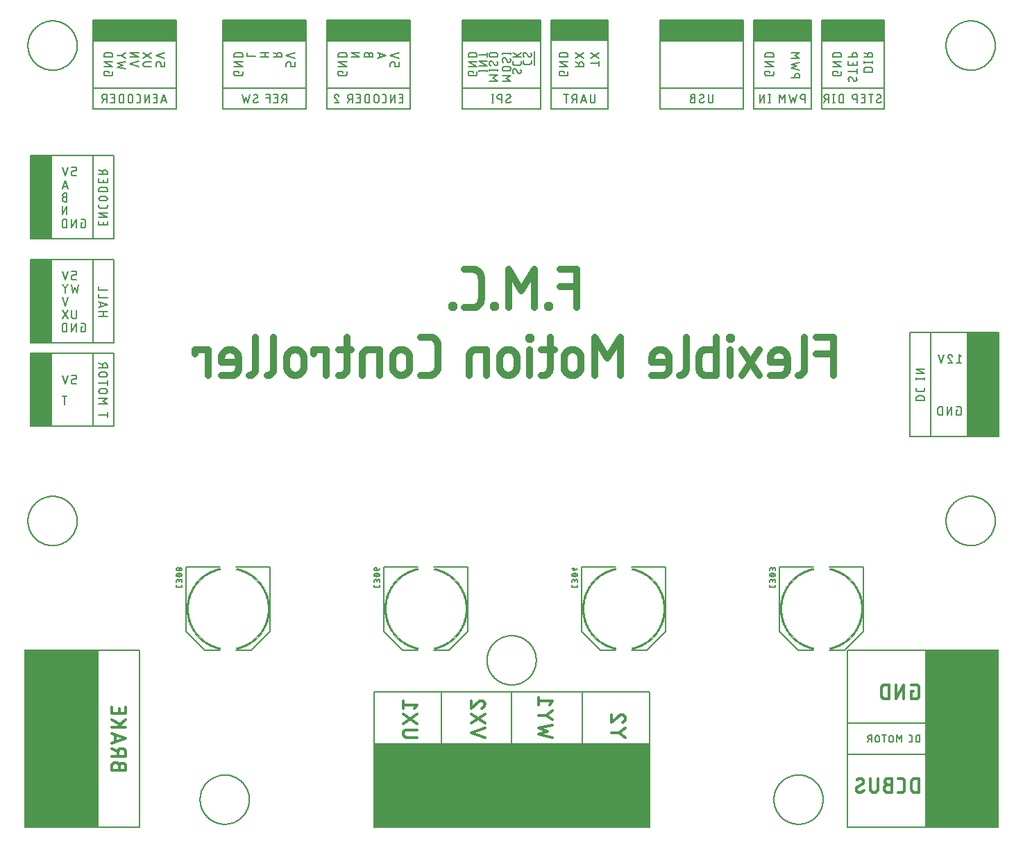
<source format=gbr>
G04 EAGLE Gerber RS-274X export*
G75*
%MOMM*%
%FSLAX34Y34*%
%LPD*%
%INSilkscreen Bottom*%
%IPPOS*%
%AMOC8*
5,1,8,0,0,1.08239X$1,22.5*%
G01*
%ADD10C,0.152400*%
%ADD11C,0.177800*%
%ADD12C,0.304800*%
%ADD13R,3.810000X12.700000*%
%ADD14R,7.620000X2.540000*%
%ADD15R,6.985000X2.540000*%
%ADD16R,10.160000X2.540000*%
%ADD17R,9.525000X2.540000*%
%ADD18R,2.540000X10.160000*%
%ADD19R,2.540000X8.890000*%
%ADD20C,0.812800*%
%ADD21C,0.203200*%
%ADD22C,0.020319*%
%ADD23C,0.127000*%

G36*
X768370Y5592D02*
X768370Y5592D01*
X768389Y5590D01*
X768491Y5612D01*
X768593Y5629D01*
X768610Y5638D01*
X768630Y5642D01*
X768719Y5695D01*
X768810Y5744D01*
X768824Y5758D01*
X768841Y5768D01*
X768908Y5847D01*
X768980Y5922D01*
X768988Y5940D01*
X769001Y5955D01*
X769040Y6051D01*
X769083Y6145D01*
X769085Y6165D01*
X769093Y6183D01*
X769111Y6350D01*
X769111Y107950D01*
X769108Y107970D01*
X769110Y107989D01*
X769088Y108091D01*
X769072Y108193D01*
X769062Y108210D01*
X769058Y108230D01*
X769005Y108319D01*
X768956Y108410D01*
X768942Y108424D01*
X768932Y108441D01*
X768853Y108508D01*
X768778Y108580D01*
X768760Y108588D01*
X768745Y108601D01*
X768649Y108640D01*
X768555Y108683D01*
X768535Y108685D01*
X768517Y108693D01*
X768350Y108711D01*
X431800Y108711D01*
X431780Y108708D01*
X431761Y108710D01*
X431659Y108688D01*
X431557Y108672D01*
X431540Y108662D01*
X431520Y108658D01*
X431431Y108605D01*
X431340Y108556D01*
X431326Y108542D01*
X431309Y108532D01*
X431242Y108453D01*
X431171Y108378D01*
X431162Y108360D01*
X431149Y108345D01*
X431110Y108249D01*
X431067Y108155D01*
X431065Y108135D01*
X431057Y108117D01*
X431039Y107950D01*
X431039Y6350D01*
X431042Y6330D01*
X431040Y6311D01*
X431062Y6209D01*
X431079Y6107D01*
X431088Y6090D01*
X431092Y6070D01*
X431145Y5981D01*
X431194Y5890D01*
X431208Y5876D01*
X431218Y5859D01*
X431297Y5792D01*
X431372Y5721D01*
X431390Y5712D01*
X431405Y5699D01*
X431501Y5660D01*
X431595Y5617D01*
X431615Y5615D01*
X431633Y5607D01*
X431800Y5589D01*
X768350Y5589D01*
X768370Y5592D01*
G37*
G36*
X95270Y5592D02*
X95270Y5592D01*
X95289Y5590D01*
X95391Y5612D01*
X95493Y5629D01*
X95510Y5638D01*
X95530Y5642D01*
X95619Y5695D01*
X95710Y5744D01*
X95724Y5758D01*
X95741Y5768D01*
X95808Y5847D01*
X95880Y5922D01*
X95888Y5940D01*
X95901Y5955D01*
X95940Y6051D01*
X95983Y6145D01*
X95985Y6165D01*
X95993Y6183D01*
X96011Y6350D01*
X96011Y222250D01*
X96008Y222270D01*
X96010Y222289D01*
X95988Y222391D01*
X95972Y222493D01*
X95962Y222510D01*
X95958Y222530D01*
X95905Y222619D01*
X95856Y222710D01*
X95842Y222724D01*
X95832Y222741D01*
X95753Y222808D01*
X95678Y222880D01*
X95660Y222888D01*
X95645Y222901D01*
X95549Y222940D01*
X95455Y222983D01*
X95435Y222985D01*
X95417Y222993D01*
X95250Y223011D01*
X6350Y223011D01*
X6330Y223008D01*
X6311Y223010D01*
X6209Y222988D01*
X6107Y222972D01*
X6090Y222962D01*
X6070Y222958D01*
X5981Y222905D01*
X5890Y222856D01*
X5876Y222842D01*
X5859Y222832D01*
X5792Y222753D01*
X5721Y222678D01*
X5712Y222660D01*
X5699Y222645D01*
X5660Y222549D01*
X5617Y222455D01*
X5615Y222435D01*
X5607Y222417D01*
X5589Y222250D01*
X5589Y6350D01*
X5592Y6330D01*
X5590Y6311D01*
X5612Y6209D01*
X5629Y6107D01*
X5638Y6090D01*
X5642Y6070D01*
X5695Y5981D01*
X5744Y5890D01*
X5758Y5876D01*
X5768Y5859D01*
X5847Y5792D01*
X5922Y5721D01*
X5940Y5712D01*
X5955Y5699D01*
X6051Y5660D01*
X6145Y5617D01*
X6165Y5615D01*
X6183Y5607D01*
X6350Y5589D01*
X95250Y5589D01*
X95270Y5592D01*
G37*
G36*
X1193820Y5592D02*
X1193820Y5592D01*
X1193839Y5590D01*
X1193941Y5612D01*
X1194043Y5629D01*
X1194060Y5638D01*
X1194080Y5642D01*
X1194169Y5695D01*
X1194260Y5744D01*
X1194274Y5758D01*
X1194291Y5768D01*
X1194358Y5847D01*
X1194430Y5922D01*
X1194438Y5940D01*
X1194451Y5955D01*
X1194490Y6051D01*
X1194533Y6145D01*
X1194535Y6165D01*
X1194543Y6183D01*
X1194561Y6350D01*
X1194561Y222250D01*
X1194558Y222270D01*
X1194560Y222289D01*
X1194538Y222391D01*
X1194522Y222493D01*
X1194512Y222510D01*
X1194508Y222530D01*
X1194455Y222619D01*
X1194406Y222710D01*
X1194392Y222724D01*
X1194382Y222741D01*
X1194303Y222808D01*
X1194228Y222880D01*
X1194210Y222888D01*
X1194195Y222901D01*
X1194099Y222940D01*
X1194005Y222983D01*
X1193985Y222985D01*
X1193967Y222993D01*
X1193800Y223011D01*
X1104900Y223011D01*
X1104880Y223008D01*
X1104861Y223010D01*
X1104759Y222988D01*
X1104657Y222972D01*
X1104640Y222962D01*
X1104620Y222958D01*
X1104531Y222905D01*
X1104440Y222856D01*
X1104426Y222842D01*
X1104409Y222832D01*
X1104342Y222753D01*
X1104271Y222678D01*
X1104262Y222660D01*
X1104249Y222645D01*
X1104210Y222549D01*
X1104167Y222455D01*
X1104165Y222435D01*
X1104157Y222417D01*
X1104139Y222250D01*
X1104139Y6350D01*
X1104142Y6330D01*
X1104140Y6311D01*
X1104162Y6209D01*
X1104179Y6107D01*
X1104188Y6090D01*
X1104192Y6070D01*
X1104245Y5981D01*
X1104294Y5890D01*
X1104308Y5876D01*
X1104318Y5859D01*
X1104397Y5792D01*
X1104472Y5721D01*
X1104490Y5712D01*
X1104505Y5699D01*
X1104601Y5660D01*
X1104695Y5617D01*
X1104715Y5615D01*
X1104733Y5607D01*
X1104900Y5589D01*
X1193800Y5589D01*
X1193820Y5592D01*
G37*
D10*
X12700Y584200D02*
X88900Y584200D01*
X88900Y495300D01*
X12700Y495300D01*
X12700Y584200D01*
X12700Y698500D02*
X114300Y698500D01*
X114300Y596900D01*
X12700Y596900D01*
X12700Y698500D01*
X12700Y825500D02*
X88900Y825500D01*
X88900Y723900D01*
X12700Y723900D01*
X12700Y825500D01*
X190500Y908050D02*
X190500Y990600D01*
X190500Y908050D02*
X88900Y908050D01*
X88900Y990600D01*
X190500Y990600D01*
X247650Y990600D02*
X247650Y908050D01*
X247650Y990600D02*
X349250Y990600D01*
X349250Y908050D01*
X247650Y908050D01*
X374650Y908050D02*
X374650Y990600D01*
X476250Y990600D01*
X476250Y908050D01*
X374650Y908050D01*
X539750Y908050D02*
X539750Y990600D01*
X635000Y990600D01*
X635000Y908050D01*
X539750Y908050D01*
X647700Y908050D02*
X647700Y990600D01*
X717550Y990600D01*
X717550Y908050D01*
X647700Y908050D01*
X895350Y908050D02*
X895350Y990600D01*
X965200Y990600D01*
X965200Y908050D01*
X895350Y908050D01*
X977900Y908050D02*
X977900Y990600D01*
X1054100Y990600D01*
X1054100Y908050D01*
X977900Y908050D01*
X1111250Y482600D02*
X1193800Y482600D01*
X1111250Y482600D02*
X1111250Y609600D01*
X1193800Y609600D01*
X1193800Y482600D01*
X514350Y171450D02*
X431800Y171450D01*
X514350Y171450D02*
X600075Y171450D01*
X685800Y171450D01*
X768350Y171450D01*
X38100Y495300D02*
X38100Y584200D01*
X88900Y596900D02*
X88900Y698500D01*
X38100Y723900D02*
X38100Y825500D01*
X88900Y965200D02*
X190500Y965200D01*
X247650Y965200D02*
X349250Y965200D01*
X374650Y965200D02*
X476250Y965200D01*
X539750Y965200D02*
X635000Y965200D01*
X895350Y965200D02*
X965200Y965200D01*
X977900Y965200D02*
X1054100Y965200D01*
X1155700Y609600D02*
X1155700Y482600D01*
X781050Y908050D02*
X781050Y990600D01*
X882650Y990600D01*
X882650Y908050D01*
X781050Y908050D01*
X781050Y965200D02*
X882650Y965200D01*
X1097788Y118538D02*
X1097788Y110062D01*
X1097788Y118538D02*
X1095434Y118538D01*
X1095339Y118536D01*
X1095245Y118530D01*
X1095150Y118521D01*
X1095056Y118508D01*
X1094963Y118490D01*
X1094871Y118470D01*
X1094779Y118445D01*
X1094689Y118417D01*
X1094599Y118385D01*
X1094511Y118350D01*
X1094425Y118311D01*
X1094340Y118268D01*
X1094257Y118223D01*
X1094176Y118174D01*
X1094097Y118121D01*
X1094020Y118066D01*
X1093945Y118007D01*
X1093873Y117946D01*
X1093803Y117882D01*
X1093736Y117815D01*
X1093672Y117745D01*
X1093611Y117673D01*
X1093552Y117598D01*
X1093497Y117521D01*
X1093444Y117442D01*
X1093395Y117361D01*
X1093350Y117278D01*
X1093307Y117193D01*
X1093268Y117107D01*
X1093233Y117019D01*
X1093201Y116929D01*
X1093173Y116839D01*
X1093148Y116747D01*
X1093128Y116655D01*
X1093110Y116562D01*
X1093097Y116468D01*
X1093088Y116373D01*
X1093082Y116279D01*
X1093080Y116184D01*
X1093079Y116184D02*
X1093079Y112416D01*
X1093080Y112416D02*
X1093082Y112321D01*
X1093088Y112227D01*
X1093097Y112132D01*
X1093110Y112038D01*
X1093128Y111945D01*
X1093148Y111853D01*
X1093173Y111761D01*
X1093201Y111671D01*
X1093233Y111581D01*
X1093268Y111493D01*
X1093307Y111407D01*
X1093350Y111322D01*
X1093395Y111239D01*
X1093444Y111158D01*
X1093497Y111079D01*
X1093552Y111002D01*
X1093611Y110927D01*
X1093672Y110855D01*
X1093736Y110785D01*
X1093803Y110718D01*
X1093873Y110654D01*
X1093945Y110593D01*
X1094020Y110534D01*
X1094097Y110479D01*
X1094176Y110426D01*
X1094257Y110377D01*
X1094340Y110332D01*
X1094425Y110289D01*
X1094511Y110250D01*
X1094599Y110215D01*
X1094689Y110183D01*
X1094779Y110155D01*
X1094871Y110130D01*
X1094963Y110110D01*
X1095056Y110092D01*
X1095150Y110079D01*
X1095245Y110070D01*
X1095339Y110064D01*
X1095434Y110062D01*
X1097788Y110062D01*
X1086642Y110062D02*
X1084759Y110062D01*
X1086642Y110062D02*
X1086727Y110064D01*
X1086811Y110070D01*
X1086895Y110079D01*
X1086978Y110092D01*
X1087061Y110109D01*
X1087143Y110130D01*
X1087224Y110154D01*
X1087304Y110182D01*
X1087382Y110214D01*
X1087459Y110249D01*
X1087535Y110287D01*
X1087608Y110329D01*
X1087680Y110374D01*
X1087749Y110422D01*
X1087817Y110473D01*
X1087882Y110527D01*
X1087944Y110584D01*
X1088004Y110644D01*
X1088061Y110706D01*
X1088115Y110771D01*
X1088166Y110839D01*
X1088214Y110908D01*
X1088259Y110980D01*
X1088301Y111053D01*
X1088339Y111129D01*
X1088374Y111206D01*
X1088406Y111284D01*
X1088434Y111364D01*
X1088458Y111445D01*
X1088479Y111527D01*
X1088496Y111610D01*
X1088509Y111693D01*
X1088518Y111777D01*
X1088524Y111862D01*
X1088526Y111946D01*
X1088526Y116654D01*
X1088524Y116739D01*
X1088518Y116823D01*
X1088509Y116907D01*
X1088496Y116990D01*
X1088479Y117073D01*
X1088458Y117155D01*
X1088434Y117236D01*
X1088406Y117316D01*
X1088374Y117394D01*
X1088339Y117471D01*
X1088301Y117547D01*
X1088259Y117620D01*
X1088214Y117692D01*
X1088166Y117761D01*
X1088115Y117829D01*
X1088061Y117894D01*
X1088004Y117956D01*
X1087944Y118016D01*
X1087882Y118073D01*
X1087817Y118127D01*
X1087749Y118178D01*
X1087680Y118226D01*
X1087608Y118271D01*
X1087535Y118313D01*
X1087459Y118351D01*
X1087383Y118386D01*
X1087304Y118418D01*
X1087224Y118446D01*
X1087143Y118470D01*
X1087061Y118491D01*
X1086978Y118508D01*
X1086895Y118521D01*
X1086811Y118530D01*
X1086727Y118536D01*
X1086642Y118538D01*
X1084759Y118538D01*
X1075759Y118538D02*
X1075759Y110062D01*
X1072934Y113829D02*
X1075759Y118538D01*
X1072934Y113829D02*
X1070108Y118538D01*
X1070108Y110062D01*
X1065388Y112416D02*
X1065388Y116184D01*
X1065386Y116280D01*
X1065380Y116376D01*
X1065370Y116471D01*
X1065357Y116566D01*
X1065339Y116661D01*
X1065318Y116755D01*
X1065293Y116847D01*
X1065264Y116939D01*
X1065231Y117029D01*
X1065195Y117118D01*
X1065155Y117205D01*
X1065111Y117291D01*
X1065065Y117375D01*
X1065014Y117457D01*
X1064961Y117536D01*
X1064904Y117614D01*
X1064844Y117689D01*
X1064781Y117762D01*
X1064715Y117831D01*
X1064647Y117899D01*
X1064576Y117963D01*
X1064502Y118024D01*
X1064425Y118083D01*
X1064347Y118138D01*
X1064266Y118190D01*
X1064183Y118238D01*
X1064098Y118284D01*
X1064012Y118325D01*
X1063924Y118363D01*
X1063834Y118398D01*
X1063743Y118429D01*
X1063651Y118456D01*
X1063558Y118479D01*
X1063464Y118498D01*
X1063369Y118514D01*
X1063274Y118526D01*
X1063178Y118534D01*
X1063082Y118538D01*
X1062986Y118538D01*
X1062890Y118534D01*
X1062794Y118526D01*
X1062699Y118514D01*
X1062604Y118498D01*
X1062510Y118479D01*
X1062417Y118456D01*
X1062325Y118429D01*
X1062234Y118398D01*
X1062144Y118363D01*
X1062056Y118325D01*
X1061970Y118284D01*
X1061885Y118238D01*
X1061802Y118190D01*
X1061721Y118138D01*
X1061643Y118083D01*
X1061566Y118024D01*
X1061492Y117963D01*
X1061421Y117899D01*
X1061353Y117831D01*
X1061287Y117762D01*
X1061224Y117689D01*
X1061164Y117614D01*
X1061107Y117536D01*
X1061054Y117457D01*
X1061003Y117375D01*
X1060957Y117291D01*
X1060913Y117205D01*
X1060873Y117118D01*
X1060837Y117029D01*
X1060804Y116939D01*
X1060775Y116847D01*
X1060750Y116755D01*
X1060729Y116661D01*
X1060711Y116566D01*
X1060698Y116471D01*
X1060688Y116376D01*
X1060682Y116280D01*
X1060680Y116184D01*
X1060679Y116184D02*
X1060679Y112416D01*
X1060680Y112416D02*
X1060682Y112320D01*
X1060688Y112224D01*
X1060698Y112129D01*
X1060711Y112034D01*
X1060729Y111939D01*
X1060750Y111845D01*
X1060775Y111753D01*
X1060804Y111661D01*
X1060837Y111571D01*
X1060873Y111482D01*
X1060913Y111395D01*
X1060957Y111309D01*
X1061003Y111225D01*
X1061054Y111143D01*
X1061107Y111064D01*
X1061164Y110986D01*
X1061224Y110911D01*
X1061287Y110838D01*
X1061353Y110769D01*
X1061421Y110701D01*
X1061492Y110637D01*
X1061566Y110576D01*
X1061643Y110517D01*
X1061721Y110462D01*
X1061802Y110410D01*
X1061885Y110362D01*
X1061970Y110316D01*
X1062056Y110275D01*
X1062144Y110237D01*
X1062234Y110202D01*
X1062325Y110171D01*
X1062417Y110144D01*
X1062510Y110121D01*
X1062604Y110102D01*
X1062699Y110086D01*
X1062794Y110074D01*
X1062890Y110066D01*
X1062986Y110062D01*
X1063082Y110062D01*
X1063178Y110066D01*
X1063274Y110074D01*
X1063369Y110086D01*
X1063464Y110102D01*
X1063558Y110121D01*
X1063651Y110144D01*
X1063743Y110171D01*
X1063834Y110202D01*
X1063924Y110237D01*
X1064012Y110275D01*
X1064098Y110316D01*
X1064183Y110362D01*
X1064266Y110410D01*
X1064347Y110462D01*
X1064425Y110517D01*
X1064502Y110576D01*
X1064576Y110637D01*
X1064647Y110701D01*
X1064715Y110769D01*
X1064781Y110838D01*
X1064844Y110911D01*
X1064904Y110986D01*
X1064961Y111064D01*
X1065014Y111143D01*
X1065065Y111225D01*
X1065111Y111309D01*
X1065155Y111395D01*
X1065195Y111482D01*
X1065231Y111571D01*
X1065264Y111661D01*
X1065293Y111753D01*
X1065318Y111845D01*
X1065339Y111939D01*
X1065357Y112034D01*
X1065370Y112129D01*
X1065380Y112224D01*
X1065386Y112320D01*
X1065388Y112416D01*
X1054634Y110062D02*
X1054634Y118538D01*
X1056988Y118538D02*
X1052279Y118538D01*
X1048588Y116184D02*
X1048588Y112416D01*
X1048588Y116184D02*
X1048586Y116280D01*
X1048580Y116376D01*
X1048570Y116471D01*
X1048557Y116566D01*
X1048539Y116661D01*
X1048518Y116755D01*
X1048493Y116847D01*
X1048464Y116939D01*
X1048431Y117029D01*
X1048395Y117118D01*
X1048355Y117205D01*
X1048311Y117291D01*
X1048265Y117375D01*
X1048214Y117457D01*
X1048161Y117536D01*
X1048104Y117614D01*
X1048044Y117689D01*
X1047981Y117762D01*
X1047915Y117831D01*
X1047847Y117899D01*
X1047776Y117963D01*
X1047702Y118024D01*
X1047625Y118083D01*
X1047547Y118138D01*
X1047466Y118190D01*
X1047383Y118238D01*
X1047298Y118284D01*
X1047212Y118325D01*
X1047124Y118363D01*
X1047034Y118398D01*
X1046943Y118429D01*
X1046851Y118456D01*
X1046758Y118479D01*
X1046664Y118498D01*
X1046569Y118514D01*
X1046474Y118526D01*
X1046378Y118534D01*
X1046282Y118538D01*
X1046186Y118538D01*
X1046090Y118534D01*
X1045994Y118526D01*
X1045899Y118514D01*
X1045804Y118498D01*
X1045710Y118479D01*
X1045617Y118456D01*
X1045525Y118429D01*
X1045434Y118398D01*
X1045344Y118363D01*
X1045256Y118325D01*
X1045170Y118284D01*
X1045085Y118238D01*
X1045002Y118190D01*
X1044921Y118138D01*
X1044843Y118083D01*
X1044766Y118024D01*
X1044692Y117963D01*
X1044621Y117899D01*
X1044553Y117831D01*
X1044487Y117762D01*
X1044424Y117689D01*
X1044364Y117614D01*
X1044307Y117536D01*
X1044254Y117457D01*
X1044203Y117375D01*
X1044157Y117291D01*
X1044113Y117205D01*
X1044073Y117118D01*
X1044037Y117029D01*
X1044004Y116939D01*
X1043975Y116847D01*
X1043950Y116755D01*
X1043929Y116661D01*
X1043911Y116566D01*
X1043898Y116471D01*
X1043888Y116376D01*
X1043882Y116280D01*
X1043880Y116184D01*
X1043879Y116184D02*
X1043879Y112416D01*
X1043880Y112416D02*
X1043882Y112320D01*
X1043888Y112224D01*
X1043898Y112129D01*
X1043911Y112034D01*
X1043929Y111939D01*
X1043950Y111845D01*
X1043975Y111753D01*
X1044004Y111661D01*
X1044037Y111571D01*
X1044073Y111482D01*
X1044113Y111395D01*
X1044157Y111309D01*
X1044203Y111225D01*
X1044254Y111143D01*
X1044307Y111064D01*
X1044364Y110986D01*
X1044424Y110911D01*
X1044487Y110838D01*
X1044553Y110769D01*
X1044621Y110701D01*
X1044692Y110637D01*
X1044766Y110576D01*
X1044843Y110517D01*
X1044921Y110462D01*
X1045002Y110410D01*
X1045085Y110362D01*
X1045170Y110316D01*
X1045256Y110275D01*
X1045344Y110237D01*
X1045434Y110202D01*
X1045525Y110171D01*
X1045617Y110144D01*
X1045710Y110121D01*
X1045804Y110102D01*
X1045899Y110086D01*
X1045994Y110074D01*
X1046090Y110066D01*
X1046186Y110062D01*
X1046282Y110062D01*
X1046378Y110066D01*
X1046474Y110074D01*
X1046569Y110086D01*
X1046664Y110102D01*
X1046758Y110121D01*
X1046851Y110144D01*
X1046943Y110171D01*
X1047034Y110202D01*
X1047124Y110237D01*
X1047212Y110275D01*
X1047298Y110316D01*
X1047383Y110362D01*
X1047466Y110410D01*
X1047547Y110462D01*
X1047625Y110517D01*
X1047702Y110576D01*
X1047776Y110637D01*
X1047847Y110701D01*
X1047915Y110769D01*
X1047981Y110838D01*
X1048044Y110911D01*
X1048104Y110986D01*
X1048161Y111064D01*
X1048214Y111143D01*
X1048265Y111225D01*
X1048311Y111309D01*
X1048355Y111395D01*
X1048395Y111482D01*
X1048431Y111571D01*
X1048464Y111661D01*
X1048493Y111753D01*
X1048518Y111845D01*
X1048539Y111939D01*
X1048557Y112034D01*
X1048570Y112129D01*
X1048580Y112224D01*
X1048586Y112320D01*
X1048588Y112416D01*
X1039204Y110062D02*
X1039204Y118538D01*
X1036849Y118538D01*
X1036753Y118536D01*
X1036657Y118530D01*
X1036562Y118520D01*
X1036467Y118507D01*
X1036372Y118489D01*
X1036278Y118468D01*
X1036186Y118443D01*
X1036094Y118414D01*
X1036004Y118381D01*
X1035915Y118345D01*
X1035828Y118305D01*
X1035742Y118261D01*
X1035658Y118215D01*
X1035576Y118164D01*
X1035497Y118111D01*
X1035419Y118054D01*
X1035344Y117994D01*
X1035271Y117931D01*
X1035202Y117865D01*
X1035134Y117797D01*
X1035070Y117726D01*
X1035009Y117652D01*
X1034950Y117575D01*
X1034895Y117497D01*
X1034843Y117416D01*
X1034795Y117333D01*
X1034749Y117248D01*
X1034708Y117162D01*
X1034670Y117074D01*
X1034635Y116984D01*
X1034604Y116893D01*
X1034577Y116801D01*
X1034554Y116708D01*
X1034535Y116614D01*
X1034519Y116519D01*
X1034507Y116424D01*
X1034499Y116328D01*
X1034495Y116232D01*
X1034495Y116136D01*
X1034499Y116040D01*
X1034507Y115944D01*
X1034519Y115849D01*
X1034535Y115754D01*
X1034554Y115660D01*
X1034577Y115567D01*
X1034604Y115475D01*
X1034635Y115384D01*
X1034670Y115294D01*
X1034708Y115206D01*
X1034749Y115120D01*
X1034795Y115035D01*
X1034843Y114952D01*
X1034895Y114871D01*
X1034950Y114793D01*
X1035009Y114716D01*
X1035070Y114642D01*
X1035134Y114571D01*
X1035202Y114503D01*
X1035271Y114437D01*
X1035344Y114374D01*
X1035419Y114314D01*
X1035497Y114257D01*
X1035576Y114204D01*
X1035658Y114153D01*
X1035742Y114107D01*
X1035828Y114063D01*
X1035915Y114023D01*
X1036004Y113987D01*
X1036094Y113954D01*
X1036186Y113925D01*
X1036278Y113900D01*
X1036372Y113879D01*
X1036467Y113861D01*
X1036562Y113848D01*
X1036657Y113838D01*
X1036753Y113832D01*
X1036849Y113830D01*
X1036849Y113829D02*
X1039204Y113829D01*
X1036379Y113829D02*
X1034495Y110062D01*
X10000Y380000D02*
X10009Y380736D01*
X10036Y381472D01*
X10081Y382207D01*
X10144Y382941D01*
X10226Y383672D01*
X10325Y384402D01*
X10442Y385129D01*
X10576Y385853D01*
X10729Y386573D01*
X10899Y387289D01*
X11087Y388001D01*
X11292Y388709D01*
X11514Y389410D01*
X11754Y390107D01*
X12010Y390797D01*
X12284Y391481D01*
X12574Y392157D01*
X12880Y392827D01*
X13203Y393488D01*
X13542Y394142D01*
X13897Y394787D01*
X14268Y395423D01*
X14654Y396050D01*
X15056Y396667D01*
X15472Y397274D01*
X15904Y397871D01*
X16350Y398457D01*
X16810Y399032D01*
X17284Y399595D01*
X17771Y400147D01*
X18273Y400686D01*
X18787Y401213D01*
X19314Y401727D01*
X19853Y402229D01*
X20405Y402716D01*
X20968Y403190D01*
X21543Y403650D01*
X22129Y404096D01*
X22726Y404528D01*
X23333Y404944D01*
X23950Y405346D01*
X24577Y405732D01*
X25213Y406103D01*
X25858Y406458D01*
X26512Y406797D01*
X27173Y407120D01*
X27843Y407426D01*
X28519Y407716D01*
X29203Y407990D01*
X29893Y408246D01*
X30590Y408486D01*
X31291Y408708D01*
X31999Y408913D01*
X32711Y409101D01*
X33427Y409271D01*
X34147Y409424D01*
X34871Y409558D01*
X35598Y409675D01*
X36328Y409774D01*
X37059Y409856D01*
X37793Y409919D01*
X38528Y409964D01*
X39264Y409991D01*
X40000Y410000D01*
X40736Y409991D01*
X41472Y409964D01*
X42207Y409919D01*
X42941Y409856D01*
X43672Y409774D01*
X44402Y409675D01*
X45129Y409558D01*
X45853Y409424D01*
X46573Y409271D01*
X47289Y409101D01*
X48001Y408913D01*
X48709Y408708D01*
X49410Y408486D01*
X50107Y408246D01*
X50797Y407990D01*
X51481Y407716D01*
X52157Y407426D01*
X52827Y407120D01*
X53488Y406797D01*
X54142Y406458D01*
X54787Y406103D01*
X55423Y405732D01*
X56050Y405346D01*
X56667Y404944D01*
X57274Y404528D01*
X57871Y404096D01*
X58457Y403650D01*
X59032Y403190D01*
X59595Y402716D01*
X60147Y402229D01*
X60686Y401727D01*
X61213Y401213D01*
X61727Y400686D01*
X62229Y400147D01*
X62716Y399595D01*
X63190Y399032D01*
X63650Y398457D01*
X64096Y397871D01*
X64528Y397274D01*
X64944Y396667D01*
X65346Y396050D01*
X65732Y395423D01*
X66103Y394787D01*
X66458Y394142D01*
X66797Y393488D01*
X67120Y392827D01*
X67426Y392157D01*
X67716Y391481D01*
X67990Y390797D01*
X68246Y390107D01*
X68486Y389410D01*
X68708Y388709D01*
X68913Y388001D01*
X69101Y387289D01*
X69271Y386573D01*
X69424Y385853D01*
X69558Y385129D01*
X69675Y384402D01*
X69774Y383672D01*
X69856Y382941D01*
X69919Y382207D01*
X69964Y381472D01*
X69991Y380736D01*
X70000Y380000D01*
X69991Y379264D01*
X69964Y378528D01*
X69919Y377793D01*
X69856Y377059D01*
X69774Y376328D01*
X69675Y375598D01*
X69558Y374871D01*
X69424Y374147D01*
X69271Y373427D01*
X69101Y372711D01*
X68913Y371999D01*
X68708Y371291D01*
X68486Y370590D01*
X68246Y369893D01*
X67990Y369203D01*
X67716Y368519D01*
X67426Y367843D01*
X67120Y367173D01*
X66797Y366512D01*
X66458Y365858D01*
X66103Y365213D01*
X65732Y364577D01*
X65346Y363950D01*
X64944Y363333D01*
X64528Y362726D01*
X64096Y362129D01*
X63650Y361543D01*
X63190Y360968D01*
X62716Y360405D01*
X62229Y359853D01*
X61727Y359314D01*
X61213Y358787D01*
X60686Y358273D01*
X60147Y357771D01*
X59595Y357284D01*
X59032Y356810D01*
X58457Y356350D01*
X57871Y355904D01*
X57274Y355472D01*
X56667Y355056D01*
X56050Y354654D01*
X55423Y354268D01*
X54787Y353897D01*
X54142Y353542D01*
X53488Y353203D01*
X52827Y352880D01*
X52157Y352574D01*
X51481Y352284D01*
X50797Y352010D01*
X50107Y351754D01*
X49410Y351514D01*
X48709Y351292D01*
X48001Y351087D01*
X47289Y350899D01*
X46573Y350729D01*
X45853Y350576D01*
X45129Y350442D01*
X44402Y350325D01*
X43672Y350226D01*
X42941Y350144D01*
X42207Y350081D01*
X41472Y350036D01*
X40736Y350009D01*
X40000Y350000D01*
X39264Y350009D01*
X38528Y350036D01*
X37793Y350081D01*
X37059Y350144D01*
X36328Y350226D01*
X35598Y350325D01*
X34871Y350442D01*
X34147Y350576D01*
X33427Y350729D01*
X32711Y350899D01*
X31999Y351087D01*
X31291Y351292D01*
X30590Y351514D01*
X29893Y351754D01*
X29203Y352010D01*
X28519Y352284D01*
X27843Y352574D01*
X27173Y352880D01*
X26512Y353203D01*
X25858Y353542D01*
X25213Y353897D01*
X24577Y354268D01*
X23950Y354654D01*
X23333Y355056D01*
X22726Y355472D01*
X22129Y355904D01*
X21543Y356350D01*
X20968Y356810D01*
X20405Y357284D01*
X19853Y357771D01*
X19314Y358273D01*
X18787Y358787D01*
X18273Y359314D01*
X17771Y359853D01*
X17284Y360405D01*
X16810Y360968D01*
X16350Y361543D01*
X15904Y362129D01*
X15472Y362726D01*
X15056Y363333D01*
X14654Y363950D01*
X14268Y364577D01*
X13897Y365213D01*
X13542Y365858D01*
X13203Y366512D01*
X12880Y367173D01*
X12574Y367843D01*
X12284Y368519D01*
X12010Y369203D01*
X11754Y369893D01*
X11514Y370590D01*
X11292Y371291D01*
X11087Y371999D01*
X10899Y372711D01*
X10729Y373427D01*
X10576Y374147D01*
X10442Y374871D01*
X10325Y375598D01*
X10226Y376328D01*
X10144Y377059D01*
X10081Y377793D01*
X10036Y378528D01*
X10009Y379264D01*
X10000Y380000D01*
X220000Y40000D02*
X220009Y40736D01*
X220036Y41472D01*
X220081Y42207D01*
X220144Y42941D01*
X220226Y43672D01*
X220325Y44402D01*
X220442Y45129D01*
X220576Y45853D01*
X220729Y46573D01*
X220899Y47289D01*
X221087Y48001D01*
X221292Y48709D01*
X221514Y49410D01*
X221754Y50107D01*
X222010Y50797D01*
X222284Y51481D01*
X222574Y52157D01*
X222880Y52827D01*
X223203Y53488D01*
X223542Y54142D01*
X223897Y54787D01*
X224268Y55423D01*
X224654Y56050D01*
X225056Y56667D01*
X225472Y57274D01*
X225904Y57871D01*
X226350Y58457D01*
X226810Y59032D01*
X227284Y59595D01*
X227771Y60147D01*
X228273Y60686D01*
X228787Y61213D01*
X229314Y61727D01*
X229853Y62229D01*
X230405Y62716D01*
X230968Y63190D01*
X231543Y63650D01*
X232129Y64096D01*
X232726Y64528D01*
X233333Y64944D01*
X233950Y65346D01*
X234577Y65732D01*
X235213Y66103D01*
X235858Y66458D01*
X236512Y66797D01*
X237173Y67120D01*
X237843Y67426D01*
X238519Y67716D01*
X239203Y67990D01*
X239893Y68246D01*
X240590Y68486D01*
X241291Y68708D01*
X241999Y68913D01*
X242711Y69101D01*
X243427Y69271D01*
X244147Y69424D01*
X244871Y69558D01*
X245598Y69675D01*
X246328Y69774D01*
X247059Y69856D01*
X247793Y69919D01*
X248528Y69964D01*
X249264Y69991D01*
X250000Y70000D01*
X250736Y69991D01*
X251472Y69964D01*
X252207Y69919D01*
X252941Y69856D01*
X253672Y69774D01*
X254402Y69675D01*
X255129Y69558D01*
X255853Y69424D01*
X256573Y69271D01*
X257289Y69101D01*
X258001Y68913D01*
X258709Y68708D01*
X259410Y68486D01*
X260107Y68246D01*
X260797Y67990D01*
X261481Y67716D01*
X262157Y67426D01*
X262827Y67120D01*
X263488Y66797D01*
X264142Y66458D01*
X264787Y66103D01*
X265423Y65732D01*
X266050Y65346D01*
X266667Y64944D01*
X267274Y64528D01*
X267871Y64096D01*
X268457Y63650D01*
X269032Y63190D01*
X269595Y62716D01*
X270147Y62229D01*
X270686Y61727D01*
X271213Y61213D01*
X271727Y60686D01*
X272229Y60147D01*
X272716Y59595D01*
X273190Y59032D01*
X273650Y58457D01*
X274096Y57871D01*
X274528Y57274D01*
X274944Y56667D01*
X275346Y56050D01*
X275732Y55423D01*
X276103Y54787D01*
X276458Y54142D01*
X276797Y53488D01*
X277120Y52827D01*
X277426Y52157D01*
X277716Y51481D01*
X277990Y50797D01*
X278246Y50107D01*
X278486Y49410D01*
X278708Y48709D01*
X278913Y48001D01*
X279101Y47289D01*
X279271Y46573D01*
X279424Y45853D01*
X279558Y45129D01*
X279675Y44402D01*
X279774Y43672D01*
X279856Y42941D01*
X279919Y42207D01*
X279964Y41472D01*
X279991Y40736D01*
X280000Y40000D01*
X279991Y39264D01*
X279964Y38528D01*
X279919Y37793D01*
X279856Y37059D01*
X279774Y36328D01*
X279675Y35598D01*
X279558Y34871D01*
X279424Y34147D01*
X279271Y33427D01*
X279101Y32711D01*
X278913Y31999D01*
X278708Y31291D01*
X278486Y30590D01*
X278246Y29893D01*
X277990Y29203D01*
X277716Y28519D01*
X277426Y27843D01*
X277120Y27173D01*
X276797Y26512D01*
X276458Y25858D01*
X276103Y25213D01*
X275732Y24577D01*
X275346Y23950D01*
X274944Y23333D01*
X274528Y22726D01*
X274096Y22129D01*
X273650Y21543D01*
X273190Y20968D01*
X272716Y20405D01*
X272229Y19853D01*
X271727Y19314D01*
X271213Y18787D01*
X270686Y18273D01*
X270147Y17771D01*
X269595Y17284D01*
X269032Y16810D01*
X268457Y16350D01*
X267871Y15904D01*
X267274Y15472D01*
X266667Y15056D01*
X266050Y14654D01*
X265423Y14268D01*
X264787Y13897D01*
X264142Y13542D01*
X263488Y13203D01*
X262827Y12880D01*
X262157Y12574D01*
X261481Y12284D01*
X260797Y12010D01*
X260107Y11754D01*
X259410Y11514D01*
X258709Y11292D01*
X258001Y11087D01*
X257289Y10899D01*
X256573Y10729D01*
X255853Y10576D01*
X255129Y10442D01*
X254402Y10325D01*
X253672Y10226D01*
X252941Y10144D01*
X252207Y10081D01*
X251472Y10036D01*
X250736Y10009D01*
X250000Y10000D01*
X249264Y10009D01*
X248528Y10036D01*
X247793Y10081D01*
X247059Y10144D01*
X246328Y10226D01*
X245598Y10325D01*
X244871Y10442D01*
X244147Y10576D01*
X243427Y10729D01*
X242711Y10899D01*
X241999Y11087D01*
X241291Y11292D01*
X240590Y11514D01*
X239893Y11754D01*
X239203Y12010D01*
X238519Y12284D01*
X237843Y12574D01*
X237173Y12880D01*
X236512Y13203D01*
X235858Y13542D01*
X235213Y13897D01*
X234577Y14268D01*
X233950Y14654D01*
X233333Y15056D01*
X232726Y15472D01*
X232129Y15904D01*
X231543Y16350D01*
X230968Y16810D01*
X230405Y17284D01*
X229853Y17771D01*
X229314Y18273D01*
X228787Y18787D01*
X228273Y19314D01*
X227771Y19853D01*
X227284Y20405D01*
X226810Y20968D01*
X226350Y21543D01*
X225904Y22129D01*
X225472Y22726D01*
X225056Y23333D01*
X224654Y23950D01*
X224268Y24577D01*
X223897Y25213D01*
X223542Y25858D01*
X223203Y26512D01*
X222880Y27173D01*
X222574Y27843D01*
X222284Y28519D01*
X222010Y29203D01*
X221754Y29893D01*
X221514Y30590D01*
X221292Y31291D01*
X221087Y31999D01*
X220899Y32711D01*
X220729Y33427D01*
X220576Y34147D01*
X220442Y34871D01*
X220325Y35598D01*
X220226Y36328D01*
X220144Y37059D01*
X220081Y37793D01*
X220036Y38528D01*
X220009Y39264D01*
X220000Y40000D01*
X920000Y40000D02*
X920009Y40736D01*
X920036Y41472D01*
X920081Y42207D01*
X920144Y42941D01*
X920226Y43672D01*
X920325Y44402D01*
X920442Y45129D01*
X920576Y45853D01*
X920729Y46573D01*
X920899Y47289D01*
X921087Y48001D01*
X921292Y48709D01*
X921514Y49410D01*
X921754Y50107D01*
X922010Y50797D01*
X922284Y51481D01*
X922574Y52157D01*
X922880Y52827D01*
X923203Y53488D01*
X923542Y54142D01*
X923897Y54787D01*
X924268Y55423D01*
X924654Y56050D01*
X925056Y56667D01*
X925472Y57274D01*
X925904Y57871D01*
X926350Y58457D01*
X926810Y59032D01*
X927284Y59595D01*
X927771Y60147D01*
X928273Y60686D01*
X928787Y61213D01*
X929314Y61727D01*
X929853Y62229D01*
X930405Y62716D01*
X930968Y63190D01*
X931543Y63650D01*
X932129Y64096D01*
X932726Y64528D01*
X933333Y64944D01*
X933950Y65346D01*
X934577Y65732D01*
X935213Y66103D01*
X935858Y66458D01*
X936512Y66797D01*
X937173Y67120D01*
X937843Y67426D01*
X938519Y67716D01*
X939203Y67990D01*
X939893Y68246D01*
X940590Y68486D01*
X941291Y68708D01*
X941999Y68913D01*
X942711Y69101D01*
X943427Y69271D01*
X944147Y69424D01*
X944871Y69558D01*
X945598Y69675D01*
X946328Y69774D01*
X947059Y69856D01*
X947793Y69919D01*
X948528Y69964D01*
X949264Y69991D01*
X950000Y70000D01*
X950736Y69991D01*
X951472Y69964D01*
X952207Y69919D01*
X952941Y69856D01*
X953672Y69774D01*
X954402Y69675D01*
X955129Y69558D01*
X955853Y69424D01*
X956573Y69271D01*
X957289Y69101D01*
X958001Y68913D01*
X958709Y68708D01*
X959410Y68486D01*
X960107Y68246D01*
X960797Y67990D01*
X961481Y67716D01*
X962157Y67426D01*
X962827Y67120D01*
X963488Y66797D01*
X964142Y66458D01*
X964787Y66103D01*
X965423Y65732D01*
X966050Y65346D01*
X966667Y64944D01*
X967274Y64528D01*
X967871Y64096D01*
X968457Y63650D01*
X969032Y63190D01*
X969595Y62716D01*
X970147Y62229D01*
X970686Y61727D01*
X971213Y61213D01*
X971727Y60686D01*
X972229Y60147D01*
X972716Y59595D01*
X973190Y59032D01*
X973650Y58457D01*
X974096Y57871D01*
X974528Y57274D01*
X974944Y56667D01*
X975346Y56050D01*
X975732Y55423D01*
X976103Y54787D01*
X976458Y54142D01*
X976797Y53488D01*
X977120Y52827D01*
X977426Y52157D01*
X977716Y51481D01*
X977990Y50797D01*
X978246Y50107D01*
X978486Y49410D01*
X978708Y48709D01*
X978913Y48001D01*
X979101Y47289D01*
X979271Y46573D01*
X979424Y45853D01*
X979558Y45129D01*
X979675Y44402D01*
X979774Y43672D01*
X979856Y42941D01*
X979919Y42207D01*
X979964Y41472D01*
X979991Y40736D01*
X980000Y40000D01*
X979991Y39264D01*
X979964Y38528D01*
X979919Y37793D01*
X979856Y37059D01*
X979774Y36328D01*
X979675Y35598D01*
X979558Y34871D01*
X979424Y34147D01*
X979271Y33427D01*
X979101Y32711D01*
X978913Y31999D01*
X978708Y31291D01*
X978486Y30590D01*
X978246Y29893D01*
X977990Y29203D01*
X977716Y28519D01*
X977426Y27843D01*
X977120Y27173D01*
X976797Y26512D01*
X976458Y25858D01*
X976103Y25213D01*
X975732Y24577D01*
X975346Y23950D01*
X974944Y23333D01*
X974528Y22726D01*
X974096Y22129D01*
X973650Y21543D01*
X973190Y20968D01*
X972716Y20405D01*
X972229Y19853D01*
X971727Y19314D01*
X971213Y18787D01*
X970686Y18273D01*
X970147Y17771D01*
X969595Y17284D01*
X969032Y16810D01*
X968457Y16350D01*
X967871Y15904D01*
X967274Y15472D01*
X966667Y15056D01*
X966050Y14654D01*
X965423Y14268D01*
X964787Y13897D01*
X964142Y13542D01*
X963488Y13203D01*
X962827Y12880D01*
X962157Y12574D01*
X961481Y12284D01*
X960797Y12010D01*
X960107Y11754D01*
X959410Y11514D01*
X958709Y11292D01*
X958001Y11087D01*
X957289Y10899D01*
X956573Y10729D01*
X955853Y10576D01*
X955129Y10442D01*
X954402Y10325D01*
X953672Y10226D01*
X952941Y10144D01*
X952207Y10081D01*
X951472Y10036D01*
X950736Y10009D01*
X950000Y10000D01*
X949264Y10009D01*
X948528Y10036D01*
X947793Y10081D01*
X947059Y10144D01*
X946328Y10226D01*
X945598Y10325D01*
X944871Y10442D01*
X944147Y10576D01*
X943427Y10729D01*
X942711Y10899D01*
X941999Y11087D01*
X941291Y11292D01*
X940590Y11514D01*
X939893Y11754D01*
X939203Y12010D01*
X938519Y12284D01*
X937843Y12574D01*
X937173Y12880D01*
X936512Y13203D01*
X935858Y13542D01*
X935213Y13897D01*
X934577Y14268D01*
X933950Y14654D01*
X933333Y15056D01*
X932726Y15472D01*
X932129Y15904D01*
X931543Y16350D01*
X930968Y16810D01*
X930405Y17284D01*
X929853Y17771D01*
X929314Y18273D01*
X928787Y18787D01*
X928273Y19314D01*
X927771Y19853D01*
X927284Y20405D01*
X926810Y20968D01*
X926350Y21543D01*
X925904Y22129D01*
X925472Y22726D01*
X925056Y23333D01*
X924654Y23950D01*
X924268Y24577D01*
X923897Y25213D01*
X923542Y25858D01*
X923203Y26512D01*
X922880Y27173D01*
X922574Y27843D01*
X922284Y28519D01*
X922010Y29203D01*
X921754Y29893D01*
X921514Y30590D01*
X921292Y31291D01*
X921087Y31999D01*
X920899Y32711D01*
X920729Y33427D01*
X920576Y34147D01*
X920442Y34871D01*
X920325Y35598D01*
X920226Y36328D01*
X920144Y37059D01*
X920081Y37793D01*
X920036Y38528D01*
X920009Y39264D01*
X920000Y40000D01*
X1130000Y380000D02*
X1130009Y380736D01*
X1130036Y381472D01*
X1130081Y382207D01*
X1130144Y382941D01*
X1130226Y383672D01*
X1130325Y384402D01*
X1130442Y385129D01*
X1130576Y385853D01*
X1130729Y386573D01*
X1130899Y387289D01*
X1131087Y388001D01*
X1131292Y388709D01*
X1131514Y389410D01*
X1131754Y390107D01*
X1132010Y390797D01*
X1132284Y391481D01*
X1132574Y392157D01*
X1132880Y392827D01*
X1133203Y393488D01*
X1133542Y394142D01*
X1133897Y394787D01*
X1134268Y395423D01*
X1134654Y396050D01*
X1135056Y396667D01*
X1135472Y397274D01*
X1135904Y397871D01*
X1136350Y398457D01*
X1136810Y399032D01*
X1137284Y399595D01*
X1137771Y400147D01*
X1138273Y400686D01*
X1138787Y401213D01*
X1139314Y401727D01*
X1139853Y402229D01*
X1140405Y402716D01*
X1140968Y403190D01*
X1141543Y403650D01*
X1142129Y404096D01*
X1142726Y404528D01*
X1143333Y404944D01*
X1143950Y405346D01*
X1144577Y405732D01*
X1145213Y406103D01*
X1145858Y406458D01*
X1146512Y406797D01*
X1147173Y407120D01*
X1147843Y407426D01*
X1148519Y407716D01*
X1149203Y407990D01*
X1149893Y408246D01*
X1150590Y408486D01*
X1151291Y408708D01*
X1151999Y408913D01*
X1152711Y409101D01*
X1153427Y409271D01*
X1154147Y409424D01*
X1154871Y409558D01*
X1155598Y409675D01*
X1156328Y409774D01*
X1157059Y409856D01*
X1157793Y409919D01*
X1158528Y409964D01*
X1159264Y409991D01*
X1160000Y410000D01*
X1160736Y409991D01*
X1161472Y409964D01*
X1162207Y409919D01*
X1162941Y409856D01*
X1163672Y409774D01*
X1164402Y409675D01*
X1165129Y409558D01*
X1165853Y409424D01*
X1166573Y409271D01*
X1167289Y409101D01*
X1168001Y408913D01*
X1168709Y408708D01*
X1169410Y408486D01*
X1170107Y408246D01*
X1170797Y407990D01*
X1171481Y407716D01*
X1172157Y407426D01*
X1172827Y407120D01*
X1173488Y406797D01*
X1174142Y406458D01*
X1174787Y406103D01*
X1175423Y405732D01*
X1176050Y405346D01*
X1176667Y404944D01*
X1177274Y404528D01*
X1177871Y404096D01*
X1178457Y403650D01*
X1179032Y403190D01*
X1179595Y402716D01*
X1180147Y402229D01*
X1180686Y401727D01*
X1181213Y401213D01*
X1181727Y400686D01*
X1182229Y400147D01*
X1182716Y399595D01*
X1183190Y399032D01*
X1183650Y398457D01*
X1184096Y397871D01*
X1184528Y397274D01*
X1184944Y396667D01*
X1185346Y396050D01*
X1185732Y395423D01*
X1186103Y394787D01*
X1186458Y394142D01*
X1186797Y393488D01*
X1187120Y392827D01*
X1187426Y392157D01*
X1187716Y391481D01*
X1187990Y390797D01*
X1188246Y390107D01*
X1188486Y389410D01*
X1188708Y388709D01*
X1188913Y388001D01*
X1189101Y387289D01*
X1189271Y386573D01*
X1189424Y385853D01*
X1189558Y385129D01*
X1189675Y384402D01*
X1189774Y383672D01*
X1189856Y382941D01*
X1189919Y382207D01*
X1189964Y381472D01*
X1189991Y380736D01*
X1190000Y380000D01*
X1189991Y379264D01*
X1189964Y378528D01*
X1189919Y377793D01*
X1189856Y377059D01*
X1189774Y376328D01*
X1189675Y375598D01*
X1189558Y374871D01*
X1189424Y374147D01*
X1189271Y373427D01*
X1189101Y372711D01*
X1188913Y371999D01*
X1188708Y371291D01*
X1188486Y370590D01*
X1188246Y369893D01*
X1187990Y369203D01*
X1187716Y368519D01*
X1187426Y367843D01*
X1187120Y367173D01*
X1186797Y366512D01*
X1186458Y365858D01*
X1186103Y365213D01*
X1185732Y364577D01*
X1185346Y363950D01*
X1184944Y363333D01*
X1184528Y362726D01*
X1184096Y362129D01*
X1183650Y361543D01*
X1183190Y360968D01*
X1182716Y360405D01*
X1182229Y359853D01*
X1181727Y359314D01*
X1181213Y358787D01*
X1180686Y358273D01*
X1180147Y357771D01*
X1179595Y357284D01*
X1179032Y356810D01*
X1178457Y356350D01*
X1177871Y355904D01*
X1177274Y355472D01*
X1176667Y355056D01*
X1176050Y354654D01*
X1175423Y354268D01*
X1174787Y353897D01*
X1174142Y353542D01*
X1173488Y353203D01*
X1172827Y352880D01*
X1172157Y352574D01*
X1171481Y352284D01*
X1170797Y352010D01*
X1170107Y351754D01*
X1169410Y351514D01*
X1168709Y351292D01*
X1168001Y351087D01*
X1167289Y350899D01*
X1166573Y350729D01*
X1165853Y350576D01*
X1165129Y350442D01*
X1164402Y350325D01*
X1163672Y350226D01*
X1162941Y350144D01*
X1162207Y350081D01*
X1161472Y350036D01*
X1160736Y350009D01*
X1160000Y350000D01*
X1159264Y350009D01*
X1158528Y350036D01*
X1157793Y350081D01*
X1157059Y350144D01*
X1156328Y350226D01*
X1155598Y350325D01*
X1154871Y350442D01*
X1154147Y350576D01*
X1153427Y350729D01*
X1152711Y350899D01*
X1151999Y351087D01*
X1151291Y351292D01*
X1150590Y351514D01*
X1149893Y351754D01*
X1149203Y352010D01*
X1148519Y352284D01*
X1147843Y352574D01*
X1147173Y352880D01*
X1146512Y353203D01*
X1145858Y353542D01*
X1145213Y353897D01*
X1144577Y354268D01*
X1143950Y354654D01*
X1143333Y355056D01*
X1142726Y355472D01*
X1142129Y355904D01*
X1141543Y356350D01*
X1140968Y356810D01*
X1140405Y357284D01*
X1139853Y357771D01*
X1139314Y358273D01*
X1138787Y358787D01*
X1138273Y359314D01*
X1137771Y359853D01*
X1137284Y360405D01*
X1136810Y360968D01*
X1136350Y361543D01*
X1135904Y362129D01*
X1135472Y362726D01*
X1135056Y363333D01*
X1134654Y363950D01*
X1134268Y364577D01*
X1133897Y365213D01*
X1133542Y365858D01*
X1133203Y366512D01*
X1132880Y367173D01*
X1132574Y367843D01*
X1132284Y368519D01*
X1132010Y369203D01*
X1131754Y369893D01*
X1131514Y370590D01*
X1131292Y371291D01*
X1131087Y371999D01*
X1130899Y372711D01*
X1130729Y373427D01*
X1130576Y374147D01*
X1130442Y374871D01*
X1130325Y375598D01*
X1130226Y376328D01*
X1130144Y377059D01*
X1130081Y377793D01*
X1130036Y378528D01*
X1130009Y379264D01*
X1130000Y380000D01*
X1130000Y960000D02*
X1130009Y960736D01*
X1130036Y961472D01*
X1130081Y962207D01*
X1130144Y962941D01*
X1130226Y963672D01*
X1130325Y964402D01*
X1130442Y965129D01*
X1130576Y965853D01*
X1130729Y966573D01*
X1130899Y967289D01*
X1131087Y968001D01*
X1131292Y968709D01*
X1131514Y969410D01*
X1131754Y970107D01*
X1132010Y970797D01*
X1132284Y971481D01*
X1132574Y972157D01*
X1132880Y972827D01*
X1133203Y973488D01*
X1133542Y974142D01*
X1133897Y974787D01*
X1134268Y975423D01*
X1134654Y976050D01*
X1135056Y976667D01*
X1135472Y977274D01*
X1135904Y977871D01*
X1136350Y978457D01*
X1136810Y979032D01*
X1137284Y979595D01*
X1137771Y980147D01*
X1138273Y980686D01*
X1138787Y981213D01*
X1139314Y981727D01*
X1139853Y982229D01*
X1140405Y982716D01*
X1140968Y983190D01*
X1141543Y983650D01*
X1142129Y984096D01*
X1142726Y984528D01*
X1143333Y984944D01*
X1143950Y985346D01*
X1144577Y985732D01*
X1145213Y986103D01*
X1145858Y986458D01*
X1146512Y986797D01*
X1147173Y987120D01*
X1147843Y987426D01*
X1148519Y987716D01*
X1149203Y987990D01*
X1149893Y988246D01*
X1150590Y988486D01*
X1151291Y988708D01*
X1151999Y988913D01*
X1152711Y989101D01*
X1153427Y989271D01*
X1154147Y989424D01*
X1154871Y989558D01*
X1155598Y989675D01*
X1156328Y989774D01*
X1157059Y989856D01*
X1157793Y989919D01*
X1158528Y989964D01*
X1159264Y989991D01*
X1160000Y990000D01*
X1160736Y989991D01*
X1161472Y989964D01*
X1162207Y989919D01*
X1162941Y989856D01*
X1163672Y989774D01*
X1164402Y989675D01*
X1165129Y989558D01*
X1165853Y989424D01*
X1166573Y989271D01*
X1167289Y989101D01*
X1168001Y988913D01*
X1168709Y988708D01*
X1169410Y988486D01*
X1170107Y988246D01*
X1170797Y987990D01*
X1171481Y987716D01*
X1172157Y987426D01*
X1172827Y987120D01*
X1173488Y986797D01*
X1174142Y986458D01*
X1174787Y986103D01*
X1175423Y985732D01*
X1176050Y985346D01*
X1176667Y984944D01*
X1177274Y984528D01*
X1177871Y984096D01*
X1178457Y983650D01*
X1179032Y983190D01*
X1179595Y982716D01*
X1180147Y982229D01*
X1180686Y981727D01*
X1181213Y981213D01*
X1181727Y980686D01*
X1182229Y980147D01*
X1182716Y979595D01*
X1183190Y979032D01*
X1183650Y978457D01*
X1184096Y977871D01*
X1184528Y977274D01*
X1184944Y976667D01*
X1185346Y976050D01*
X1185732Y975423D01*
X1186103Y974787D01*
X1186458Y974142D01*
X1186797Y973488D01*
X1187120Y972827D01*
X1187426Y972157D01*
X1187716Y971481D01*
X1187990Y970797D01*
X1188246Y970107D01*
X1188486Y969410D01*
X1188708Y968709D01*
X1188913Y968001D01*
X1189101Y967289D01*
X1189271Y966573D01*
X1189424Y965853D01*
X1189558Y965129D01*
X1189675Y964402D01*
X1189774Y963672D01*
X1189856Y962941D01*
X1189919Y962207D01*
X1189964Y961472D01*
X1189991Y960736D01*
X1190000Y960000D01*
X1189991Y959264D01*
X1189964Y958528D01*
X1189919Y957793D01*
X1189856Y957059D01*
X1189774Y956328D01*
X1189675Y955598D01*
X1189558Y954871D01*
X1189424Y954147D01*
X1189271Y953427D01*
X1189101Y952711D01*
X1188913Y951999D01*
X1188708Y951291D01*
X1188486Y950590D01*
X1188246Y949893D01*
X1187990Y949203D01*
X1187716Y948519D01*
X1187426Y947843D01*
X1187120Y947173D01*
X1186797Y946512D01*
X1186458Y945858D01*
X1186103Y945213D01*
X1185732Y944577D01*
X1185346Y943950D01*
X1184944Y943333D01*
X1184528Y942726D01*
X1184096Y942129D01*
X1183650Y941543D01*
X1183190Y940968D01*
X1182716Y940405D01*
X1182229Y939853D01*
X1181727Y939314D01*
X1181213Y938787D01*
X1180686Y938273D01*
X1180147Y937771D01*
X1179595Y937284D01*
X1179032Y936810D01*
X1178457Y936350D01*
X1177871Y935904D01*
X1177274Y935472D01*
X1176667Y935056D01*
X1176050Y934654D01*
X1175423Y934268D01*
X1174787Y933897D01*
X1174142Y933542D01*
X1173488Y933203D01*
X1172827Y932880D01*
X1172157Y932574D01*
X1171481Y932284D01*
X1170797Y932010D01*
X1170107Y931754D01*
X1169410Y931514D01*
X1168709Y931292D01*
X1168001Y931087D01*
X1167289Y930899D01*
X1166573Y930729D01*
X1165853Y930576D01*
X1165129Y930442D01*
X1164402Y930325D01*
X1163672Y930226D01*
X1162941Y930144D01*
X1162207Y930081D01*
X1161472Y930036D01*
X1160736Y930009D01*
X1160000Y930000D01*
X1159264Y930009D01*
X1158528Y930036D01*
X1157793Y930081D01*
X1157059Y930144D01*
X1156328Y930226D01*
X1155598Y930325D01*
X1154871Y930442D01*
X1154147Y930576D01*
X1153427Y930729D01*
X1152711Y930899D01*
X1151999Y931087D01*
X1151291Y931292D01*
X1150590Y931514D01*
X1149893Y931754D01*
X1149203Y932010D01*
X1148519Y932284D01*
X1147843Y932574D01*
X1147173Y932880D01*
X1146512Y933203D01*
X1145858Y933542D01*
X1145213Y933897D01*
X1144577Y934268D01*
X1143950Y934654D01*
X1143333Y935056D01*
X1142726Y935472D01*
X1142129Y935904D01*
X1141543Y936350D01*
X1140968Y936810D01*
X1140405Y937284D01*
X1139853Y937771D01*
X1139314Y938273D01*
X1138787Y938787D01*
X1138273Y939314D01*
X1137771Y939853D01*
X1137284Y940405D01*
X1136810Y940968D01*
X1136350Y941543D01*
X1135904Y942129D01*
X1135472Y942726D01*
X1135056Y943333D01*
X1134654Y943950D01*
X1134268Y944577D01*
X1133897Y945213D01*
X1133542Y945858D01*
X1133203Y946512D01*
X1132880Y947173D01*
X1132574Y947843D01*
X1132284Y948519D01*
X1132010Y949203D01*
X1131754Y949893D01*
X1131514Y950590D01*
X1131292Y951291D01*
X1131087Y951999D01*
X1130899Y952711D01*
X1130729Y953427D01*
X1130576Y954147D01*
X1130442Y954871D01*
X1130325Y955598D01*
X1130226Y956328D01*
X1130144Y957059D01*
X1130081Y957793D01*
X1130036Y958528D01*
X1130009Y959264D01*
X1130000Y960000D01*
X10000Y960000D02*
X10009Y960736D01*
X10036Y961472D01*
X10081Y962207D01*
X10144Y962941D01*
X10226Y963672D01*
X10325Y964402D01*
X10442Y965129D01*
X10576Y965853D01*
X10729Y966573D01*
X10899Y967289D01*
X11087Y968001D01*
X11292Y968709D01*
X11514Y969410D01*
X11754Y970107D01*
X12010Y970797D01*
X12284Y971481D01*
X12574Y972157D01*
X12880Y972827D01*
X13203Y973488D01*
X13542Y974142D01*
X13897Y974787D01*
X14268Y975423D01*
X14654Y976050D01*
X15056Y976667D01*
X15472Y977274D01*
X15904Y977871D01*
X16350Y978457D01*
X16810Y979032D01*
X17284Y979595D01*
X17771Y980147D01*
X18273Y980686D01*
X18787Y981213D01*
X19314Y981727D01*
X19853Y982229D01*
X20405Y982716D01*
X20968Y983190D01*
X21543Y983650D01*
X22129Y984096D01*
X22726Y984528D01*
X23333Y984944D01*
X23950Y985346D01*
X24577Y985732D01*
X25213Y986103D01*
X25858Y986458D01*
X26512Y986797D01*
X27173Y987120D01*
X27843Y987426D01*
X28519Y987716D01*
X29203Y987990D01*
X29893Y988246D01*
X30590Y988486D01*
X31291Y988708D01*
X31999Y988913D01*
X32711Y989101D01*
X33427Y989271D01*
X34147Y989424D01*
X34871Y989558D01*
X35598Y989675D01*
X36328Y989774D01*
X37059Y989856D01*
X37793Y989919D01*
X38528Y989964D01*
X39264Y989991D01*
X40000Y990000D01*
X40736Y989991D01*
X41472Y989964D01*
X42207Y989919D01*
X42941Y989856D01*
X43672Y989774D01*
X44402Y989675D01*
X45129Y989558D01*
X45853Y989424D01*
X46573Y989271D01*
X47289Y989101D01*
X48001Y988913D01*
X48709Y988708D01*
X49410Y988486D01*
X50107Y988246D01*
X50797Y987990D01*
X51481Y987716D01*
X52157Y987426D01*
X52827Y987120D01*
X53488Y986797D01*
X54142Y986458D01*
X54787Y986103D01*
X55423Y985732D01*
X56050Y985346D01*
X56667Y984944D01*
X57274Y984528D01*
X57871Y984096D01*
X58457Y983650D01*
X59032Y983190D01*
X59595Y982716D01*
X60147Y982229D01*
X60686Y981727D01*
X61213Y981213D01*
X61727Y980686D01*
X62229Y980147D01*
X62716Y979595D01*
X63190Y979032D01*
X63650Y978457D01*
X64096Y977871D01*
X64528Y977274D01*
X64944Y976667D01*
X65346Y976050D01*
X65732Y975423D01*
X66103Y974787D01*
X66458Y974142D01*
X66797Y973488D01*
X67120Y972827D01*
X67426Y972157D01*
X67716Y971481D01*
X67990Y970797D01*
X68246Y970107D01*
X68486Y969410D01*
X68708Y968709D01*
X68913Y968001D01*
X69101Y967289D01*
X69271Y966573D01*
X69424Y965853D01*
X69558Y965129D01*
X69675Y964402D01*
X69774Y963672D01*
X69856Y962941D01*
X69919Y962207D01*
X69964Y961472D01*
X69991Y960736D01*
X70000Y960000D01*
X69991Y959264D01*
X69964Y958528D01*
X69919Y957793D01*
X69856Y957059D01*
X69774Y956328D01*
X69675Y955598D01*
X69558Y954871D01*
X69424Y954147D01*
X69271Y953427D01*
X69101Y952711D01*
X68913Y951999D01*
X68708Y951291D01*
X68486Y950590D01*
X68246Y949893D01*
X67990Y949203D01*
X67716Y948519D01*
X67426Y947843D01*
X67120Y947173D01*
X66797Y946512D01*
X66458Y945858D01*
X66103Y945213D01*
X65732Y944577D01*
X65346Y943950D01*
X64944Y943333D01*
X64528Y942726D01*
X64096Y942129D01*
X63650Y941543D01*
X63190Y940968D01*
X62716Y940405D01*
X62229Y939853D01*
X61727Y939314D01*
X61213Y938787D01*
X60686Y938273D01*
X60147Y937771D01*
X59595Y937284D01*
X59032Y936810D01*
X58457Y936350D01*
X57871Y935904D01*
X57274Y935472D01*
X56667Y935056D01*
X56050Y934654D01*
X55423Y934268D01*
X54787Y933897D01*
X54142Y933542D01*
X53488Y933203D01*
X52827Y932880D01*
X52157Y932574D01*
X51481Y932284D01*
X50797Y932010D01*
X50107Y931754D01*
X49410Y931514D01*
X48709Y931292D01*
X48001Y931087D01*
X47289Y930899D01*
X46573Y930729D01*
X45853Y930576D01*
X45129Y930442D01*
X44402Y930325D01*
X43672Y930226D01*
X42941Y930144D01*
X42207Y930081D01*
X41472Y930036D01*
X40736Y930009D01*
X40000Y930000D01*
X39264Y930009D01*
X38528Y930036D01*
X37793Y930081D01*
X37059Y930144D01*
X36328Y930226D01*
X35598Y930325D01*
X34871Y930442D01*
X34147Y930576D01*
X33427Y930729D01*
X32711Y930899D01*
X31999Y931087D01*
X31291Y931292D01*
X30590Y931514D01*
X29893Y931754D01*
X29203Y932010D01*
X28519Y932284D01*
X27843Y932574D01*
X27173Y932880D01*
X26512Y933203D01*
X25858Y933542D01*
X25213Y933897D01*
X24577Y934268D01*
X23950Y934654D01*
X23333Y935056D01*
X22726Y935472D01*
X22129Y935904D01*
X21543Y936350D01*
X20968Y936810D01*
X20405Y937284D01*
X19853Y937771D01*
X19314Y938273D01*
X18787Y938787D01*
X18273Y939314D01*
X17771Y939853D01*
X17284Y940405D01*
X16810Y940968D01*
X16350Y941543D01*
X15904Y942129D01*
X15472Y942726D01*
X15056Y943333D01*
X14654Y943950D01*
X14268Y944577D01*
X13897Y945213D01*
X13542Y945858D01*
X13203Y946512D01*
X12880Y947173D01*
X12574Y947843D01*
X12284Y948519D01*
X12010Y949203D01*
X11754Y949893D01*
X11514Y950590D01*
X11292Y951291D01*
X11087Y951999D01*
X10899Y952711D01*
X10729Y953427D01*
X10576Y954147D01*
X10442Y954871D01*
X10325Y955598D01*
X10226Y956328D01*
X10144Y957059D01*
X10081Y957793D01*
X10036Y958528D01*
X10009Y959264D01*
X10000Y960000D01*
X570000Y210000D02*
X570009Y210736D01*
X570036Y211472D01*
X570081Y212207D01*
X570144Y212941D01*
X570226Y213672D01*
X570325Y214402D01*
X570442Y215129D01*
X570576Y215853D01*
X570729Y216573D01*
X570899Y217289D01*
X571087Y218001D01*
X571292Y218709D01*
X571514Y219410D01*
X571754Y220107D01*
X572010Y220797D01*
X572284Y221481D01*
X572574Y222157D01*
X572880Y222827D01*
X573203Y223488D01*
X573542Y224142D01*
X573897Y224787D01*
X574268Y225423D01*
X574654Y226050D01*
X575056Y226667D01*
X575472Y227274D01*
X575904Y227871D01*
X576350Y228457D01*
X576810Y229032D01*
X577284Y229595D01*
X577771Y230147D01*
X578273Y230686D01*
X578787Y231213D01*
X579314Y231727D01*
X579853Y232229D01*
X580405Y232716D01*
X580968Y233190D01*
X581543Y233650D01*
X582129Y234096D01*
X582726Y234528D01*
X583333Y234944D01*
X583950Y235346D01*
X584577Y235732D01*
X585213Y236103D01*
X585858Y236458D01*
X586512Y236797D01*
X587173Y237120D01*
X587843Y237426D01*
X588519Y237716D01*
X589203Y237990D01*
X589893Y238246D01*
X590590Y238486D01*
X591291Y238708D01*
X591999Y238913D01*
X592711Y239101D01*
X593427Y239271D01*
X594147Y239424D01*
X594871Y239558D01*
X595598Y239675D01*
X596328Y239774D01*
X597059Y239856D01*
X597793Y239919D01*
X598528Y239964D01*
X599264Y239991D01*
X600000Y240000D01*
X600736Y239991D01*
X601472Y239964D01*
X602207Y239919D01*
X602941Y239856D01*
X603672Y239774D01*
X604402Y239675D01*
X605129Y239558D01*
X605853Y239424D01*
X606573Y239271D01*
X607289Y239101D01*
X608001Y238913D01*
X608709Y238708D01*
X609410Y238486D01*
X610107Y238246D01*
X610797Y237990D01*
X611481Y237716D01*
X612157Y237426D01*
X612827Y237120D01*
X613488Y236797D01*
X614142Y236458D01*
X614787Y236103D01*
X615423Y235732D01*
X616050Y235346D01*
X616667Y234944D01*
X617274Y234528D01*
X617871Y234096D01*
X618457Y233650D01*
X619032Y233190D01*
X619595Y232716D01*
X620147Y232229D01*
X620686Y231727D01*
X621213Y231213D01*
X621727Y230686D01*
X622229Y230147D01*
X622716Y229595D01*
X623190Y229032D01*
X623650Y228457D01*
X624096Y227871D01*
X624528Y227274D01*
X624944Y226667D01*
X625346Y226050D01*
X625732Y225423D01*
X626103Y224787D01*
X626458Y224142D01*
X626797Y223488D01*
X627120Y222827D01*
X627426Y222157D01*
X627716Y221481D01*
X627990Y220797D01*
X628246Y220107D01*
X628486Y219410D01*
X628708Y218709D01*
X628913Y218001D01*
X629101Y217289D01*
X629271Y216573D01*
X629424Y215853D01*
X629558Y215129D01*
X629675Y214402D01*
X629774Y213672D01*
X629856Y212941D01*
X629919Y212207D01*
X629964Y211472D01*
X629991Y210736D01*
X630000Y210000D01*
X629991Y209264D01*
X629964Y208528D01*
X629919Y207793D01*
X629856Y207059D01*
X629774Y206328D01*
X629675Y205598D01*
X629558Y204871D01*
X629424Y204147D01*
X629271Y203427D01*
X629101Y202711D01*
X628913Y201999D01*
X628708Y201291D01*
X628486Y200590D01*
X628246Y199893D01*
X627990Y199203D01*
X627716Y198519D01*
X627426Y197843D01*
X627120Y197173D01*
X626797Y196512D01*
X626458Y195858D01*
X626103Y195213D01*
X625732Y194577D01*
X625346Y193950D01*
X624944Y193333D01*
X624528Y192726D01*
X624096Y192129D01*
X623650Y191543D01*
X623190Y190968D01*
X622716Y190405D01*
X622229Y189853D01*
X621727Y189314D01*
X621213Y188787D01*
X620686Y188273D01*
X620147Y187771D01*
X619595Y187284D01*
X619032Y186810D01*
X618457Y186350D01*
X617871Y185904D01*
X617274Y185472D01*
X616667Y185056D01*
X616050Y184654D01*
X615423Y184268D01*
X614787Y183897D01*
X614142Y183542D01*
X613488Y183203D01*
X612827Y182880D01*
X612157Y182574D01*
X611481Y182284D01*
X610797Y182010D01*
X610107Y181754D01*
X609410Y181514D01*
X608709Y181292D01*
X608001Y181087D01*
X607289Y180899D01*
X606573Y180729D01*
X605853Y180576D01*
X605129Y180442D01*
X604402Y180325D01*
X603672Y180226D01*
X602941Y180144D01*
X602207Y180081D01*
X601472Y180036D01*
X600736Y180009D01*
X600000Y180000D01*
X599264Y180009D01*
X598528Y180036D01*
X597793Y180081D01*
X597059Y180144D01*
X596328Y180226D01*
X595598Y180325D01*
X594871Y180442D01*
X594147Y180576D01*
X593427Y180729D01*
X592711Y180899D01*
X591999Y181087D01*
X591291Y181292D01*
X590590Y181514D01*
X589893Y181754D01*
X589203Y182010D01*
X588519Y182284D01*
X587843Y182574D01*
X587173Y182880D01*
X586512Y183203D01*
X585858Y183542D01*
X585213Y183897D01*
X584577Y184268D01*
X583950Y184654D01*
X583333Y185056D01*
X582726Y185472D01*
X582129Y185904D01*
X581543Y186350D01*
X580968Y186810D01*
X580405Y187284D01*
X579853Y187771D01*
X579314Y188273D01*
X578787Y188787D01*
X578273Y189314D01*
X577771Y189853D01*
X577284Y190405D01*
X576810Y190968D01*
X576350Y191543D01*
X575904Y192129D01*
X575472Y192726D01*
X575056Y193333D01*
X574654Y193950D01*
X574268Y194577D01*
X573897Y195213D01*
X573542Y195858D01*
X573203Y196512D01*
X572880Y197173D01*
X572574Y197843D01*
X572284Y198519D01*
X572010Y199203D01*
X571754Y199893D01*
X571514Y200590D01*
X571292Y201291D01*
X571087Y201999D01*
X570899Y202711D01*
X570729Y203427D01*
X570576Y204147D01*
X570442Y204871D01*
X570325Y205598D01*
X570226Y206328D01*
X570144Y207059D01*
X570081Y207793D01*
X570036Y208528D01*
X570009Y209264D01*
X570000Y210000D01*
D11*
X68736Y547339D02*
X65328Y547339D01*
X65234Y547341D01*
X65140Y547347D01*
X65047Y547356D01*
X64954Y547370D01*
X64862Y547387D01*
X64770Y547409D01*
X64680Y547433D01*
X64590Y547462D01*
X64502Y547494D01*
X64415Y547530D01*
X64330Y547570D01*
X64247Y547613D01*
X64165Y547659D01*
X64085Y547709D01*
X64008Y547762D01*
X63933Y547818D01*
X63860Y547877D01*
X63789Y547939D01*
X63721Y548004D01*
X63656Y548072D01*
X63594Y548143D01*
X63535Y548215D01*
X63479Y548291D01*
X63426Y548368D01*
X63376Y548448D01*
X63330Y548530D01*
X63287Y548613D01*
X63247Y548698D01*
X63211Y548785D01*
X63179Y548873D01*
X63150Y548963D01*
X63126Y549053D01*
X63104Y549145D01*
X63087Y549237D01*
X63073Y549330D01*
X63064Y549423D01*
X63058Y549517D01*
X63056Y549611D01*
X63057Y549611D02*
X63057Y550746D01*
X63056Y550746D02*
X63058Y550840D01*
X63064Y550934D01*
X63073Y551027D01*
X63087Y551120D01*
X63104Y551212D01*
X63126Y551304D01*
X63150Y551394D01*
X63179Y551484D01*
X63211Y551572D01*
X63247Y551659D01*
X63287Y551744D01*
X63330Y551827D01*
X63376Y551909D01*
X63426Y551989D01*
X63479Y552066D01*
X63535Y552141D01*
X63594Y552214D01*
X63656Y552285D01*
X63721Y552353D01*
X63789Y552418D01*
X63860Y552480D01*
X63933Y552539D01*
X64008Y552595D01*
X64085Y552648D01*
X64165Y552698D01*
X64247Y552744D01*
X64330Y552787D01*
X64415Y552827D01*
X64502Y552863D01*
X64590Y552895D01*
X64680Y552924D01*
X64770Y552948D01*
X64862Y552970D01*
X64954Y552987D01*
X65047Y553001D01*
X65140Y553010D01*
X65234Y553016D01*
X65328Y553018D01*
X68736Y553018D01*
X68736Y557561D01*
X63057Y557561D01*
X58504Y557561D02*
X55096Y547339D01*
X51689Y557561D01*
X54528Y532161D02*
X54528Y521939D01*
X51689Y532161D02*
X57368Y532161D01*
X74729Y616518D02*
X76433Y616518D01*
X74729Y616518D02*
X74729Y610839D01*
X78136Y610839D01*
X78230Y610841D01*
X78324Y610847D01*
X78417Y610856D01*
X78510Y610870D01*
X78602Y610887D01*
X78694Y610909D01*
X78784Y610933D01*
X78874Y610962D01*
X78962Y610994D01*
X79049Y611030D01*
X79134Y611070D01*
X79217Y611113D01*
X79299Y611159D01*
X79379Y611209D01*
X79456Y611262D01*
X79532Y611318D01*
X79604Y611377D01*
X79675Y611439D01*
X79743Y611504D01*
X79808Y611572D01*
X79870Y611643D01*
X79929Y611716D01*
X79985Y611791D01*
X80038Y611868D01*
X80088Y611948D01*
X80134Y612030D01*
X80177Y612113D01*
X80217Y612198D01*
X80253Y612285D01*
X80285Y612373D01*
X80314Y612463D01*
X80338Y612553D01*
X80360Y612645D01*
X80377Y612737D01*
X80391Y612830D01*
X80400Y612923D01*
X80406Y613017D01*
X80408Y613111D01*
X80408Y618789D01*
X80406Y618883D01*
X80400Y618977D01*
X80391Y619070D01*
X80377Y619163D01*
X80360Y619255D01*
X80338Y619347D01*
X80314Y619437D01*
X80285Y619527D01*
X80253Y619615D01*
X80217Y619702D01*
X80177Y619787D01*
X80134Y619870D01*
X80088Y619952D01*
X80038Y620032D01*
X79985Y620109D01*
X79929Y620184D01*
X79870Y620257D01*
X79808Y620328D01*
X79743Y620396D01*
X79675Y620461D01*
X79604Y620523D01*
X79532Y620582D01*
X79456Y620638D01*
X79379Y620691D01*
X79299Y620741D01*
X79217Y620787D01*
X79134Y620830D01*
X79049Y620870D01*
X78962Y620906D01*
X78874Y620938D01*
X78784Y620967D01*
X78694Y620991D01*
X78602Y621013D01*
X78510Y621030D01*
X78417Y621044D01*
X78324Y621053D01*
X78230Y621059D01*
X78136Y621061D01*
X74729Y621061D01*
X68888Y621061D02*
X68888Y610839D01*
X63209Y610839D02*
X68888Y621061D01*
X63209Y621061D02*
X63209Y610839D01*
X57368Y610839D02*
X57368Y621061D01*
X54528Y621061D01*
X54424Y621059D01*
X54321Y621053D01*
X54217Y621044D01*
X54115Y621031D01*
X54012Y621014D01*
X53911Y620993D01*
X53810Y620969D01*
X53710Y620941D01*
X53611Y620909D01*
X53514Y620874D01*
X53418Y620835D01*
X53323Y620793D01*
X53230Y620747D01*
X53139Y620698D01*
X53049Y620645D01*
X52962Y620590D01*
X52876Y620531D01*
X52793Y620469D01*
X52712Y620404D01*
X52633Y620336D01*
X52558Y620266D01*
X52484Y620192D01*
X52414Y620117D01*
X52346Y620038D01*
X52281Y619957D01*
X52219Y619874D01*
X52160Y619788D01*
X52105Y619701D01*
X52052Y619611D01*
X52003Y619520D01*
X51957Y619427D01*
X51915Y619332D01*
X51876Y619236D01*
X51841Y619139D01*
X51809Y619040D01*
X51781Y618940D01*
X51757Y618839D01*
X51736Y618738D01*
X51719Y618635D01*
X51706Y618533D01*
X51697Y618429D01*
X51691Y618326D01*
X51689Y618222D01*
X51689Y613678D01*
X51691Y613574D01*
X51697Y613471D01*
X51706Y613367D01*
X51719Y613265D01*
X51736Y613162D01*
X51757Y613061D01*
X51781Y612960D01*
X51809Y612860D01*
X51841Y612761D01*
X51876Y612664D01*
X51915Y612568D01*
X51957Y612473D01*
X52003Y612380D01*
X52052Y612289D01*
X52105Y612199D01*
X52160Y612112D01*
X52219Y612026D01*
X52281Y611943D01*
X52346Y611862D01*
X52414Y611783D01*
X52484Y611708D01*
X52558Y611634D01*
X52633Y611564D01*
X52712Y611496D01*
X52793Y611431D01*
X52876Y611369D01*
X52962Y611310D01*
X53049Y611255D01*
X53139Y611202D01*
X53230Y611153D01*
X53323Y611107D01*
X53418Y611065D01*
X53514Y611026D01*
X53611Y610991D01*
X53710Y610959D01*
X53810Y610931D01*
X53911Y610907D01*
X54012Y610886D01*
X54115Y610869D01*
X54217Y610856D01*
X54321Y610847D01*
X54424Y610841D01*
X54528Y610839D01*
X57368Y610839D01*
X69096Y629553D02*
X69096Y636936D01*
X69095Y629553D02*
X69093Y629448D01*
X69087Y629343D01*
X69078Y629239D01*
X69064Y629135D01*
X69047Y629031D01*
X69025Y628929D01*
X69001Y628827D01*
X68972Y628726D01*
X68939Y628626D01*
X68903Y628527D01*
X68864Y628430D01*
X68820Y628335D01*
X68774Y628241D01*
X68723Y628149D01*
X68670Y628058D01*
X68613Y627970D01*
X68553Y627884D01*
X68490Y627801D01*
X68423Y627719D01*
X68354Y627640D01*
X68282Y627564D01*
X68207Y627491D01*
X68130Y627420D01*
X68049Y627352D01*
X67967Y627287D01*
X67882Y627226D01*
X67795Y627167D01*
X67706Y627112D01*
X67614Y627060D01*
X67521Y627012D01*
X67427Y626967D01*
X67330Y626925D01*
X67232Y626887D01*
X67133Y626853D01*
X67033Y626822D01*
X66931Y626796D01*
X66829Y626772D01*
X66726Y626753D01*
X66622Y626738D01*
X66518Y626726D01*
X66413Y626718D01*
X66308Y626714D01*
X66204Y626714D01*
X66099Y626718D01*
X65994Y626726D01*
X65890Y626738D01*
X65786Y626753D01*
X65683Y626772D01*
X65581Y626796D01*
X65479Y626822D01*
X65379Y626853D01*
X65280Y626887D01*
X65182Y626925D01*
X65085Y626967D01*
X64991Y627012D01*
X64898Y627060D01*
X64806Y627112D01*
X64717Y627167D01*
X64630Y627226D01*
X64545Y627287D01*
X64463Y627352D01*
X64382Y627420D01*
X64305Y627491D01*
X64230Y627564D01*
X64158Y627640D01*
X64089Y627719D01*
X64022Y627801D01*
X63959Y627884D01*
X63899Y627970D01*
X63842Y628058D01*
X63789Y628149D01*
X63738Y628241D01*
X63692Y628335D01*
X63648Y628430D01*
X63609Y628527D01*
X63573Y628626D01*
X63540Y628726D01*
X63511Y628827D01*
X63487Y628929D01*
X63465Y629031D01*
X63448Y629135D01*
X63434Y629239D01*
X63425Y629343D01*
X63419Y629448D01*
X63417Y629553D01*
X63417Y636936D01*
X58504Y626714D02*
X51689Y636936D01*
X58504Y636936D02*
X51689Y626714D01*
X55096Y642589D02*
X58504Y652811D01*
X51689Y652811D02*
X55096Y642589D01*
X69608Y658464D02*
X71879Y668686D01*
X67336Y665279D02*
X69608Y658464D01*
X65065Y658464D02*
X67336Y665279D01*
X62793Y668686D02*
X65065Y658464D01*
X55096Y663859D02*
X58504Y668686D01*
X55096Y663859D02*
X51689Y668686D01*
X55096Y663859D02*
X55096Y658464D01*
X65328Y674339D02*
X68736Y674339D01*
X65328Y674339D02*
X65234Y674341D01*
X65140Y674347D01*
X65047Y674356D01*
X64954Y674370D01*
X64862Y674387D01*
X64770Y674409D01*
X64680Y674433D01*
X64590Y674462D01*
X64502Y674494D01*
X64415Y674530D01*
X64330Y674570D01*
X64247Y674613D01*
X64165Y674659D01*
X64085Y674709D01*
X64008Y674762D01*
X63933Y674818D01*
X63860Y674877D01*
X63789Y674939D01*
X63721Y675004D01*
X63656Y675072D01*
X63594Y675143D01*
X63535Y675215D01*
X63479Y675291D01*
X63426Y675368D01*
X63376Y675448D01*
X63330Y675530D01*
X63287Y675613D01*
X63247Y675698D01*
X63211Y675785D01*
X63179Y675873D01*
X63150Y675963D01*
X63126Y676053D01*
X63104Y676145D01*
X63087Y676237D01*
X63073Y676330D01*
X63064Y676423D01*
X63058Y676517D01*
X63056Y676611D01*
X63057Y676611D02*
X63057Y677746D01*
X63056Y677746D02*
X63058Y677840D01*
X63064Y677934D01*
X63073Y678027D01*
X63087Y678120D01*
X63104Y678212D01*
X63126Y678304D01*
X63150Y678394D01*
X63179Y678484D01*
X63211Y678572D01*
X63247Y678659D01*
X63287Y678744D01*
X63330Y678827D01*
X63376Y678909D01*
X63426Y678989D01*
X63479Y679066D01*
X63535Y679141D01*
X63594Y679214D01*
X63656Y679285D01*
X63721Y679353D01*
X63789Y679418D01*
X63860Y679480D01*
X63933Y679539D01*
X64008Y679595D01*
X64085Y679648D01*
X64165Y679698D01*
X64247Y679744D01*
X64330Y679787D01*
X64415Y679827D01*
X64502Y679863D01*
X64590Y679895D01*
X64680Y679924D01*
X64770Y679948D01*
X64862Y679970D01*
X64954Y679987D01*
X65047Y680001D01*
X65140Y680010D01*
X65234Y680016D01*
X65328Y680018D01*
X68736Y680018D01*
X68736Y684561D01*
X63057Y684561D01*
X58504Y684561D02*
X55096Y674339D01*
X51689Y684561D01*
X74729Y743518D02*
X76433Y743518D01*
X74729Y743518D02*
X74729Y737839D01*
X78136Y737839D01*
X78230Y737841D01*
X78324Y737847D01*
X78417Y737856D01*
X78510Y737870D01*
X78602Y737887D01*
X78694Y737909D01*
X78784Y737933D01*
X78874Y737962D01*
X78962Y737994D01*
X79049Y738030D01*
X79134Y738070D01*
X79217Y738113D01*
X79299Y738159D01*
X79379Y738209D01*
X79456Y738262D01*
X79532Y738318D01*
X79604Y738377D01*
X79675Y738439D01*
X79743Y738504D01*
X79808Y738572D01*
X79870Y738643D01*
X79929Y738716D01*
X79985Y738791D01*
X80038Y738868D01*
X80088Y738948D01*
X80134Y739030D01*
X80177Y739113D01*
X80217Y739198D01*
X80253Y739285D01*
X80285Y739373D01*
X80314Y739463D01*
X80338Y739553D01*
X80360Y739645D01*
X80377Y739737D01*
X80391Y739830D01*
X80400Y739923D01*
X80406Y740017D01*
X80408Y740111D01*
X80408Y745789D01*
X80406Y745883D01*
X80400Y745977D01*
X80391Y746070D01*
X80377Y746163D01*
X80360Y746255D01*
X80338Y746347D01*
X80314Y746437D01*
X80285Y746527D01*
X80253Y746615D01*
X80217Y746702D01*
X80177Y746787D01*
X80134Y746870D01*
X80088Y746952D01*
X80038Y747032D01*
X79985Y747109D01*
X79929Y747184D01*
X79870Y747257D01*
X79808Y747328D01*
X79743Y747396D01*
X79675Y747461D01*
X79604Y747523D01*
X79532Y747582D01*
X79456Y747638D01*
X79379Y747691D01*
X79299Y747741D01*
X79217Y747787D01*
X79134Y747830D01*
X79049Y747870D01*
X78962Y747906D01*
X78874Y747938D01*
X78784Y747967D01*
X78694Y747991D01*
X78602Y748013D01*
X78510Y748030D01*
X78417Y748044D01*
X78324Y748053D01*
X78230Y748059D01*
X78136Y748061D01*
X74729Y748061D01*
X68888Y748061D02*
X68888Y737839D01*
X63209Y737839D02*
X68888Y748061D01*
X63209Y748061D02*
X63209Y737839D01*
X57368Y737839D02*
X57368Y748061D01*
X54528Y748061D01*
X54424Y748059D01*
X54321Y748053D01*
X54217Y748044D01*
X54115Y748031D01*
X54012Y748014D01*
X53911Y747993D01*
X53810Y747969D01*
X53710Y747941D01*
X53611Y747909D01*
X53514Y747874D01*
X53418Y747835D01*
X53323Y747793D01*
X53230Y747747D01*
X53139Y747698D01*
X53049Y747645D01*
X52962Y747590D01*
X52876Y747531D01*
X52793Y747469D01*
X52712Y747404D01*
X52633Y747336D01*
X52558Y747266D01*
X52484Y747192D01*
X52414Y747117D01*
X52346Y747038D01*
X52281Y746957D01*
X52219Y746874D01*
X52160Y746788D01*
X52105Y746701D01*
X52052Y746611D01*
X52003Y746520D01*
X51957Y746427D01*
X51915Y746332D01*
X51876Y746236D01*
X51841Y746139D01*
X51809Y746040D01*
X51781Y745940D01*
X51757Y745839D01*
X51736Y745738D01*
X51719Y745635D01*
X51706Y745533D01*
X51697Y745429D01*
X51691Y745326D01*
X51689Y745222D01*
X51689Y740678D01*
X51691Y740574D01*
X51697Y740471D01*
X51706Y740367D01*
X51719Y740265D01*
X51736Y740162D01*
X51757Y740061D01*
X51781Y739960D01*
X51809Y739860D01*
X51841Y739761D01*
X51876Y739664D01*
X51915Y739568D01*
X51957Y739473D01*
X52003Y739380D01*
X52052Y739289D01*
X52105Y739199D01*
X52160Y739112D01*
X52219Y739026D01*
X52281Y738943D01*
X52346Y738862D01*
X52414Y738783D01*
X52484Y738708D01*
X52558Y738634D01*
X52633Y738564D01*
X52712Y738496D01*
X52793Y738431D01*
X52876Y738369D01*
X52962Y738310D01*
X53049Y738255D01*
X53139Y738202D01*
X53230Y738153D01*
X53323Y738107D01*
X53418Y738065D01*
X53514Y738026D01*
X53611Y737991D01*
X53710Y737959D01*
X53810Y737931D01*
X53911Y737907D01*
X54012Y737886D01*
X54115Y737869D01*
X54217Y737856D01*
X54321Y737847D01*
X54424Y737841D01*
X54528Y737839D01*
X57368Y737839D01*
X57368Y753714D02*
X57368Y763936D01*
X51689Y753714D01*
X51689Y763936D01*
X54528Y775268D02*
X57368Y775268D01*
X54528Y775267D02*
X54423Y775265D01*
X54318Y775259D01*
X54214Y775250D01*
X54110Y775236D01*
X54006Y775219D01*
X53904Y775197D01*
X53802Y775173D01*
X53701Y775144D01*
X53601Y775111D01*
X53502Y775075D01*
X53405Y775036D01*
X53310Y774992D01*
X53216Y774946D01*
X53124Y774895D01*
X53033Y774842D01*
X52945Y774785D01*
X52859Y774725D01*
X52776Y774662D01*
X52694Y774595D01*
X52615Y774526D01*
X52539Y774454D01*
X52466Y774379D01*
X52395Y774302D01*
X52327Y774221D01*
X52262Y774139D01*
X52201Y774054D01*
X52142Y773967D01*
X52087Y773878D01*
X52035Y773786D01*
X51987Y773693D01*
X51942Y773599D01*
X51900Y773502D01*
X51862Y773404D01*
X51828Y773305D01*
X51797Y773205D01*
X51771Y773103D01*
X51747Y773001D01*
X51728Y772898D01*
X51713Y772794D01*
X51701Y772690D01*
X51693Y772585D01*
X51689Y772480D01*
X51689Y772376D01*
X51693Y772271D01*
X51701Y772166D01*
X51713Y772062D01*
X51728Y771958D01*
X51747Y771855D01*
X51771Y771753D01*
X51797Y771651D01*
X51828Y771551D01*
X51862Y771452D01*
X51900Y771354D01*
X51942Y771257D01*
X51987Y771163D01*
X52035Y771070D01*
X52087Y770978D01*
X52142Y770889D01*
X52201Y770802D01*
X52262Y770717D01*
X52327Y770635D01*
X52395Y770554D01*
X52466Y770477D01*
X52539Y770402D01*
X52615Y770330D01*
X52694Y770261D01*
X52776Y770194D01*
X52859Y770131D01*
X52945Y770071D01*
X53033Y770014D01*
X53124Y769961D01*
X53216Y769910D01*
X53310Y769864D01*
X53405Y769820D01*
X53502Y769781D01*
X53601Y769745D01*
X53701Y769712D01*
X53802Y769683D01*
X53904Y769659D01*
X54006Y769637D01*
X54110Y769620D01*
X54214Y769606D01*
X54318Y769597D01*
X54423Y769591D01*
X54528Y769589D01*
X57368Y769589D01*
X57368Y779811D01*
X54528Y779811D01*
X54434Y779809D01*
X54340Y779803D01*
X54247Y779794D01*
X54154Y779780D01*
X54062Y779763D01*
X53970Y779741D01*
X53880Y779717D01*
X53790Y779688D01*
X53702Y779656D01*
X53615Y779620D01*
X53530Y779580D01*
X53447Y779537D01*
X53365Y779491D01*
X53285Y779441D01*
X53208Y779388D01*
X53133Y779332D01*
X53060Y779273D01*
X52989Y779211D01*
X52921Y779146D01*
X52856Y779078D01*
X52794Y779007D01*
X52735Y778934D01*
X52679Y778859D01*
X52626Y778782D01*
X52576Y778702D01*
X52530Y778620D01*
X52487Y778537D01*
X52447Y778452D01*
X52411Y778365D01*
X52379Y778277D01*
X52350Y778187D01*
X52326Y778097D01*
X52304Y778005D01*
X52287Y777913D01*
X52273Y777820D01*
X52264Y777727D01*
X52258Y777633D01*
X52256Y777539D01*
X52258Y777445D01*
X52264Y777351D01*
X52273Y777258D01*
X52287Y777165D01*
X52304Y777073D01*
X52326Y776981D01*
X52350Y776891D01*
X52379Y776801D01*
X52411Y776713D01*
X52447Y776626D01*
X52487Y776541D01*
X52530Y776458D01*
X52576Y776376D01*
X52626Y776296D01*
X52679Y776219D01*
X52735Y776144D01*
X52794Y776071D01*
X52856Y776000D01*
X52921Y775932D01*
X52989Y775867D01*
X53060Y775805D01*
X53133Y775746D01*
X53208Y775690D01*
X53285Y775637D01*
X53365Y775587D01*
X53447Y775541D01*
X53530Y775498D01*
X53615Y775458D01*
X53702Y775422D01*
X53790Y775390D01*
X53880Y775361D01*
X53970Y775337D01*
X54062Y775315D01*
X54154Y775298D01*
X54247Y775284D01*
X54340Y775275D01*
X54434Y775269D01*
X54528Y775267D01*
X58504Y785464D02*
X55096Y795686D01*
X51689Y785464D01*
X52541Y788020D02*
X57652Y788020D01*
X65328Y801339D02*
X68736Y801339D01*
X65328Y801339D02*
X65234Y801341D01*
X65140Y801347D01*
X65047Y801356D01*
X64954Y801370D01*
X64862Y801387D01*
X64770Y801409D01*
X64680Y801433D01*
X64590Y801462D01*
X64502Y801494D01*
X64415Y801530D01*
X64330Y801570D01*
X64247Y801613D01*
X64165Y801659D01*
X64085Y801709D01*
X64008Y801762D01*
X63933Y801818D01*
X63860Y801877D01*
X63789Y801939D01*
X63721Y802004D01*
X63656Y802072D01*
X63594Y802143D01*
X63535Y802215D01*
X63479Y802291D01*
X63426Y802368D01*
X63376Y802448D01*
X63330Y802530D01*
X63287Y802613D01*
X63247Y802698D01*
X63211Y802785D01*
X63179Y802873D01*
X63150Y802963D01*
X63126Y803053D01*
X63104Y803145D01*
X63087Y803237D01*
X63073Y803330D01*
X63064Y803423D01*
X63058Y803517D01*
X63056Y803611D01*
X63057Y803611D02*
X63057Y804746D01*
X63056Y804746D02*
X63058Y804840D01*
X63064Y804934D01*
X63073Y805027D01*
X63087Y805120D01*
X63104Y805212D01*
X63126Y805304D01*
X63150Y805394D01*
X63179Y805484D01*
X63211Y805572D01*
X63247Y805659D01*
X63287Y805744D01*
X63330Y805827D01*
X63376Y805909D01*
X63426Y805989D01*
X63479Y806066D01*
X63535Y806141D01*
X63594Y806214D01*
X63656Y806285D01*
X63721Y806353D01*
X63789Y806418D01*
X63860Y806480D01*
X63933Y806539D01*
X64008Y806595D01*
X64085Y806648D01*
X64165Y806698D01*
X64247Y806744D01*
X64330Y806787D01*
X64415Y806827D01*
X64502Y806863D01*
X64590Y806895D01*
X64680Y806924D01*
X64770Y806948D01*
X64862Y806970D01*
X64954Y806987D01*
X65047Y807001D01*
X65140Y807010D01*
X65234Y807016D01*
X65328Y807018D01*
X68736Y807018D01*
X68736Y811561D01*
X63057Y811561D01*
X58504Y811561D02*
X55096Y801339D01*
X51689Y811561D01*
X108518Y926867D02*
X108518Y928571D01*
X102839Y928571D01*
X102839Y925164D01*
X102841Y925070D01*
X102847Y924976D01*
X102856Y924883D01*
X102870Y924790D01*
X102887Y924698D01*
X102909Y924606D01*
X102933Y924516D01*
X102962Y924426D01*
X102994Y924338D01*
X103030Y924251D01*
X103070Y924166D01*
X103113Y924083D01*
X103159Y924001D01*
X103209Y923921D01*
X103262Y923844D01*
X103318Y923769D01*
X103377Y923696D01*
X103439Y923625D01*
X103504Y923557D01*
X103572Y923492D01*
X103643Y923430D01*
X103716Y923371D01*
X103791Y923315D01*
X103868Y923262D01*
X103948Y923212D01*
X104030Y923166D01*
X104113Y923123D01*
X104198Y923083D01*
X104285Y923047D01*
X104373Y923015D01*
X104463Y922986D01*
X104553Y922962D01*
X104645Y922940D01*
X104737Y922923D01*
X104830Y922909D01*
X104923Y922900D01*
X105017Y922894D01*
X105111Y922892D01*
X110789Y922892D01*
X110883Y922894D01*
X110977Y922900D01*
X111070Y922909D01*
X111163Y922923D01*
X111255Y922940D01*
X111347Y922962D01*
X111437Y922986D01*
X111527Y923015D01*
X111615Y923047D01*
X111702Y923083D01*
X111787Y923123D01*
X111870Y923166D01*
X111952Y923212D01*
X112032Y923262D01*
X112109Y923315D01*
X112184Y923371D01*
X112257Y923430D01*
X112328Y923492D01*
X112396Y923557D01*
X112461Y923625D01*
X112523Y923696D01*
X112582Y923768D01*
X112638Y923844D01*
X112691Y923921D01*
X112741Y924001D01*
X112787Y924083D01*
X112830Y924166D01*
X112870Y924251D01*
X112906Y924338D01*
X112938Y924426D01*
X112967Y924516D01*
X112991Y924606D01*
X113013Y924698D01*
X113030Y924790D01*
X113044Y924883D01*
X113053Y924976D01*
X113059Y925070D01*
X113061Y925164D01*
X113061Y928571D01*
X113061Y934412D02*
X102839Y934412D01*
X102839Y940091D02*
X113061Y934412D01*
X113061Y940091D02*
X102839Y940091D01*
X102839Y945932D02*
X113061Y945932D01*
X113061Y948772D01*
X113059Y948876D01*
X113053Y948979D01*
X113044Y949083D01*
X113031Y949185D01*
X113014Y949288D01*
X112993Y949389D01*
X112969Y949490D01*
X112941Y949590D01*
X112909Y949689D01*
X112874Y949786D01*
X112835Y949882D01*
X112793Y949977D01*
X112747Y950070D01*
X112698Y950161D01*
X112645Y950251D01*
X112590Y950338D01*
X112531Y950424D01*
X112469Y950507D01*
X112404Y950588D01*
X112336Y950667D01*
X112266Y950742D01*
X112192Y950816D01*
X112117Y950886D01*
X112038Y950954D01*
X111957Y951019D01*
X111874Y951081D01*
X111788Y951140D01*
X111701Y951195D01*
X111611Y951248D01*
X111520Y951297D01*
X111427Y951343D01*
X111332Y951385D01*
X111236Y951424D01*
X111139Y951459D01*
X111040Y951491D01*
X110940Y951519D01*
X110839Y951543D01*
X110738Y951564D01*
X110635Y951581D01*
X110533Y951594D01*
X110429Y951603D01*
X110326Y951609D01*
X110222Y951611D01*
X105678Y951611D01*
X105574Y951609D01*
X105471Y951603D01*
X105367Y951594D01*
X105265Y951581D01*
X105162Y951564D01*
X105061Y951543D01*
X104960Y951519D01*
X104860Y951491D01*
X104761Y951459D01*
X104664Y951424D01*
X104568Y951385D01*
X104473Y951343D01*
X104380Y951297D01*
X104289Y951248D01*
X104199Y951195D01*
X104112Y951140D01*
X104026Y951081D01*
X103943Y951019D01*
X103862Y950954D01*
X103783Y950886D01*
X103708Y950816D01*
X103634Y950742D01*
X103564Y950667D01*
X103496Y950588D01*
X103431Y950507D01*
X103369Y950424D01*
X103310Y950338D01*
X103255Y950251D01*
X103202Y950161D01*
X103153Y950070D01*
X103107Y949977D01*
X103065Y949882D01*
X103026Y949786D01*
X102991Y949689D01*
X102959Y949590D01*
X102931Y949490D01*
X102907Y949389D01*
X102886Y949288D01*
X102869Y949185D01*
X102856Y949083D01*
X102847Y948979D01*
X102841Y948876D01*
X102839Y948772D01*
X102839Y945932D01*
X118714Y933692D02*
X128936Y931421D01*
X125529Y935964D02*
X118714Y933692D01*
X118714Y938235D02*
X125529Y935964D01*
X128936Y940507D02*
X118714Y938235D01*
X124109Y948204D02*
X128936Y944796D01*
X124109Y948204D02*
X128936Y951611D01*
X124109Y948204D02*
X118714Y948204D01*
X134589Y937612D02*
X144811Y934204D01*
X144811Y941019D02*
X134589Y937612D01*
X134589Y945932D02*
X144811Y945932D01*
X134589Y951611D01*
X144811Y951611D01*
X153303Y934204D02*
X160686Y934204D01*
X153303Y934205D02*
X153198Y934207D01*
X153093Y934213D01*
X152989Y934222D01*
X152885Y934236D01*
X152781Y934253D01*
X152679Y934275D01*
X152577Y934299D01*
X152476Y934328D01*
X152376Y934361D01*
X152277Y934397D01*
X152180Y934436D01*
X152085Y934480D01*
X151991Y934526D01*
X151899Y934577D01*
X151808Y934630D01*
X151720Y934687D01*
X151634Y934747D01*
X151551Y934810D01*
X151469Y934877D01*
X151390Y934946D01*
X151314Y935018D01*
X151241Y935093D01*
X151170Y935170D01*
X151102Y935251D01*
X151037Y935333D01*
X150976Y935418D01*
X150917Y935505D01*
X150862Y935594D01*
X150810Y935686D01*
X150762Y935779D01*
X150717Y935873D01*
X150675Y935970D01*
X150637Y936068D01*
X150603Y936167D01*
X150572Y936267D01*
X150546Y936369D01*
X150522Y936471D01*
X150503Y936574D01*
X150488Y936678D01*
X150476Y936782D01*
X150468Y936887D01*
X150464Y936992D01*
X150464Y937096D01*
X150468Y937201D01*
X150476Y937306D01*
X150488Y937410D01*
X150503Y937514D01*
X150522Y937617D01*
X150546Y937719D01*
X150572Y937821D01*
X150603Y937921D01*
X150637Y938020D01*
X150675Y938118D01*
X150717Y938215D01*
X150762Y938309D01*
X150810Y938402D01*
X150862Y938494D01*
X150917Y938583D01*
X150976Y938670D01*
X151037Y938755D01*
X151102Y938837D01*
X151170Y938918D01*
X151241Y938995D01*
X151314Y939070D01*
X151390Y939142D01*
X151469Y939211D01*
X151551Y939278D01*
X151634Y939341D01*
X151720Y939401D01*
X151808Y939458D01*
X151899Y939511D01*
X151991Y939562D01*
X152085Y939608D01*
X152180Y939652D01*
X152277Y939691D01*
X152376Y939727D01*
X152476Y939760D01*
X152577Y939789D01*
X152679Y939813D01*
X152781Y939835D01*
X152885Y939852D01*
X152989Y939866D01*
X153093Y939875D01*
X153198Y939881D01*
X153303Y939883D01*
X160686Y939883D01*
X150464Y944796D02*
X160686Y951611D01*
X160686Y944796D02*
X150464Y951611D01*
X166339Y937972D02*
X166339Y934564D01*
X166339Y937972D02*
X166341Y938066D01*
X166347Y938160D01*
X166356Y938253D01*
X166370Y938346D01*
X166387Y938438D01*
X166409Y938530D01*
X166433Y938620D01*
X166462Y938710D01*
X166494Y938798D01*
X166530Y938885D01*
X166570Y938970D01*
X166613Y939053D01*
X166659Y939135D01*
X166709Y939215D01*
X166762Y939292D01*
X166818Y939367D01*
X166877Y939440D01*
X166939Y939511D01*
X167004Y939579D01*
X167072Y939644D01*
X167143Y939706D01*
X167215Y939765D01*
X167291Y939821D01*
X167368Y939874D01*
X167448Y939924D01*
X167530Y939970D01*
X167613Y940013D01*
X167698Y940053D01*
X167785Y940089D01*
X167873Y940121D01*
X167963Y940150D01*
X168053Y940174D01*
X168145Y940196D01*
X168237Y940213D01*
X168330Y940227D01*
X168423Y940236D01*
X168517Y940242D01*
X168611Y940244D01*
X168611Y940243D02*
X169746Y940243D01*
X169746Y940244D02*
X169840Y940242D01*
X169934Y940236D01*
X170027Y940227D01*
X170120Y940213D01*
X170212Y940196D01*
X170304Y940174D01*
X170394Y940150D01*
X170484Y940121D01*
X170572Y940089D01*
X170659Y940053D01*
X170744Y940013D01*
X170827Y939970D01*
X170909Y939924D01*
X170989Y939874D01*
X171066Y939821D01*
X171141Y939765D01*
X171214Y939706D01*
X171285Y939644D01*
X171353Y939579D01*
X171418Y939511D01*
X171480Y939440D01*
X171539Y939367D01*
X171595Y939292D01*
X171648Y939215D01*
X171698Y939135D01*
X171744Y939053D01*
X171787Y938970D01*
X171827Y938885D01*
X171863Y938798D01*
X171895Y938710D01*
X171924Y938620D01*
X171948Y938530D01*
X171970Y938438D01*
X171987Y938346D01*
X172001Y938253D01*
X172010Y938160D01*
X172016Y938066D01*
X172018Y937972D01*
X172018Y934564D01*
X176561Y934564D01*
X176561Y940243D01*
X176561Y944796D02*
X166339Y948204D01*
X176561Y951611D01*
X267268Y928571D02*
X267268Y926867D01*
X267268Y928571D02*
X261589Y928571D01*
X261589Y925164D01*
X261591Y925070D01*
X261597Y924976D01*
X261606Y924883D01*
X261620Y924790D01*
X261637Y924698D01*
X261659Y924606D01*
X261683Y924516D01*
X261712Y924426D01*
X261744Y924338D01*
X261780Y924251D01*
X261820Y924166D01*
X261863Y924083D01*
X261909Y924001D01*
X261959Y923921D01*
X262012Y923844D01*
X262068Y923769D01*
X262127Y923696D01*
X262189Y923625D01*
X262254Y923557D01*
X262322Y923492D01*
X262393Y923430D01*
X262466Y923371D01*
X262541Y923315D01*
X262618Y923262D01*
X262698Y923212D01*
X262780Y923166D01*
X262863Y923123D01*
X262948Y923083D01*
X263035Y923047D01*
X263123Y923015D01*
X263213Y922986D01*
X263303Y922962D01*
X263395Y922940D01*
X263487Y922923D01*
X263580Y922909D01*
X263673Y922900D01*
X263767Y922894D01*
X263861Y922892D01*
X269539Y922892D01*
X269633Y922894D01*
X269727Y922900D01*
X269820Y922909D01*
X269913Y922923D01*
X270005Y922940D01*
X270097Y922962D01*
X270187Y922986D01*
X270277Y923015D01*
X270365Y923047D01*
X270452Y923083D01*
X270537Y923123D01*
X270620Y923166D01*
X270702Y923212D01*
X270782Y923262D01*
X270859Y923315D01*
X270934Y923371D01*
X271007Y923430D01*
X271078Y923492D01*
X271146Y923557D01*
X271211Y923625D01*
X271273Y923696D01*
X271332Y923768D01*
X271388Y923844D01*
X271441Y923921D01*
X271491Y924001D01*
X271537Y924083D01*
X271580Y924166D01*
X271620Y924251D01*
X271656Y924338D01*
X271688Y924426D01*
X271717Y924516D01*
X271741Y924606D01*
X271763Y924698D01*
X271780Y924790D01*
X271794Y924883D01*
X271803Y924976D01*
X271809Y925070D01*
X271811Y925164D01*
X271811Y928571D01*
X271811Y934412D02*
X261589Y934412D01*
X261589Y940091D02*
X271811Y934412D01*
X271811Y940091D02*
X261589Y940091D01*
X261589Y945932D02*
X271811Y945932D01*
X271811Y948772D01*
X271809Y948876D01*
X271803Y948979D01*
X271794Y949083D01*
X271781Y949185D01*
X271764Y949288D01*
X271743Y949389D01*
X271719Y949490D01*
X271691Y949590D01*
X271659Y949689D01*
X271624Y949786D01*
X271585Y949882D01*
X271543Y949977D01*
X271497Y950070D01*
X271448Y950161D01*
X271395Y950251D01*
X271340Y950338D01*
X271281Y950424D01*
X271219Y950507D01*
X271154Y950588D01*
X271086Y950667D01*
X271016Y950742D01*
X270942Y950816D01*
X270867Y950886D01*
X270788Y950954D01*
X270707Y951019D01*
X270624Y951081D01*
X270538Y951140D01*
X270451Y951195D01*
X270361Y951248D01*
X270270Y951297D01*
X270177Y951343D01*
X270082Y951385D01*
X269986Y951424D01*
X269889Y951459D01*
X269790Y951491D01*
X269690Y951519D01*
X269589Y951543D01*
X269488Y951564D01*
X269385Y951581D01*
X269283Y951594D01*
X269179Y951603D01*
X269076Y951609D01*
X268972Y951611D01*
X264428Y951611D01*
X264324Y951609D01*
X264221Y951603D01*
X264117Y951594D01*
X264015Y951581D01*
X263912Y951564D01*
X263811Y951543D01*
X263710Y951519D01*
X263610Y951491D01*
X263511Y951459D01*
X263414Y951424D01*
X263318Y951385D01*
X263223Y951343D01*
X263130Y951297D01*
X263039Y951248D01*
X262949Y951195D01*
X262862Y951140D01*
X262776Y951081D01*
X262693Y951019D01*
X262612Y950954D01*
X262533Y950886D01*
X262458Y950816D01*
X262384Y950742D01*
X262314Y950667D01*
X262246Y950588D01*
X262181Y950507D01*
X262119Y950424D01*
X262060Y950338D01*
X262005Y950251D01*
X261952Y950161D01*
X261903Y950070D01*
X261857Y949977D01*
X261815Y949882D01*
X261776Y949786D01*
X261741Y949689D01*
X261709Y949590D01*
X261681Y949490D01*
X261657Y949389D01*
X261636Y949288D01*
X261619Y949185D01*
X261606Y949083D01*
X261597Y948979D01*
X261591Y948876D01*
X261589Y948772D01*
X261589Y945932D01*
X277464Y947068D02*
X287686Y947068D01*
X277464Y947068D02*
X277464Y951611D01*
X293339Y945932D02*
X303561Y945932D01*
X299018Y945932D02*
X299018Y951611D01*
X303561Y951611D02*
X293339Y951611D01*
X309214Y945932D02*
X319436Y945932D01*
X319436Y948772D01*
X319434Y948877D01*
X319428Y948982D01*
X319419Y949086D01*
X319405Y949190D01*
X319388Y949294D01*
X319366Y949396D01*
X319342Y949498D01*
X319313Y949599D01*
X319280Y949699D01*
X319244Y949798D01*
X319205Y949895D01*
X319161Y949990D01*
X319115Y950084D01*
X319064Y950176D01*
X319011Y950267D01*
X318954Y950355D01*
X318894Y950441D01*
X318831Y950524D01*
X318764Y950606D01*
X318695Y950685D01*
X318623Y950761D01*
X318548Y950834D01*
X318471Y950905D01*
X318390Y950973D01*
X318308Y951038D01*
X318223Y951099D01*
X318136Y951158D01*
X318047Y951213D01*
X317955Y951265D01*
X317862Y951313D01*
X317768Y951358D01*
X317671Y951400D01*
X317573Y951438D01*
X317474Y951472D01*
X317374Y951503D01*
X317272Y951529D01*
X317170Y951553D01*
X317067Y951572D01*
X316963Y951587D01*
X316859Y951599D01*
X316754Y951607D01*
X316649Y951611D01*
X316545Y951611D01*
X316440Y951607D01*
X316335Y951599D01*
X316231Y951587D01*
X316127Y951572D01*
X316024Y951553D01*
X315922Y951529D01*
X315820Y951503D01*
X315720Y951472D01*
X315621Y951438D01*
X315523Y951400D01*
X315426Y951358D01*
X315332Y951313D01*
X315239Y951265D01*
X315147Y951213D01*
X315058Y951158D01*
X314971Y951099D01*
X314886Y951038D01*
X314804Y950973D01*
X314723Y950905D01*
X314646Y950834D01*
X314571Y950761D01*
X314499Y950685D01*
X314430Y950606D01*
X314363Y950524D01*
X314300Y950441D01*
X314240Y950355D01*
X314183Y950267D01*
X314130Y950176D01*
X314079Y950084D01*
X314033Y949990D01*
X313989Y949895D01*
X313950Y949798D01*
X313914Y949699D01*
X313881Y949599D01*
X313852Y949498D01*
X313828Y949396D01*
X313806Y949294D01*
X313789Y949190D01*
X313775Y949086D01*
X313766Y948982D01*
X313760Y948877D01*
X313758Y948772D01*
X313757Y948772D02*
X313757Y945932D01*
X313757Y949339D02*
X309214Y951611D01*
X325089Y937972D02*
X325089Y934564D01*
X325089Y937972D02*
X325091Y938066D01*
X325097Y938160D01*
X325106Y938253D01*
X325120Y938346D01*
X325137Y938438D01*
X325159Y938530D01*
X325183Y938620D01*
X325212Y938710D01*
X325244Y938798D01*
X325280Y938885D01*
X325320Y938970D01*
X325363Y939053D01*
X325409Y939135D01*
X325459Y939215D01*
X325512Y939292D01*
X325568Y939367D01*
X325627Y939440D01*
X325689Y939511D01*
X325754Y939579D01*
X325822Y939644D01*
X325893Y939706D01*
X325965Y939765D01*
X326041Y939821D01*
X326118Y939874D01*
X326198Y939924D01*
X326280Y939970D01*
X326363Y940013D01*
X326448Y940053D01*
X326535Y940089D01*
X326623Y940121D01*
X326713Y940150D01*
X326803Y940174D01*
X326895Y940196D01*
X326987Y940213D01*
X327080Y940227D01*
X327173Y940236D01*
X327267Y940242D01*
X327361Y940244D01*
X327361Y940243D02*
X328496Y940243D01*
X328496Y940244D02*
X328590Y940242D01*
X328684Y940236D01*
X328777Y940227D01*
X328870Y940213D01*
X328962Y940196D01*
X329054Y940174D01*
X329144Y940150D01*
X329234Y940121D01*
X329322Y940089D01*
X329409Y940053D01*
X329494Y940013D01*
X329577Y939970D01*
X329659Y939924D01*
X329739Y939874D01*
X329816Y939821D01*
X329891Y939765D01*
X329964Y939706D01*
X330035Y939644D01*
X330103Y939579D01*
X330168Y939511D01*
X330230Y939440D01*
X330289Y939367D01*
X330345Y939292D01*
X330398Y939215D01*
X330448Y939135D01*
X330494Y939053D01*
X330537Y938970D01*
X330577Y938885D01*
X330613Y938798D01*
X330645Y938710D01*
X330674Y938620D01*
X330698Y938530D01*
X330720Y938438D01*
X330737Y938346D01*
X330751Y938253D01*
X330760Y938160D01*
X330766Y938066D01*
X330768Y937972D01*
X330768Y934564D01*
X335311Y934564D01*
X335311Y940243D01*
X335311Y944796D02*
X325089Y948204D01*
X335311Y951611D01*
X394268Y928571D02*
X394268Y926867D01*
X394268Y928571D02*
X388589Y928571D01*
X388589Y925164D01*
X388591Y925070D01*
X388597Y924976D01*
X388606Y924883D01*
X388620Y924790D01*
X388637Y924698D01*
X388659Y924606D01*
X388683Y924516D01*
X388712Y924426D01*
X388744Y924338D01*
X388780Y924251D01*
X388820Y924166D01*
X388863Y924083D01*
X388909Y924001D01*
X388959Y923921D01*
X389012Y923844D01*
X389068Y923769D01*
X389127Y923696D01*
X389189Y923625D01*
X389254Y923557D01*
X389322Y923492D01*
X389393Y923430D01*
X389466Y923371D01*
X389541Y923315D01*
X389618Y923262D01*
X389698Y923212D01*
X389780Y923166D01*
X389863Y923123D01*
X389948Y923083D01*
X390035Y923047D01*
X390123Y923015D01*
X390213Y922986D01*
X390303Y922962D01*
X390395Y922940D01*
X390487Y922923D01*
X390580Y922909D01*
X390673Y922900D01*
X390767Y922894D01*
X390861Y922892D01*
X396539Y922892D01*
X396633Y922894D01*
X396727Y922900D01*
X396820Y922909D01*
X396913Y922923D01*
X397005Y922940D01*
X397097Y922962D01*
X397187Y922986D01*
X397277Y923015D01*
X397365Y923047D01*
X397452Y923083D01*
X397537Y923123D01*
X397620Y923166D01*
X397702Y923212D01*
X397782Y923262D01*
X397859Y923315D01*
X397934Y923371D01*
X398007Y923430D01*
X398078Y923492D01*
X398146Y923557D01*
X398211Y923625D01*
X398273Y923696D01*
X398332Y923768D01*
X398388Y923844D01*
X398441Y923921D01*
X398491Y924001D01*
X398537Y924083D01*
X398580Y924166D01*
X398620Y924251D01*
X398656Y924338D01*
X398688Y924426D01*
X398717Y924516D01*
X398741Y924606D01*
X398763Y924698D01*
X398780Y924790D01*
X398794Y924883D01*
X398803Y924976D01*
X398809Y925070D01*
X398811Y925164D01*
X398811Y928571D01*
X398811Y934412D02*
X388589Y934412D01*
X388589Y940091D02*
X398811Y934412D01*
X398811Y940091D02*
X388589Y940091D01*
X388589Y945932D02*
X398811Y945932D01*
X398811Y948772D01*
X398809Y948876D01*
X398803Y948979D01*
X398794Y949083D01*
X398781Y949185D01*
X398764Y949288D01*
X398743Y949389D01*
X398719Y949490D01*
X398691Y949590D01*
X398659Y949689D01*
X398624Y949786D01*
X398585Y949882D01*
X398543Y949977D01*
X398497Y950070D01*
X398448Y950161D01*
X398395Y950251D01*
X398340Y950338D01*
X398281Y950424D01*
X398219Y950507D01*
X398154Y950588D01*
X398086Y950667D01*
X398016Y950742D01*
X397942Y950816D01*
X397867Y950886D01*
X397788Y950954D01*
X397707Y951019D01*
X397624Y951081D01*
X397538Y951140D01*
X397451Y951195D01*
X397361Y951248D01*
X397270Y951297D01*
X397177Y951343D01*
X397082Y951385D01*
X396986Y951424D01*
X396889Y951459D01*
X396790Y951491D01*
X396690Y951519D01*
X396589Y951543D01*
X396488Y951564D01*
X396385Y951581D01*
X396283Y951594D01*
X396179Y951603D01*
X396076Y951609D01*
X395972Y951611D01*
X391428Y951611D01*
X391324Y951609D01*
X391221Y951603D01*
X391117Y951594D01*
X391015Y951581D01*
X390912Y951564D01*
X390811Y951543D01*
X390710Y951519D01*
X390610Y951491D01*
X390511Y951459D01*
X390414Y951424D01*
X390318Y951385D01*
X390223Y951343D01*
X390130Y951297D01*
X390039Y951248D01*
X389949Y951195D01*
X389862Y951140D01*
X389776Y951081D01*
X389693Y951019D01*
X389612Y950954D01*
X389533Y950886D01*
X389458Y950816D01*
X389384Y950742D01*
X389314Y950667D01*
X389246Y950588D01*
X389181Y950507D01*
X389119Y950424D01*
X389060Y950338D01*
X389005Y950251D01*
X388952Y950161D01*
X388903Y950070D01*
X388857Y949977D01*
X388815Y949882D01*
X388776Y949786D01*
X388741Y949689D01*
X388709Y949590D01*
X388681Y949490D01*
X388657Y949389D01*
X388636Y949288D01*
X388619Y949185D01*
X388606Y949083D01*
X388597Y948979D01*
X388591Y948876D01*
X388589Y948772D01*
X388589Y945932D01*
X404464Y945932D02*
X414686Y945932D01*
X404464Y951611D01*
X414686Y951611D01*
X426018Y948772D02*
X426018Y945932D01*
X426017Y948772D02*
X426015Y948877D01*
X426009Y948982D01*
X426000Y949086D01*
X425986Y949190D01*
X425969Y949294D01*
X425947Y949396D01*
X425923Y949498D01*
X425894Y949599D01*
X425861Y949699D01*
X425825Y949798D01*
X425786Y949895D01*
X425742Y949990D01*
X425696Y950084D01*
X425645Y950176D01*
X425592Y950267D01*
X425535Y950355D01*
X425475Y950441D01*
X425412Y950524D01*
X425345Y950606D01*
X425276Y950685D01*
X425204Y950761D01*
X425129Y950834D01*
X425052Y950905D01*
X424971Y950973D01*
X424889Y951038D01*
X424804Y951099D01*
X424717Y951158D01*
X424628Y951213D01*
X424536Y951265D01*
X424443Y951313D01*
X424349Y951358D01*
X424252Y951400D01*
X424154Y951438D01*
X424055Y951472D01*
X423955Y951503D01*
X423853Y951529D01*
X423751Y951553D01*
X423648Y951572D01*
X423544Y951587D01*
X423440Y951599D01*
X423335Y951607D01*
X423230Y951611D01*
X423126Y951611D01*
X423021Y951607D01*
X422916Y951599D01*
X422812Y951587D01*
X422708Y951572D01*
X422605Y951553D01*
X422503Y951529D01*
X422401Y951503D01*
X422301Y951472D01*
X422202Y951438D01*
X422104Y951400D01*
X422007Y951358D01*
X421913Y951313D01*
X421820Y951265D01*
X421728Y951213D01*
X421639Y951158D01*
X421552Y951099D01*
X421467Y951038D01*
X421385Y950973D01*
X421304Y950905D01*
X421227Y950834D01*
X421152Y950761D01*
X421080Y950685D01*
X421011Y950606D01*
X420944Y950524D01*
X420881Y950441D01*
X420821Y950355D01*
X420764Y950267D01*
X420711Y950176D01*
X420660Y950084D01*
X420614Y949990D01*
X420570Y949895D01*
X420531Y949798D01*
X420495Y949699D01*
X420462Y949599D01*
X420433Y949498D01*
X420409Y949396D01*
X420387Y949294D01*
X420370Y949190D01*
X420356Y949086D01*
X420347Y948982D01*
X420341Y948877D01*
X420339Y948772D01*
X420339Y945932D01*
X430561Y945932D01*
X430561Y948772D01*
X430559Y948866D01*
X430553Y948960D01*
X430544Y949053D01*
X430530Y949146D01*
X430513Y949238D01*
X430491Y949330D01*
X430467Y949420D01*
X430438Y949510D01*
X430406Y949598D01*
X430370Y949685D01*
X430330Y949770D01*
X430287Y949853D01*
X430241Y949935D01*
X430191Y950015D01*
X430138Y950092D01*
X430082Y950167D01*
X430023Y950240D01*
X429961Y950311D01*
X429896Y950379D01*
X429828Y950444D01*
X429757Y950506D01*
X429684Y950565D01*
X429609Y950621D01*
X429532Y950674D01*
X429452Y950724D01*
X429370Y950770D01*
X429287Y950813D01*
X429202Y950853D01*
X429115Y950889D01*
X429027Y950921D01*
X428937Y950950D01*
X428847Y950974D01*
X428755Y950996D01*
X428663Y951013D01*
X428570Y951027D01*
X428477Y951036D01*
X428383Y951042D01*
X428289Y951044D01*
X428195Y951042D01*
X428101Y951036D01*
X428008Y951027D01*
X427915Y951013D01*
X427823Y950996D01*
X427731Y950974D01*
X427641Y950950D01*
X427551Y950921D01*
X427463Y950889D01*
X427376Y950853D01*
X427291Y950813D01*
X427208Y950770D01*
X427126Y950724D01*
X427046Y950674D01*
X426969Y950621D01*
X426894Y950565D01*
X426821Y950506D01*
X426750Y950444D01*
X426682Y950379D01*
X426617Y950311D01*
X426555Y950240D01*
X426496Y950167D01*
X426440Y950092D01*
X426387Y950015D01*
X426337Y949935D01*
X426291Y949853D01*
X426248Y949770D01*
X426208Y949685D01*
X426172Y949598D01*
X426140Y949510D01*
X426111Y949420D01*
X426087Y949330D01*
X426065Y949238D01*
X426048Y949146D01*
X426034Y949053D01*
X426025Y948960D01*
X426019Y948866D01*
X426017Y948772D01*
X436214Y944796D02*
X446436Y948204D01*
X436214Y951611D01*
X438770Y950759D02*
X438770Y945648D01*
X452089Y937972D02*
X452089Y934564D01*
X452089Y937972D02*
X452091Y938066D01*
X452097Y938160D01*
X452106Y938253D01*
X452120Y938346D01*
X452137Y938438D01*
X452159Y938530D01*
X452183Y938620D01*
X452212Y938710D01*
X452244Y938798D01*
X452280Y938885D01*
X452320Y938970D01*
X452363Y939053D01*
X452409Y939135D01*
X452459Y939215D01*
X452512Y939292D01*
X452568Y939367D01*
X452627Y939440D01*
X452689Y939511D01*
X452754Y939579D01*
X452822Y939644D01*
X452893Y939706D01*
X452965Y939765D01*
X453041Y939821D01*
X453118Y939874D01*
X453198Y939924D01*
X453280Y939970D01*
X453363Y940013D01*
X453448Y940053D01*
X453535Y940089D01*
X453623Y940121D01*
X453713Y940150D01*
X453803Y940174D01*
X453895Y940196D01*
X453987Y940213D01*
X454080Y940227D01*
X454173Y940236D01*
X454267Y940242D01*
X454361Y940244D01*
X454361Y940243D02*
X455496Y940243D01*
X455496Y940244D02*
X455590Y940242D01*
X455684Y940236D01*
X455777Y940227D01*
X455870Y940213D01*
X455962Y940196D01*
X456054Y940174D01*
X456144Y940150D01*
X456234Y940121D01*
X456322Y940089D01*
X456409Y940053D01*
X456494Y940013D01*
X456577Y939970D01*
X456659Y939924D01*
X456739Y939874D01*
X456816Y939821D01*
X456891Y939765D01*
X456964Y939706D01*
X457035Y939644D01*
X457103Y939579D01*
X457168Y939511D01*
X457230Y939440D01*
X457289Y939367D01*
X457345Y939292D01*
X457398Y939215D01*
X457448Y939135D01*
X457494Y939053D01*
X457537Y938970D01*
X457577Y938885D01*
X457613Y938798D01*
X457645Y938710D01*
X457674Y938620D01*
X457698Y938530D01*
X457720Y938438D01*
X457737Y938346D01*
X457751Y938253D01*
X457760Y938160D01*
X457766Y938066D01*
X457768Y937972D01*
X457768Y934564D01*
X462311Y934564D01*
X462311Y940243D01*
X462311Y944796D02*
X452089Y948204D01*
X462311Y951611D01*
X553018Y928571D02*
X553018Y926867D01*
X553018Y928571D02*
X547339Y928571D01*
X547339Y925164D01*
X547341Y925070D01*
X547347Y924976D01*
X547356Y924883D01*
X547370Y924790D01*
X547387Y924698D01*
X547409Y924606D01*
X547433Y924516D01*
X547462Y924426D01*
X547494Y924338D01*
X547530Y924251D01*
X547570Y924166D01*
X547613Y924083D01*
X547659Y924001D01*
X547709Y923921D01*
X547762Y923844D01*
X547818Y923769D01*
X547877Y923696D01*
X547939Y923625D01*
X548004Y923557D01*
X548072Y923492D01*
X548143Y923430D01*
X548216Y923371D01*
X548291Y923315D01*
X548368Y923262D01*
X548448Y923212D01*
X548530Y923166D01*
X548613Y923123D01*
X548698Y923083D01*
X548785Y923047D01*
X548873Y923015D01*
X548963Y922986D01*
X549053Y922962D01*
X549145Y922940D01*
X549237Y922923D01*
X549330Y922909D01*
X549423Y922900D01*
X549517Y922894D01*
X549611Y922892D01*
X555289Y922892D01*
X555383Y922894D01*
X555477Y922900D01*
X555570Y922909D01*
X555663Y922923D01*
X555755Y922940D01*
X555847Y922962D01*
X555937Y922986D01*
X556027Y923015D01*
X556115Y923047D01*
X556202Y923083D01*
X556287Y923123D01*
X556370Y923166D01*
X556452Y923212D01*
X556532Y923262D01*
X556609Y923315D01*
X556684Y923371D01*
X556757Y923430D01*
X556828Y923492D01*
X556896Y923557D01*
X556961Y923625D01*
X557023Y923696D01*
X557082Y923768D01*
X557138Y923844D01*
X557191Y923921D01*
X557241Y924001D01*
X557287Y924083D01*
X557330Y924166D01*
X557370Y924251D01*
X557406Y924338D01*
X557438Y924426D01*
X557467Y924516D01*
X557491Y924606D01*
X557513Y924698D01*
X557530Y924790D01*
X557544Y924883D01*
X557553Y924976D01*
X557559Y925070D01*
X557561Y925164D01*
X557561Y928571D01*
X557561Y934412D02*
X547339Y934412D01*
X547339Y940091D02*
X557561Y934412D01*
X557561Y940091D02*
X547339Y940091D01*
X547339Y945932D02*
X557561Y945932D01*
X557561Y948772D01*
X557559Y948876D01*
X557553Y948979D01*
X557544Y949083D01*
X557531Y949185D01*
X557514Y949288D01*
X557493Y949389D01*
X557469Y949490D01*
X557441Y949590D01*
X557409Y949689D01*
X557374Y949786D01*
X557335Y949882D01*
X557293Y949977D01*
X557247Y950070D01*
X557198Y950161D01*
X557145Y950251D01*
X557090Y950338D01*
X557031Y950424D01*
X556969Y950507D01*
X556904Y950588D01*
X556836Y950667D01*
X556766Y950742D01*
X556692Y950816D01*
X556617Y950886D01*
X556538Y950954D01*
X556457Y951019D01*
X556374Y951081D01*
X556288Y951140D01*
X556201Y951195D01*
X556111Y951248D01*
X556020Y951297D01*
X555927Y951343D01*
X555832Y951385D01*
X555736Y951424D01*
X555639Y951459D01*
X555540Y951491D01*
X555440Y951519D01*
X555339Y951543D01*
X555238Y951564D01*
X555135Y951581D01*
X555033Y951594D01*
X554929Y951603D01*
X554826Y951609D01*
X554722Y951611D01*
X550178Y951611D01*
X550074Y951609D01*
X549971Y951603D01*
X549867Y951594D01*
X549765Y951581D01*
X549662Y951564D01*
X549561Y951543D01*
X549460Y951519D01*
X549360Y951491D01*
X549261Y951459D01*
X549164Y951424D01*
X549068Y951385D01*
X548973Y951343D01*
X548880Y951297D01*
X548789Y951248D01*
X548699Y951195D01*
X548612Y951140D01*
X548526Y951081D01*
X548443Y951019D01*
X548362Y950954D01*
X548283Y950886D01*
X548208Y950816D01*
X548134Y950742D01*
X548064Y950667D01*
X547996Y950588D01*
X547931Y950507D01*
X547869Y950424D01*
X547810Y950338D01*
X547755Y950251D01*
X547702Y950161D01*
X547653Y950070D01*
X547607Y949977D01*
X547565Y949882D01*
X547526Y949786D01*
X547491Y949689D01*
X547459Y949590D01*
X547431Y949490D01*
X547407Y949389D01*
X547386Y949288D01*
X547369Y949185D01*
X547356Y949083D01*
X547347Y948979D01*
X547341Y948876D01*
X547339Y948772D01*
X547339Y945932D01*
X560039Y929332D02*
X570261Y929332D01*
X560039Y928196D02*
X560039Y930467D01*
X570261Y930467D02*
X570261Y928196D01*
X570261Y935492D02*
X560039Y935492D01*
X560039Y941171D02*
X570261Y935492D01*
X570261Y941171D02*
X560039Y941171D01*
X560039Y948772D02*
X570261Y948772D01*
X570261Y951611D02*
X570261Y945932D01*
X572739Y916924D02*
X582961Y916924D01*
X577282Y920332D01*
X582961Y923739D01*
X572739Y923739D01*
X572739Y930052D02*
X582961Y930052D01*
X572739Y928916D02*
X572739Y931187D01*
X582961Y931187D02*
X582961Y928916D01*
X572739Y938899D02*
X572741Y938993D01*
X572747Y939087D01*
X572756Y939180D01*
X572770Y939273D01*
X572787Y939365D01*
X572809Y939457D01*
X572833Y939547D01*
X572862Y939637D01*
X572894Y939725D01*
X572930Y939812D01*
X572970Y939897D01*
X573013Y939980D01*
X573059Y940062D01*
X573109Y940142D01*
X573162Y940219D01*
X573218Y940294D01*
X573277Y940367D01*
X573339Y940438D01*
X573404Y940506D01*
X573472Y940571D01*
X573543Y940633D01*
X573616Y940692D01*
X573691Y940748D01*
X573768Y940801D01*
X573848Y940851D01*
X573930Y940897D01*
X574013Y940940D01*
X574098Y940980D01*
X574185Y941016D01*
X574273Y941048D01*
X574363Y941077D01*
X574453Y941101D01*
X574545Y941123D01*
X574637Y941140D01*
X574730Y941154D01*
X574823Y941163D01*
X574917Y941169D01*
X575011Y941171D01*
X572739Y938899D02*
X572741Y938764D01*
X572747Y938628D01*
X572756Y938493D01*
X572769Y938359D01*
X572787Y938225D01*
X572808Y938091D01*
X572832Y937958D01*
X572861Y937826D01*
X572893Y937694D01*
X572929Y937564D01*
X572968Y937434D01*
X573011Y937306D01*
X573058Y937179D01*
X573108Y937053D01*
X573162Y936929D01*
X573219Y936806D01*
X573280Y936686D01*
X573344Y936566D01*
X573412Y936449D01*
X573482Y936334D01*
X573556Y936220D01*
X573633Y936109D01*
X573714Y936000D01*
X573797Y935893D01*
X573883Y935789D01*
X573972Y935687D01*
X574064Y935588D01*
X574159Y935491D01*
X580689Y935776D02*
X580783Y935778D01*
X580877Y935784D01*
X580970Y935793D01*
X581063Y935807D01*
X581155Y935824D01*
X581247Y935846D01*
X581337Y935870D01*
X581427Y935899D01*
X581515Y935931D01*
X581602Y935967D01*
X581687Y936007D01*
X581770Y936050D01*
X581852Y936096D01*
X581932Y936146D01*
X582009Y936199D01*
X582084Y936255D01*
X582157Y936314D01*
X582228Y936376D01*
X582296Y936441D01*
X582361Y936509D01*
X582423Y936580D01*
X582482Y936653D01*
X582538Y936728D01*
X582591Y936805D01*
X582641Y936885D01*
X582687Y936967D01*
X582730Y937050D01*
X582770Y937135D01*
X582806Y937222D01*
X582838Y937310D01*
X582867Y937400D01*
X582891Y937490D01*
X582913Y937582D01*
X582930Y937674D01*
X582944Y937767D01*
X582953Y937860D01*
X582959Y937954D01*
X582961Y938048D01*
X582959Y938173D01*
X582954Y938297D01*
X582945Y938421D01*
X582932Y938545D01*
X582916Y938669D01*
X582896Y938792D01*
X582872Y938914D01*
X582845Y939036D01*
X582814Y939156D01*
X582780Y939276D01*
X582742Y939395D01*
X582701Y939512D01*
X582657Y939629D01*
X582609Y939744D01*
X582558Y939857D01*
X582503Y939969D01*
X582445Y940080D01*
X582384Y940188D01*
X582320Y940295D01*
X582253Y940400D01*
X582182Y940503D01*
X582109Y940603D01*
X578701Y936912D02*
X578752Y936830D01*
X578805Y936751D01*
X578862Y936674D01*
X578922Y936599D01*
X578986Y936527D01*
X579052Y936458D01*
X579121Y936391D01*
X579192Y936328D01*
X579266Y936267D01*
X579343Y936209D01*
X579422Y936155D01*
X579503Y936104D01*
X579586Y936057D01*
X579671Y936013D01*
X579758Y935972D01*
X579847Y935935D01*
X579937Y935902D01*
X580028Y935873D01*
X580120Y935847D01*
X580213Y935826D01*
X580308Y935808D01*
X580402Y935794D01*
X580498Y935784D01*
X580593Y935778D01*
X580689Y935776D01*
X576999Y940035D02*
X576948Y940117D01*
X576895Y940196D01*
X576838Y940273D01*
X576778Y940348D01*
X576714Y940420D01*
X576648Y940489D01*
X576579Y940556D01*
X576508Y940619D01*
X576434Y940680D01*
X576357Y940738D01*
X576278Y940792D01*
X576197Y940843D01*
X576114Y940890D01*
X576029Y940934D01*
X575942Y940975D01*
X575853Y941012D01*
X575763Y941045D01*
X575672Y941074D01*
X575580Y941100D01*
X575487Y941121D01*
X575392Y941139D01*
X575298Y941153D01*
X575202Y941163D01*
X575107Y941169D01*
X575011Y941171D01*
X576998Y940035D02*
X578702Y936912D01*
X580122Y945932D02*
X575578Y945932D01*
X580122Y945933D02*
X580227Y945935D01*
X580332Y945941D01*
X580436Y945950D01*
X580540Y945964D01*
X580644Y945981D01*
X580746Y946003D01*
X580848Y946027D01*
X580949Y946056D01*
X581049Y946089D01*
X581148Y946125D01*
X581245Y946164D01*
X581340Y946208D01*
X581434Y946254D01*
X581526Y946305D01*
X581617Y946358D01*
X581705Y946415D01*
X581791Y946475D01*
X581874Y946538D01*
X581956Y946605D01*
X582035Y946674D01*
X582111Y946746D01*
X582184Y946821D01*
X582255Y946898D01*
X582323Y946979D01*
X582388Y947061D01*
X582449Y947146D01*
X582508Y947233D01*
X582563Y947322D01*
X582615Y947414D01*
X582663Y947507D01*
X582708Y947601D01*
X582750Y947698D01*
X582788Y947796D01*
X582822Y947895D01*
X582853Y947995D01*
X582879Y948097D01*
X582903Y948199D01*
X582922Y948302D01*
X582937Y948406D01*
X582949Y948510D01*
X582957Y948615D01*
X582961Y948720D01*
X582961Y948824D01*
X582957Y948929D01*
X582949Y949034D01*
X582937Y949138D01*
X582922Y949242D01*
X582903Y949345D01*
X582879Y949447D01*
X582853Y949549D01*
X582822Y949649D01*
X582788Y949748D01*
X582750Y949846D01*
X582708Y949943D01*
X582663Y950037D01*
X582615Y950130D01*
X582563Y950222D01*
X582508Y950311D01*
X582449Y950398D01*
X582388Y950483D01*
X582323Y950565D01*
X582255Y950646D01*
X582184Y950723D01*
X582111Y950798D01*
X582035Y950870D01*
X581956Y950939D01*
X581874Y951006D01*
X581791Y951069D01*
X581705Y951129D01*
X581617Y951186D01*
X581526Y951239D01*
X581434Y951290D01*
X581340Y951336D01*
X581245Y951380D01*
X581148Y951419D01*
X581049Y951455D01*
X580949Y951488D01*
X580848Y951517D01*
X580746Y951541D01*
X580644Y951563D01*
X580540Y951580D01*
X580436Y951594D01*
X580332Y951603D01*
X580227Y951609D01*
X580122Y951611D01*
X575578Y951611D01*
X575473Y951609D01*
X575368Y951603D01*
X575264Y951594D01*
X575160Y951580D01*
X575056Y951563D01*
X574954Y951541D01*
X574852Y951517D01*
X574751Y951488D01*
X574651Y951455D01*
X574552Y951419D01*
X574455Y951380D01*
X574360Y951336D01*
X574266Y951290D01*
X574174Y951239D01*
X574083Y951186D01*
X573995Y951129D01*
X573909Y951069D01*
X573826Y951006D01*
X573744Y950939D01*
X573665Y950870D01*
X573589Y950798D01*
X573516Y950723D01*
X573445Y950646D01*
X573377Y950565D01*
X573312Y950483D01*
X573251Y950398D01*
X573192Y950311D01*
X573137Y950222D01*
X573085Y950130D01*
X573037Y950037D01*
X572992Y949943D01*
X572950Y949846D01*
X572912Y949748D01*
X572878Y949649D01*
X572847Y949549D01*
X572821Y949447D01*
X572797Y949345D01*
X572778Y949242D01*
X572763Y949138D01*
X572751Y949034D01*
X572743Y948929D01*
X572739Y948824D01*
X572739Y948720D01*
X572743Y948615D01*
X572751Y948510D01*
X572763Y948406D01*
X572778Y948302D01*
X572797Y948199D01*
X572821Y948097D01*
X572847Y947995D01*
X572878Y947895D01*
X572912Y947796D01*
X572950Y947698D01*
X572992Y947601D01*
X573037Y947507D01*
X573085Y947414D01*
X573137Y947322D01*
X573192Y947233D01*
X573251Y947146D01*
X573312Y947061D01*
X573377Y946979D01*
X573445Y946898D01*
X573516Y946821D01*
X573589Y946746D01*
X573665Y946674D01*
X573744Y946605D01*
X573826Y946538D01*
X573909Y946475D01*
X573995Y946415D01*
X574083Y946358D01*
X574174Y946305D01*
X574266Y946254D01*
X574360Y946208D01*
X574455Y946164D01*
X574552Y946125D01*
X574651Y946089D01*
X574751Y946056D01*
X574852Y946027D01*
X574954Y946003D01*
X575056Y945981D01*
X575160Y945964D01*
X575264Y945950D01*
X575368Y945941D01*
X575473Y945935D01*
X575578Y945933D01*
X588614Y916468D02*
X598836Y916468D01*
X593157Y919875D01*
X598836Y923283D01*
X588614Y923283D01*
X591453Y928916D02*
X595997Y928916D01*
X596102Y928918D01*
X596207Y928924D01*
X596311Y928933D01*
X596415Y928947D01*
X596519Y928964D01*
X596621Y928986D01*
X596723Y929010D01*
X596824Y929039D01*
X596924Y929072D01*
X597023Y929108D01*
X597120Y929147D01*
X597215Y929191D01*
X597309Y929237D01*
X597401Y929288D01*
X597492Y929341D01*
X597580Y929398D01*
X597666Y929458D01*
X597749Y929521D01*
X597831Y929588D01*
X597910Y929657D01*
X597986Y929729D01*
X598059Y929804D01*
X598130Y929881D01*
X598198Y929962D01*
X598263Y930044D01*
X598324Y930129D01*
X598383Y930216D01*
X598438Y930305D01*
X598490Y930397D01*
X598538Y930490D01*
X598583Y930584D01*
X598625Y930681D01*
X598663Y930779D01*
X598697Y930878D01*
X598728Y930978D01*
X598754Y931080D01*
X598778Y931182D01*
X598797Y931285D01*
X598812Y931389D01*
X598824Y931493D01*
X598832Y931598D01*
X598836Y931703D01*
X598836Y931807D01*
X598832Y931912D01*
X598824Y932017D01*
X598812Y932121D01*
X598797Y932225D01*
X598778Y932328D01*
X598754Y932430D01*
X598728Y932532D01*
X598697Y932632D01*
X598663Y932731D01*
X598625Y932829D01*
X598583Y932926D01*
X598538Y933020D01*
X598490Y933113D01*
X598438Y933205D01*
X598383Y933294D01*
X598324Y933381D01*
X598263Y933466D01*
X598198Y933548D01*
X598130Y933629D01*
X598059Y933706D01*
X597986Y933781D01*
X597910Y933853D01*
X597831Y933922D01*
X597749Y933989D01*
X597666Y934052D01*
X597580Y934112D01*
X597492Y934169D01*
X597401Y934222D01*
X597309Y934273D01*
X597215Y934319D01*
X597120Y934363D01*
X597023Y934402D01*
X596924Y934438D01*
X596824Y934471D01*
X596723Y934500D01*
X596621Y934524D01*
X596519Y934546D01*
X596415Y934563D01*
X596311Y934577D01*
X596207Y934586D01*
X596102Y934592D01*
X595997Y934594D01*
X595997Y934595D02*
X591453Y934595D01*
X591453Y934594D02*
X591348Y934592D01*
X591243Y934586D01*
X591139Y934577D01*
X591035Y934563D01*
X590931Y934546D01*
X590829Y934524D01*
X590727Y934500D01*
X590626Y934471D01*
X590526Y934438D01*
X590427Y934402D01*
X590330Y934363D01*
X590235Y934319D01*
X590141Y934273D01*
X590049Y934222D01*
X589958Y934169D01*
X589870Y934112D01*
X589784Y934052D01*
X589701Y933989D01*
X589619Y933922D01*
X589540Y933853D01*
X589464Y933781D01*
X589391Y933706D01*
X589320Y933629D01*
X589252Y933548D01*
X589187Y933466D01*
X589126Y933381D01*
X589067Y933294D01*
X589012Y933205D01*
X588960Y933113D01*
X588912Y933020D01*
X588867Y932926D01*
X588825Y932829D01*
X588787Y932731D01*
X588753Y932632D01*
X588722Y932532D01*
X588696Y932430D01*
X588672Y932328D01*
X588653Y932225D01*
X588638Y932121D01*
X588626Y932017D01*
X588618Y931912D01*
X588614Y931807D01*
X588614Y931703D01*
X588618Y931598D01*
X588626Y931493D01*
X588638Y931389D01*
X588653Y931285D01*
X588672Y931182D01*
X588696Y931080D01*
X588722Y930978D01*
X588753Y930878D01*
X588787Y930779D01*
X588825Y930681D01*
X588867Y930584D01*
X588912Y930490D01*
X588960Y930397D01*
X589012Y930305D01*
X589067Y930216D01*
X589126Y930129D01*
X589187Y930044D01*
X589252Y929962D01*
X589320Y929881D01*
X589391Y929804D01*
X589464Y929729D01*
X589540Y929657D01*
X589619Y929588D01*
X589701Y929521D01*
X589784Y929458D01*
X589870Y929398D01*
X589958Y929341D01*
X590049Y929288D01*
X590141Y929237D01*
X590235Y929191D01*
X590330Y929147D01*
X590427Y929108D01*
X590526Y929072D01*
X590626Y929039D01*
X590727Y929010D01*
X590829Y928986D01*
X590931Y928964D01*
X591035Y928947D01*
X591139Y928933D01*
X591243Y928924D01*
X591348Y928918D01*
X591453Y928916D01*
X588614Y942763D02*
X588616Y942857D01*
X588622Y942951D01*
X588631Y943044D01*
X588645Y943137D01*
X588662Y943229D01*
X588684Y943321D01*
X588708Y943411D01*
X588737Y943501D01*
X588769Y943589D01*
X588805Y943676D01*
X588845Y943761D01*
X588888Y943844D01*
X588934Y943926D01*
X588984Y944006D01*
X589037Y944083D01*
X589093Y944158D01*
X589152Y944231D01*
X589214Y944302D01*
X589279Y944370D01*
X589347Y944435D01*
X589418Y944497D01*
X589491Y944556D01*
X589566Y944612D01*
X589643Y944665D01*
X589723Y944715D01*
X589805Y944761D01*
X589888Y944804D01*
X589973Y944844D01*
X590060Y944880D01*
X590148Y944912D01*
X590238Y944941D01*
X590328Y944965D01*
X590420Y944987D01*
X590512Y945004D01*
X590605Y945018D01*
X590698Y945027D01*
X590792Y945033D01*
X590886Y945035D01*
X588614Y942763D02*
X588616Y942628D01*
X588622Y942492D01*
X588631Y942357D01*
X588644Y942223D01*
X588662Y942089D01*
X588683Y941955D01*
X588707Y941822D01*
X588736Y941690D01*
X588768Y941558D01*
X588804Y941428D01*
X588843Y941298D01*
X588886Y941170D01*
X588933Y941043D01*
X588983Y940917D01*
X589037Y940793D01*
X589094Y940670D01*
X589155Y940550D01*
X589219Y940430D01*
X589287Y940313D01*
X589357Y940198D01*
X589431Y940084D01*
X589508Y939973D01*
X589589Y939864D01*
X589672Y939757D01*
X589758Y939653D01*
X589847Y939551D01*
X589939Y939452D01*
X590034Y939355D01*
X596564Y939639D02*
X596658Y939641D01*
X596752Y939647D01*
X596845Y939656D01*
X596938Y939670D01*
X597030Y939687D01*
X597122Y939709D01*
X597212Y939733D01*
X597302Y939762D01*
X597390Y939794D01*
X597477Y939830D01*
X597562Y939870D01*
X597645Y939913D01*
X597727Y939959D01*
X597807Y940009D01*
X597884Y940062D01*
X597959Y940118D01*
X598032Y940177D01*
X598103Y940239D01*
X598171Y940304D01*
X598236Y940372D01*
X598298Y940443D01*
X598357Y940516D01*
X598413Y940591D01*
X598466Y940668D01*
X598516Y940748D01*
X598562Y940830D01*
X598605Y940913D01*
X598645Y940998D01*
X598681Y941085D01*
X598713Y941173D01*
X598742Y941263D01*
X598766Y941353D01*
X598788Y941445D01*
X598805Y941537D01*
X598819Y941630D01*
X598828Y941723D01*
X598834Y941817D01*
X598836Y941911D01*
X598834Y942036D01*
X598829Y942160D01*
X598820Y942284D01*
X598807Y942408D01*
X598791Y942532D01*
X598771Y942655D01*
X598747Y942777D01*
X598720Y942899D01*
X598689Y943019D01*
X598655Y943139D01*
X598617Y943258D01*
X598576Y943375D01*
X598532Y943492D01*
X598484Y943607D01*
X598433Y943720D01*
X598378Y943832D01*
X598320Y943943D01*
X598259Y944051D01*
X598195Y944158D01*
X598128Y944263D01*
X598057Y944366D01*
X597984Y944466D01*
X594576Y940776D02*
X594627Y940694D01*
X594680Y940615D01*
X594737Y940538D01*
X594797Y940463D01*
X594861Y940391D01*
X594927Y940322D01*
X594996Y940255D01*
X595067Y940192D01*
X595141Y940131D01*
X595218Y940073D01*
X595297Y940019D01*
X595378Y939968D01*
X595461Y939921D01*
X595546Y939877D01*
X595633Y939836D01*
X595722Y939799D01*
X595812Y939766D01*
X595903Y939737D01*
X595995Y939711D01*
X596088Y939690D01*
X596183Y939672D01*
X596277Y939658D01*
X596373Y939648D01*
X596468Y939642D01*
X596564Y939640D01*
X592874Y943899D02*
X592823Y943981D01*
X592770Y944060D01*
X592713Y944137D01*
X592653Y944212D01*
X592589Y944284D01*
X592523Y944353D01*
X592454Y944420D01*
X592383Y944483D01*
X592309Y944544D01*
X592232Y944602D01*
X592153Y944656D01*
X592072Y944707D01*
X591989Y944754D01*
X591904Y944798D01*
X591817Y944839D01*
X591728Y944876D01*
X591638Y944909D01*
X591547Y944938D01*
X591455Y944964D01*
X591362Y944985D01*
X591267Y945003D01*
X591173Y945017D01*
X591077Y945027D01*
X590982Y945033D01*
X590886Y945035D01*
X592873Y943899D02*
X594577Y940776D01*
X598836Y950475D02*
X588614Y950475D01*
X588614Y949339D02*
X588614Y951611D01*
X598836Y951611D02*
X598836Y949339D01*
X603586Y931583D02*
X603492Y931581D01*
X603398Y931575D01*
X603305Y931566D01*
X603212Y931552D01*
X603120Y931535D01*
X603028Y931513D01*
X602938Y931489D01*
X602848Y931460D01*
X602760Y931428D01*
X602673Y931392D01*
X602588Y931352D01*
X602505Y931309D01*
X602423Y931263D01*
X602343Y931213D01*
X602266Y931160D01*
X602191Y931104D01*
X602118Y931045D01*
X602047Y930983D01*
X601979Y930918D01*
X601914Y930850D01*
X601852Y930779D01*
X601793Y930706D01*
X601737Y930631D01*
X601684Y930554D01*
X601634Y930474D01*
X601588Y930392D01*
X601545Y930309D01*
X601505Y930224D01*
X601469Y930137D01*
X601437Y930049D01*
X601408Y929959D01*
X601384Y929869D01*
X601362Y929777D01*
X601345Y929685D01*
X601331Y929592D01*
X601322Y929499D01*
X601316Y929405D01*
X601314Y929311D01*
X601316Y929176D01*
X601322Y929040D01*
X601331Y928905D01*
X601344Y928771D01*
X601362Y928637D01*
X601383Y928503D01*
X601407Y928370D01*
X601436Y928238D01*
X601468Y928106D01*
X601504Y927976D01*
X601543Y927846D01*
X601586Y927718D01*
X601633Y927591D01*
X601683Y927465D01*
X601737Y927341D01*
X601794Y927218D01*
X601855Y927098D01*
X601919Y926978D01*
X601987Y926861D01*
X602057Y926746D01*
X602131Y926632D01*
X602208Y926521D01*
X602289Y926412D01*
X602372Y926305D01*
X602458Y926201D01*
X602547Y926099D01*
X602639Y926000D01*
X602734Y925903D01*
X609264Y926188D02*
X609358Y926190D01*
X609452Y926196D01*
X609545Y926205D01*
X609638Y926219D01*
X609730Y926236D01*
X609822Y926258D01*
X609912Y926282D01*
X610002Y926311D01*
X610090Y926343D01*
X610177Y926379D01*
X610262Y926419D01*
X610345Y926462D01*
X610427Y926508D01*
X610507Y926558D01*
X610584Y926611D01*
X610659Y926667D01*
X610732Y926726D01*
X610803Y926788D01*
X610871Y926853D01*
X610936Y926921D01*
X610998Y926992D01*
X611057Y927065D01*
X611113Y927140D01*
X611166Y927217D01*
X611216Y927297D01*
X611262Y927379D01*
X611305Y927462D01*
X611345Y927547D01*
X611381Y927634D01*
X611413Y927722D01*
X611442Y927812D01*
X611466Y927902D01*
X611488Y927994D01*
X611505Y928086D01*
X611519Y928179D01*
X611528Y928272D01*
X611534Y928366D01*
X611536Y928460D01*
X611534Y928585D01*
X611529Y928709D01*
X611520Y928833D01*
X611507Y928957D01*
X611491Y929081D01*
X611471Y929204D01*
X611447Y929326D01*
X611420Y929448D01*
X611389Y929568D01*
X611355Y929688D01*
X611317Y929807D01*
X611276Y929924D01*
X611232Y930041D01*
X611184Y930156D01*
X611133Y930269D01*
X611078Y930381D01*
X611020Y930492D01*
X610959Y930600D01*
X610895Y930707D01*
X610828Y930812D01*
X610757Y930915D01*
X610684Y931015D01*
X607276Y927324D02*
X607327Y927242D01*
X607380Y927163D01*
X607437Y927086D01*
X607497Y927011D01*
X607561Y926939D01*
X607627Y926870D01*
X607696Y926803D01*
X607767Y926740D01*
X607841Y926679D01*
X607918Y926621D01*
X607997Y926567D01*
X608078Y926516D01*
X608161Y926469D01*
X608246Y926425D01*
X608333Y926384D01*
X608422Y926347D01*
X608512Y926314D01*
X608603Y926285D01*
X608695Y926259D01*
X608788Y926238D01*
X608883Y926220D01*
X608977Y926206D01*
X609073Y926196D01*
X609168Y926190D01*
X609264Y926188D01*
X605574Y930447D02*
X605523Y930529D01*
X605470Y930608D01*
X605413Y930685D01*
X605353Y930760D01*
X605289Y930832D01*
X605223Y930901D01*
X605154Y930968D01*
X605083Y931031D01*
X605009Y931092D01*
X604932Y931150D01*
X604853Y931204D01*
X604772Y931255D01*
X604689Y931302D01*
X604604Y931346D01*
X604517Y931387D01*
X604428Y931424D01*
X604338Y931457D01*
X604247Y931486D01*
X604155Y931512D01*
X604062Y931533D01*
X603967Y931551D01*
X603873Y931565D01*
X603777Y931575D01*
X603682Y931581D01*
X603586Y931583D01*
X605573Y930447D02*
X607277Y927324D01*
X601314Y938571D02*
X601314Y940842D01*
X601314Y938571D02*
X601316Y938477D01*
X601322Y938383D01*
X601331Y938290D01*
X601345Y938197D01*
X601362Y938105D01*
X601384Y938013D01*
X601408Y937923D01*
X601437Y937833D01*
X601469Y937745D01*
X601505Y937658D01*
X601545Y937573D01*
X601588Y937490D01*
X601634Y937408D01*
X601684Y937328D01*
X601737Y937251D01*
X601793Y937176D01*
X601852Y937103D01*
X601914Y937032D01*
X601979Y936964D01*
X602047Y936899D01*
X602118Y936837D01*
X602191Y936778D01*
X602266Y936722D01*
X602343Y936669D01*
X602423Y936619D01*
X602505Y936573D01*
X602588Y936530D01*
X602673Y936490D01*
X602760Y936454D01*
X602848Y936422D01*
X602938Y936393D01*
X603028Y936369D01*
X603120Y936347D01*
X603212Y936330D01*
X603305Y936316D01*
X603398Y936307D01*
X603492Y936301D01*
X603586Y936299D01*
X609264Y936299D01*
X609358Y936301D01*
X609452Y936307D01*
X609545Y936316D01*
X609638Y936330D01*
X609730Y936347D01*
X609822Y936369D01*
X609912Y936393D01*
X610002Y936422D01*
X610090Y936454D01*
X610177Y936490D01*
X610262Y936530D01*
X610345Y936573D01*
X610427Y936619D01*
X610507Y936669D01*
X610584Y936722D01*
X610659Y936778D01*
X610732Y936837D01*
X610803Y936899D01*
X610871Y936964D01*
X610936Y937032D01*
X610998Y937103D01*
X611057Y937175D01*
X611113Y937251D01*
X611166Y937328D01*
X611216Y937408D01*
X611262Y937490D01*
X611305Y937573D01*
X611345Y937658D01*
X611381Y937745D01*
X611413Y937833D01*
X611442Y937923D01*
X611466Y938013D01*
X611488Y938105D01*
X611505Y938197D01*
X611519Y938290D01*
X611528Y938383D01*
X611534Y938477D01*
X611536Y938571D01*
X611536Y940842D01*
X611536Y945932D02*
X601314Y945932D01*
X605289Y945932D02*
X611536Y951611D01*
X607561Y948204D02*
X601314Y951611D01*
X627792Y952500D02*
X627792Y936358D01*
X614014Y939519D02*
X614014Y941791D01*
X614014Y939519D02*
X614016Y939425D01*
X614022Y939331D01*
X614031Y939238D01*
X614045Y939145D01*
X614062Y939053D01*
X614084Y938961D01*
X614108Y938871D01*
X614137Y938781D01*
X614169Y938693D01*
X614205Y938606D01*
X614245Y938521D01*
X614288Y938438D01*
X614334Y938356D01*
X614384Y938276D01*
X614437Y938199D01*
X614493Y938124D01*
X614552Y938051D01*
X614614Y937980D01*
X614679Y937912D01*
X614747Y937847D01*
X614818Y937785D01*
X614891Y937726D01*
X614966Y937670D01*
X615043Y937617D01*
X615123Y937567D01*
X615205Y937521D01*
X615288Y937478D01*
X615373Y937438D01*
X615460Y937402D01*
X615548Y937370D01*
X615638Y937341D01*
X615728Y937317D01*
X615820Y937295D01*
X615912Y937278D01*
X616005Y937264D01*
X616098Y937255D01*
X616192Y937249D01*
X616286Y937247D01*
X621964Y937247D01*
X622058Y937249D01*
X622152Y937255D01*
X622245Y937264D01*
X622338Y937278D01*
X622430Y937295D01*
X622522Y937317D01*
X622612Y937341D01*
X622702Y937370D01*
X622790Y937402D01*
X622877Y937438D01*
X622962Y937478D01*
X623045Y937521D01*
X623127Y937567D01*
X623207Y937617D01*
X623284Y937670D01*
X623359Y937726D01*
X623432Y937785D01*
X623503Y937847D01*
X623571Y937912D01*
X623636Y937980D01*
X623698Y938051D01*
X623757Y938123D01*
X623813Y938199D01*
X623866Y938276D01*
X623916Y938356D01*
X623962Y938438D01*
X624005Y938521D01*
X624045Y938606D01*
X624081Y938693D01*
X624113Y938781D01*
X624142Y938871D01*
X624166Y938961D01*
X624188Y939053D01*
X624205Y939145D01*
X624219Y939238D01*
X624228Y939331D01*
X624234Y939425D01*
X624236Y939519D01*
X624236Y941791D01*
X616286Y951611D02*
X616192Y951609D01*
X616098Y951603D01*
X616005Y951594D01*
X615912Y951580D01*
X615820Y951563D01*
X615728Y951541D01*
X615638Y951517D01*
X615548Y951488D01*
X615460Y951456D01*
X615373Y951420D01*
X615288Y951380D01*
X615205Y951337D01*
X615123Y951291D01*
X615043Y951241D01*
X614966Y951188D01*
X614891Y951132D01*
X614818Y951073D01*
X614747Y951011D01*
X614679Y950946D01*
X614614Y950878D01*
X614552Y950807D01*
X614493Y950734D01*
X614437Y950659D01*
X614384Y950582D01*
X614334Y950502D01*
X614288Y950420D01*
X614245Y950337D01*
X614205Y950252D01*
X614169Y950165D01*
X614137Y950077D01*
X614108Y949987D01*
X614084Y949897D01*
X614062Y949805D01*
X614045Y949713D01*
X614031Y949620D01*
X614022Y949527D01*
X614016Y949433D01*
X614014Y949339D01*
X614016Y949204D01*
X614022Y949068D01*
X614031Y948933D01*
X614044Y948799D01*
X614062Y948665D01*
X614083Y948531D01*
X614107Y948398D01*
X614136Y948266D01*
X614168Y948134D01*
X614204Y948004D01*
X614243Y947874D01*
X614286Y947746D01*
X614333Y947619D01*
X614383Y947493D01*
X614437Y947369D01*
X614494Y947246D01*
X614555Y947126D01*
X614619Y947006D01*
X614687Y946889D01*
X614757Y946774D01*
X614831Y946660D01*
X614908Y946549D01*
X614989Y946440D01*
X615072Y946333D01*
X615158Y946229D01*
X615247Y946127D01*
X615339Y946028D01*
X615434Y945931D01*
X621964Y946216D02*
X622058Y946218D01*
X622152Y946224D01*
X622245Y946233D01*
X622338Y946247D01*
X622430Y946264D01*
X622522Y946286D01*
X622612Y946310D01*
X622702Y946339D01*
X622790Y946371D01*
X622877Y946407D01*
X622962Y946447D01*
X623045Y946490D01*
X623127Y946536D01*
X623207Y946586D01*
X623284Y946639D01*
X623359Y946695D01*
X623432Y946754D01*
X623503Y946816D01*
X623571Y946881D01*
X623636Y946949D01*
X623698Y947020D01*
X623757Y947093D01*
X623813Y947168D01*
X623866Y947245D01*
X623916Y947325D01*
X623962Y947407D01*
X624005Y947490D01*
X624045Y947575D01*
X624081Y947662D01*
X624113Y947750D01*
X624142Y947840D01*
X624166Y947930D01*
X624188Y948022D01*
X624205Y948114D01*
X624219Y948207D01*
X624228Y948300D01*
X624234Y948394D01*
X624236Y948488D01*
X624234Y948613D01*
X624229Y948737D01*
X624220Y948861D01*
X624207Y948985D01*
X624191Y949109D01*
X624171Y949232D01*
X624147Y949354D01*
X624120Y949476D01*
X624089Y949596D01*
X624055Y949716D01*
X624017Y949835D01*
X623976Y949952D01*
X623932Y950069D01*
X623884Y950184D01*
X623833Y950297D01*
X623778Y950409D01*
X623720Y950520D01*
X623659Y950628D01*
X623595Y950735D01*
X623528Y950840D01*
X623457Y950943D01*
X623384Y951043D01*
X619976Y947352D02*
X620027Y947270D01*
X620080Y947191D01*
X620137Y947114D01*
X620197Y947039D01*
X620261Y946967D01*
X620327Y946898D01*
X620396Y946831D01*
X620467Y946768D01*
X620541Y946707D01*
X620618Y946649D01*
X620697Y946595D01*
X620778Y946544D01*
X620861Y946497D01*
X620946Y946453D01*
X621033Y946412D01*
X621122Y946375D01*
X621212Y946342D01*
X621303Y946313D01*
X621395Y946287D01*
X621488Y946266D01*
X621583Y946248D01*
X621677Y946234D01*
X621773Y946224D01*
X621868Y946218D01*
X621964Y946216D01*
X618274Y950475D02*
X618223Y950557D01*
X618170Y950636D01*
X618113Y950713D01*
X618053Y950788D01*
X617989Y950860D01*
X617923Y950929D01*
X617854Y950996D01*
X617783Y951059D01*
X617709Y951120D01*
X617632Y951178D01*
X617553Y951232D01*
X617472Y951283D01*
X617389Y951330D01*
X617304Y951374D01*
X617217Y951415D01*
X617128Y951452D01*
X617038Y951485D01*
X616947Y951514D01*
X616855Y951540D01*
X616762Y951561D01*
X616667Y951579D01*
X616573Y951593D01*
X616477Y951603D01*
X616382Y951609D01*
X616286Y951611D01*
X618273Y950475D02*
X619977Y947352D01*
X664143Y928571D02*
X664143Y926867D01*
X664143Y928571D02*
X658464Y928571D01*
X658464Y925164D01*
X658466Y925070D01*
X658472Y924976D01*
X658481Y924883D01*
X658495Y924790D01*
X658512Y924698D01*
X658534Y924606D01*
X658558Y924516D01*
X658587Y924426D01*
X658619Y924338D01*
X658655Y924251D01*
X658695Y924166D01*
X658738Y924083D01*
X658784Y924001D01*
X658834Y923921D01*
X658887Y923844D01*
X658943Y923769D01*
X659002Y923696D01*
X659064Y923625D01*
X659129Y923557D01*
X659197Y923492D01*
X659268Y923430D01*
X659341Y923371D01*
X659416Y923315D01*
X659493Y923262D01*
X659573Y923212D01*
X659655Y923166D01*
X659738Y923123D01*
X659823Y923083D01*
X659910Y923047D01*
X659998Y923015D01*
X660088Y922986D01*
X660178Y922962D01*
X660270Y922940D01*
X660362Y922923D01*
X660455Y922909D01*
X660548Y922900D01*
X660642Y922894D01*
X660736Y922892D01*
X666414Y922892D01*
X666508Y922894D01*
X666602Y922900D01*
X666695Y922909D01*
X666788Y922923D01*
X666880Y922940D01*
X666972Y922962D01*
X667062Y922986D01*
X667152Y923015D01*
X667240Y923047D01*
X667327Y923083D01*
X667412Y923123D01*
X667495Y923166D01*
X667577Y923212D01*
X667657Y923262D01*
X667734Y923315D01*
X667809Y923371D01*
X667882Y923430D01*
X667953Y923492D01*
X668021Y923557D01*
X668086Y923625D01*
X668148Y923696D01*
X668207Y923768D01*
X668263Y923844D01*
X668316Y923921D01*
X668366Y924001D01*
X668412Y924083D01*
X668455Y924166D01*
X668495Y924251D01*
X668531Y924338D01*
X668563Y924426D01*
X668592Y924516D01*
X668616Y924606D01*
X668638Y924698D01*
X668655Y924790D01*
X668669Y924883D01*
X668678Y924976D01*
X668684Y925070D01*
X668686Y925164D01*
X668686Y928571D01*
X668686Y934412D02*
X658464Y934412D01*
X658464Y940091D02*
X668686Y934412D01*
X668686Y940091D02*
X658464Y940091D01*
X658464Y945932D02*
X668686Y945932D01*
X668686Y948772D01*
X668684Y948876D01*
X668678Y948979D01*
X668669Y949083D01*
X668656Y949185D01*
X668639Y949288D01*
X668618Y949389D01*
X668594Y949490D01*
X668566Y949590D01*
X668534Y949689D01*
X668499Y949786D01*
X668460Y949882D01*
X668418Y949977D01*
X668372Y950070D01*
X668323Y950161D01*
X668270Y950251D01*
X668215Y950338D01*
X668156Y950424D01*
X668094Y950507D01*
X668029Y950588D01*
X667961Y950667D01*
X667891Y950742D01*
X667817Y950816D01*
X667742Y950886D01*
X667663Y950954D01*
X667582Y951019D01*
X667499Y951081D01*
X667413Y951140D01*
X667326Y951195D01*
X667236Y951248D01*
X667145Y951297D01*
X667052Y951343D01*
X666957Y951385D01*
X666861Y951424D01*
X666764Y951459D01*
X666665Y951491D01*
X666565Y951519D01*
X666464Y951543D01*
X666363Y951564D01*
X666260Y951581D01*
X666158Y951594D01*
X666054Y951603D01*
X665951Y951609D01*
X665847Y951611D01*
X661303Y951611D01*
X661199Y951609D01*
X661096Y951603D01*
X660992Y951594D01*
X660890Y951581D01*
X660787Y951564D01*
X660686Y951543D01*
X660585Y951519D01*
X660485Y951491D01*
X660386Y951459D01*
X660289Y951424D01*
X660193Y951385D01*
X660098Y951343D01*
X660005Y951297D01*
X659914Y951248D01*
X659824Y951195D01*
X659737Y951140D01*
X659651Y951081D01*
X659568Y951019D01*
X659487Y950954D01*
X659408Y950886D01*
X659333Y950816D01*
X659259Y950742D01*
X659189Y950667D01*
X659121Y950588D01*
X659056Y950507D01*
X658994Y950424D01*
X658935Y950338D01*
X658880Y950251D01*
X658827Y950161D01*
X658778Y950070D01*
X658732Y949977D01*
X658690Y949882D01*
X658651Y949786D01*
X658616Y949689D01*
X658584Y949590D01*
X658556Y949490D01*
X658532Y949389D01*
X658511Y949288D01*
X658494Y949185D01*
X658481Y949083D01*
X658472Y948979D01*
X658466Y948876D01*
X658464Y948772D01*
X658464Y945932D01*
X677514Y934663D02*
X687736Y934663D01*
X687736Y937503D01*
X687734Y937608D01*
X687728Y937713D01*
X687719Y937817D01*
X687705Y937921D01*
X687688Y938025D01*
X687666Y938127D01*
X687642Y938229D01*
X687613Y938330D01*
X687580Y938430D01*
X687544Y938529D01*
X687505Y938626D01*
X687461Y938721D01*
X687415Y938815D01*
X687364Y938907D01*
X687311Y938998D01*
X687254Y939086D01*
X687194Y939172D01*
X687131Y939255D01*
X687064Y939337D01*
X686995Y939416D01*
X686923Y939492D01*
X686848Y939565D01*
X686771Y939636D01*
X686690Y939704D01*
X686608Y939769D01*
X686523Y939830D01*
X686436Y939889D01*
X686347Y939944D01*
X686255Y939996D01*
X686162Y940044D01*
X686068Y940089D01*
X685971Y940131D01*
X685873Y940169D01*
X685774Y940203D01*
X685674Y940234D01*
X685572Y940260D01*
X685470Y940284D01*
X685367Y940303D01*
X685263Y940318D01*
X685159Y940330D01*
X685054Y940338D01*
X684949Y940342D01*
X684845Y940342D01*
X684740Y940338D01*
X684635Y940330D01*
X684531Y940318D01*
X684427Y940303D01*
X684324Y940284D01*
X684222Y940260D01*
X684120Y940234D01*
X684020Y940203D01*
X683921Y940169D01*
X683823Y940131D01*
X683726Y940089D01*
X683632Y940044D01*
X683539Y939996D01*
X683447Y939944D01*
X683358Y939889D01*
X683271Y939830D01*
X683186Y939769D01*
X683104Y939704D01*
X683023Y939636D01*
X682946Y939565D01*
X682871Y939492D01*
X682799Y939416D01*
X682730Y939337D01*
X682663Y939255D01*
X682600Y939172D01*
X682540Y939086D01*
X682483Y938998D01*
X682430Y938907D01*
X682379Y938815D01*
X682333Y938721D01*
X682289Y938626D01*
X682250Y938529D01*
X682214Y938430D01*
X682181Y938330D01*
X682152Y938229D01*
X682128Y938127D01*
X682106Y938025D01*
X682089Y937921D01*
X682075Y937817D01*
X682066Y937713D01*
X682060Y937608D01*
X682058Y937503D01*
X682057Y937503D02*
X682057Y934663D01*
X682057Y938071D02*
X677514Y940342D01*
X677514Y944796D02*
X687736Y951611D01*
X687736Y944796D02*
X677514Y951611D01*
X696564Y938124D02*
X706786Y938124D01*
X706786Y940963D02*
X706786Y935284D01*
X696564Y944796D02*
X706786Y951611D01*
X706786Y944796D02*
X696564Y951611D01*
X914968Y928571D02*
X914968Y926867D01*
X914968Y928571D02*
X909289Y928571D01*
X909289Y925164D01*
X909291Y925070D01*
X909297Y924976D01*
X909306Y924883D01*
X909320Y924790D01*
X909337Y924698D01*
X909359Y924606D01*
X909383Y924516D01*
X909412Y924426D01*
X909444Y924338D01*
X909480Y924251D01*
X909520Y924166D01*
X909563Y924083D01*
X909609Y924001D01*
X909659Y923921D01*
X909712Y923844D01*
X909768Y923769D01*
X909827Y923696D01*
X909889Y923625D01*
X909954Y923557D01*
X910022Y923492D01*
X910093Y923430D01*
X910166Y923371D01*
X910241Y923315D01*
X910318Y923262D01*
X910398Y923212D01*
X910480Y923166D01*
X910563Y923123D01*
X910648Y923083D01*
X910735Y923047D01*
X910823Y923015D01*
X910913Y922986D01*
X911003Y922962D01*
X911095Y922940D01*
X911187Y922923D01*
X911280Y922909D01*
X911373Y922900D01*
X911467Y922894D01*
X911561Y922892D01*
X917239Y922892D01*
X917333Y922894D01*
X917427Y922900D01*
X917520Y922909D01*
X917613Y922923D01*
X917705Y922940D01*
X917797Y922962D01*
X917887Y922986D01*
X917977Y923015D01*
X918065Y923047D01*
X918152Y923083D01*
X918237Y923123D01*
X918320Y923166D01*
X918402Y923212D01*
X918482Y923262D01*
X918559Y923315D01*
X918634Y923371D01*
X918707Y923430D01*
X918778Y923492D01*
X918846Y923557D01*
X918911Y923625D01*
X918973Y923696D01*
X919032Y923768D01*
X919088Y923844D01*
X919141Y923921D01*
X919191Y924001D01*
X919237Y924083D01*
X919280Y924166D01*
X919320Y924251D01*
X919356Y924338D01*
X919388Y924426D01*
X919417Y924516D01*
X919441Y924606D01*
X919463Y924698D01*
X919480Y924790D01*
X919494Y924883D01*
X919503Y924976D01*
X919509Y925070D01*
X919511Y925164D01*
X919511Y928571D01*
X919511Y934412D02*
X909289Y934412D01*
X909289Y940091D02*
X919511Y934412D01*
X919511Y940091D02*
X909289Y940091D01*
X909289Y945932D02*
X919511Y945932D01*
X919511Y948772D01*
X919509Y948876D01*
X919503Y948979D01*
X919494Y949083D01*
X919481Y949185D01*
X919464Y949288D01*
X919443Y949389D01*
X919419Y949490D01*
X919391Y949590D01*
X919359Y949689D01*
X919324Y949786D01*
X919285Y949882D01*
X919243Y949977D01*
X919197Y950070D01*
X919148Y950161D01*
X919095Y950251D01*
X919040Y950338D01*
X918981Y950424D01*
X918919Y950507D01*
X918854Y950588D01*
X918786Y950667D01*
X918716Y950742D01*
X918642Y950816D01*
X918567Y950886D01*
X918488Y950954D01*
X918407Y951019D01*
X918324Y951081D01*
X918238Y951140D01*
X918151Y951195D01*
X918061Y951248D01*
X917970Y951297D01*
X917877Y951343D01*
X917782Y951385D01*
X917686Y951424D01*
X917589Y951459D01*
X917490Y951491D01*
X917390Y951519D01*
X917289Y951543D01*
X917188Y951564D01*
X917085Y951581D01*
X916983Y951594D01*
X916879Y951603D01*
X916776Y951609D01*
X916672Y951611D01*
X912128Y951611D01*
X912024Y951609D01*
X911921Y951603D01*
X911817Y951594D01*
X911715Y951581D01*
X911612Y951564D01*
X911511Y951543D01*
X911410Y951519D01*
X911310Y951491D01*
X911211Y951459D01*
X911114Y951424D01*
X911018Y951385D01*
X910923Y951343D01*
X910830Y951297D01*
X910739Y951248D01*
X910649Y951195D01*
X910562Y951140D01*
X910476Y951081D01*
X910393Y951019D01*
X910312Y950954D01*
X910233Y950886D01*
X910158Y950816D01*
X910084Y950742D01*
X910014Y950667D01*
X909946Y950588D01*
X909881Y950507D01*
X909819Y950424D01*
X909760Y950338D01*
X909705Y950251D01*
X909652Y950161D01*
X909603Y950070D01*
X909557Y949977D01*
X909515Y949882D01*
X909476Y949786D01*
X909441Y949689D01*
X909409Y949590D01*
X909381Y949490D01*
X909357Y949389D01*
X909336Y949288D01*
X909319Y949185D01*
X909306Y949083D01*
X909297Y948979D01*
X909291Y948876D01*
X909289Y948772D01*
X909289Y945932D01*
X941039Y920392D02*
X951261Y920392D01*
X951261Y923232D01*
X951259Y923337D01*
X951253Y923442D01*
X951244Y923546D01*
X951230Y923650D01*
X951213Y923754D01*
X951191Y923856D01*
X951167Y923958D01*
X951138Y924059D01*
X951105Y924159D01*
X951069Y924258D01*
X951030Y924355D01*
X950986Y924450D01*
X950940Y924544D01*
X950889Y924636D01*
X950836Y924727D01*
X950779Y924815D01*
X950719Y924901D01*
X950656Y924984D01*
X950589Y925066D01*
X950520Y925145D01*
X950448Y925221D01*
X950373Y925294D01*
X950296Y925365D01*
X950215Y925433D01*
X950133Y925498D01*
X950048Y925559D01*
X949961Y925618D01*
X949872Y925673D01*
X949780Y925725D01*
X949687Y925773D01*
X949593Y925818D01*
X949496Y925860D01*
X949398Y925898D01*
X949299Y925932D01*
X949199Y925963D01*
X949097Y925989D01*
X948995Y926013D01*
X948892Y926032D01*
X948788Y926047D01*
X948684Y926059D01*
X948579Y926067D01*
X948474Y926071D01*
X948370Y926071D01*
X948265Y926067D01*
X948160Y926059D01*
X948056Y926047D01*
X947952Y926032D01*
X947849Y926013D01*
X947747Y925989D01*
X947645Y925963D01*
X947545Y925932D01*
X947446Y925898D01*
X947348Y925860D01*
X947251Y925818D01*
X947157Y925773D01*
X947064Y925725D01*
X946972Y925673D01*
X946883Y925618D01*
X946796Y925559D01*
X946711Y925498D01*
X946629Y925433D01*
X946548Y925365D01*
X946471Y925294D01*
X946396Y925221D01*
X946324Y925145D01*
X946255Y925066D01*
X946188Y924984D01*
X946125Y924901D01*
X946065Y924815D01*
X946008Y924727D01*
X945955Y924636D01*
X945904Y924544D01*
X945858Y924450D01*
X945814Y924355D01*
X945775Y924258D01*
X945739Y924159D01*
X945706Y924059D01*
X945677Y923958D01*
X945653Y923856D01*
X945631Y923754D01*
X945614Y923650D01*
X945600Y923546D01*
X945591Y923442D01*
X945585Y923337D01*
X945583Y923232D01*
X945582Y923232D02*
X945582Y920392D01*
X951261Y930341D02*
X941039Y932612D01*
X947854Y934884D01*
X941039Y937155D01*
X951261Y939427D01*
X951261Y944796D02*
X941039Y944796D01*
X945582Y948204D02*
X951261Y944796D01*
X945582Y948204D02*
X951261Y951611D01*
X941039Y951611D01*
X997518Y928571D02*
X997518Y926867D01*
X997518Y928571D02*
X991839Y928571D01*
X991839Y925164D01*
X991841Y925070D01*
X991847Y924976D01*
X991856Y924883D01*
X991870Y924790D01*
X991887Y924698D01*
X991909Y924606D01*
X991933Y924516D01*
X991962Y924426D01*
X991994Y924338D01*
X992030Y924251D01*
X992070Y924166D01*
X992113Y924083D01*
X992159Y924001D01*
X992209Y923921D01*
X992262Y923844D01*
X992318Y923769D01*
X992377Y923696D01*
X992439Y923625D01*
X992504Y923557D01*
X992572Y923492D01*
X992643Y923430D01*
X992716Y923371D01*
X992791Y923315D01*
X992868Y923262D01*
X992948Y923212D01*
X993030Y923166D01*
X993113Y923123D01*
X993198Y923083D01*
X993285Y923047D01*
X993373Y923015D01*
X993463Y922986D01*
X993553Y922962D01*
X993645Y922940D01*
X993737Y922923D01*
X993830Y922909D01*
X993923Y922900D01*
X994017Y922894D01*
X994111Y922892D01*
X999789Y922892D01*
X999883Y922894D01*
X999977Y922900D01*
X1000070Y922909D01*
X1000163Y922923D01*
X1000255Y922940D01*
X1000347Y922962D01*
X1000437Y922986D01*
X1000527Y923015D01*
X1000615Y923047D01*
X1000702Y923083D01*
X1000787Y923123D01*
X1000870Y923166D01*
X1000952Y923212D01*
X1001032Y923262D01*
X1001109Y923315D01*
X1001184Y923371D01*
X1001257Y923430D01*
X1001328Y923492D01*
X1001396Y923557D01*
X1001461Y923625D01*
X1001523Y923696D01*
X1001582Y923768D01*
X1001638Y923844D01*
X1001691Y923921D01*
X1001741Y924001D01*
X1001787Y924083D01*
X1001830Y924166D01*
X1001870Y924251D01*
X1001906Y924338D01*
X1001938Y924426D01*
X1001967Y924516D01*
X1001991Y924606D01*
X1002013Y924698D01*
X1002030Y924790D01*
X1002044Y924883D01*
X1002053Y924976D01*
X1002059Y925070D01*
X1002061Y925164D01*
X1002061Y928571D01*
X1002061Y934412D02*
X991839Y934412D01*
X991839Y940091D02*
X1002061Y934412D01*
X1002061Y940091D02*
X991839Y940091D01*
X991839Y945932D02*
X1002061Y945932D01*
X1002061Y948772D01*
X1002059Y948876D01*
X1002053Y948979D01*
X1002044Y949083D01*
X1002031Y949185D01*
X1002014Y949288D01*
X1001993Y949389D01*
X1001969Y949490D01*
X1001941Y949590D01*
X1001909Y949689D01*
X1001874Y949786D01*
X1001835Y949882D01*
X1001793Y949977D01*
X1001747Y950070D01*
X1001698Y950161D01*
X1001645Y950251D01*
X1001590Y950338D01*
X1001531Y950424D01*
X1001469Y950507D01*
X1001404Y950588D01*
X1001336Y950667D01*
X1001266Y950742D01*
X1001192Y950816D01*
X1001117Y950886D01*
X1001038Y950954D01*
X1000957Y951019D01*
X1000874Y951081D01*
X1000788Y951140D01*
X1000701Y951195D01*
X1000611Y951248D01*
X1000520Y951297D01*
X1000427Y951343D01*
X1000332Y951385D01*
X1000236Y951424D01*
X1000139Y951459D01*
X1000040Y951491D01*
X999940Y951519D01*
X999839Y951543D01*
X999738Y951564D01*
X999635Y951581D01*
X999533Y951594D01*
X999429Y951603D01*
X999326Y951609D01*
X999222Y951611D01*
X994678Y951611D01*
X994574Y951609D01*
X994471Y951603D01*
X994367Y951594D01*
X994265Y951581D01*
X994162Y951564D01*
X994061Y951543D01*
X993960Y951519D01*
X993860Y951491D01*
X993761Y951459D01*
X993664Y951424D01*
X993568Y951385D01*
X993473Y951343D01*
X993380Y951297D01*
X993289Y951248D01*
X993199Y951195D01*
X993112Y951140D01*
X993026Y951081D01*
X992943Y951019D01*
X992862Y950954D01*
X992783Y950886D01*
X992708Y950816D01*
X992634Y950742D01*
X992564Y950667D01*
X992496Y950588D01*
X992431Y950507D01*
X992369Y950424D01*
X992310Y950338D01*
X992255Y950251D01*
X992202Y950161D01*
X992153Y950070D01*
X992107Y949977D01*
X992065Y949882D01*
X992026Y949786D01*
X991991Y949689D01*
X991959Y949590D01*
X991931Y949490D01*
X991907Y949389D01*
X991886Y949288D01*
X991869Y949185D01*
X991856Y949083D01*
X991847Y948979D01*
X991841Y948876D01*
X991839Y948772D01*
X991839Y945932D01*
X1013161Y921863D02*
X1013067Y921861D01*
X1012973Y921855D01*
X1012880Y921846D01*
X1012787Y921832D01*
X1012695Y921815D01*
X1012603Y921793D01*
X1012513Y921769D01*
X1012423Y921740D01*
X1012335Y921708D01*
X1012248Y921672D01*
X1012163Y921632D01*
X1012080Y921589D01*
X1011998Y921543D01*
X1011918Y921493D01*
X1011841Y921440D01*
X1011766Y921384D01*
X1011693Y921325D01*
X1011622Y921263D01*
X1011554Y921198D01*
X1011489Y921130D01*
X1011427Y921059D01*
X1011368Y920986D01*
X1011312Y920911D01*
X1011259Y920834D01*
X1011209Y920754D01*
X1011163Y920672D01*
X1011120Y920589D01*
X1011080Y920504D01*
X1011044Y920417D01*
X1011012Y920329D01*
X1010983Y920239D01*
X1010959Y920149D01*
X1010937Y920057D01*
X1010920Y919965D01*
X1010906Y919872D01*
X1010897Y919779D01*
X1010891Y919685D01*
X1010889Y919591D01*
X1010891Y919456D01*
X1010897Y919320D01*
X1010906Y919185D01*
X1010919Y919051D01*
X1010937Y918917D01*
X1010958Y918783D01*
X1010982Y918650D01*
X1011011Y918518D01*
X1011043Y918386D01*
X1011079Y918256D01*
X1011118Y918126D01*
X1011161Y917998D01*
X1011208Y917871D01*
X1011258Y917745D01*
X1011312Y917621D01*
X1011369Y917498D01*
X1011430Y917378D01*
X1011494Y917258D01*
X1011562Y917141D01*
X1011632Y917026D01*
X1011706Y916912D01*
X1011783Y916801D01*
X1011864Y916692D01*
X1011947Y916585D01*
X1012033Y916481D01*
X1012122Y916379D01*
X1012214Y916280D01*
X1012309Y916183D01*
X1018839Y916468D02*
X1018933Y916470D01*
X1019027Y916476D01*
X1019120Y916485D01*
X1019213Y916499D01*
X1019305Y916516D01*
X1019397Y916538D01*
X1019487Y916562D01*
X1019577Y916591D01*
X1019665Y916623D01*
X1019752Y916659D01*
X1019837Y916699D01*
X1019920Y916742D01*
X1020002Y916788D01*
X1020082Y916838D01*
X1020159Y916891D01*
X1020234Y916947D01*
X1020307Y917006D01*
X1020378Y917068D01*
X1020446Y917133D01*
X1020511Y917201D01*
X1020573Y917272D01*
X1020632Y917345D01*
X1020688Y917420D01*
X1020741Y917497D01*
X1020791Y917577D01*
X1020837Y917659D01*
X1020880Y917742D01*
X1020920Y917827D01*
X1020956Y917914D01*
X1020988Y918002D01*
X1021017Y918092D01*
X1021041Y918182D01*
X1021063Y918274D01*
X1021080Y918366D01*
X1021094Y918459D01*
X1021103Y918552D01*
X1021109Y918646D01*
X1021111Y918740D01*
X1021109Y918865D01*
X1021104Y918989D01*
X1021095Y919113D01*
X1021082Y919237D01*
X1021066Y919361D01*
X1021046Y919484D01*
X1021022Y919606D01*
X1020995Y919728D01*
X1020964Y919848D01*
X1020930Y919968D01*
X1020892Y920087D01*
X1020851Y920204D01*
X1020807Y920321D01*
X1020759Y920436D01*
X1020708Y920549D01*
X1020653Y920661D01*
X1020595Y920772D01*
X1020534Y920880D01*
X1020470Y920987D01*
X1020403Y921092D01*
X1020332Y921195D01*
X1020259Y921295D01*
X1016851Y917604D02*
X1016902Y917522D01*
X1016955Y917443D01*
X1017012Y917366D01*
X1017072Y917291D01*
X1017136Y917219D01*
X1017202Y917150D01*
X1017271Y917083D01*
X1017342Y917020D01*
X1017416Y916959D01*
X1017493Y916901D01*
X1017572Y916847D01*
X1017653Y916796D01*
X1017736Y916749D01*
X1017821Y916705D01*
X1017908Y916664D01*
X1017997Y916627D01*
X1018087Y916594D01*
X1018178Y916565D01*
X1018270Y916539D01*
X1018363Y916518D01*
X1018458Y916500D01*
X1018552Y916486D01*
X1018648Y916476D01*
X1018743Y916470D01*
X1018839Y916468D01*
X1015149Y920727D02*
X1015098Y920809D01*
X1015045Y920888D01*
X1014988Y920965D01*
X1014928Y921040D01*
X1014864Y921112D01*
X1014798Y921181D01*
X1014729Y921248D01*
X1014658Y921311D01*
X1014584Y921372D01*
X1014507Y921430D01*
X1014428Y921484D01*
X1014347Y921535D01*
X1014264Y921582D01*
X1014179Y921626D01*
X1014092Y921667D01*
X1014003Y921704D01*
X1013913Y921737D01*
X1013822Y921766D01*
X1013730Y921792D01*
X1013637Y921813D01*
X1013542Y921831D01*
X1013448Y921845D01*
X1013352Y921855D01*
X1013257Y921861D01*
X1013161Y921863D01*
X1015148Y920727D02*
X1016852Y917604D01*
X1021111Y928743D02*
X1010889Y928743D01*
X1021111Y925904D02*
X1021111Y931583D01*
X1010889Y936374D02*
X1010889Y940918D01*
X1010889Y936374D02*
X1021111Y936374D01*
X1021111Y940918D01*
X1016568Y939782D02*
X1016568Y936374D01*
X1021111Y945932D02*
X1010889Y945932D01*
X1021111Y945932D02*
X1021111Y948772D01*
X1021109Y948877D01*
X1021103Y948982D01*
X1021094Y949086D01*
X1021080Y949190D01*
X1021063Y949294D01*
X1021041Y949396D01*
X1021017Y949498D01*
X1020988Y949599D01*
X1020955Y949699D01*
X1020919Y949798D01*
X1020880Y949895D01*
X1020836Y949990D01*
X1020790Y950084D01*
X1020739Y950176D01*
X1020686Y950267D01*
X1020629Y950355D01*
X1020569Y950441D01*
X1020506Y950524D01*
X1020439Y950606D01*
X1020370Y950685D01*
X1020298Y950761D01*
X1020223Y950834D01*
X1020146Y950905D01*
X1020065Y950973D01*
X1019983Y951038D01*
X1019898Y951099D01*
X1019811Y951158D01*
X1019722Y951213D01*
X1019630Y951265D01*
X1019537Y951313D01*
X1019443Y951358D01*
X1019346Y951400D01*
X1019248Y951438D01*
X1019149Y951472D01*
X1019049Y951503D01*
X1018947Y951529D01*
X1018845Y951553D01*
X1018742Y951572D01*
X1018638Y951587D01*
X1018534Y951599D01*
X1018429Y951607D01*
X1018324Y951611D01*
X1018220Y951611D01*
X1018115Y951607D01*
X1018010Y951599D01*
X1017906Y951587D01*
X1017802Y951572D01*
X1017699Y951553D01*
X1017597Y951529D01*
X1017495Y951503D01*
X1017395Y951472D01*
X1017296Y951438D01*
X1017198Y951400D01*
X1017101Y951358D01*
X1017007Y951313D01*
X1016914Y951265D01*
X1016822Y951213D01*
X1016733Y951158D01*
X1016646Y951099D01*
X1016561Y951038D01*
X1016479Y950973D01*
X1016398Y950905D01*
X1016321Y950834D01*
X1016246Y950761D01*
X1016174Y950685D01*
X1016105Y950606D01*
X1016038Y950524D01*
X1015975Y950441D01*
X1015915Y950355D01*
X1015858Y950267D01*
X1015805Y950176D01*
X1015754Y950084D01*
X1015708Y949990D01*
X1015664Y949895D01*
X1015625Y949798D01*
X1015589Y949699D01*
X1015556Y949599D01*
X1015527Y949498D01*
X1015503Y949396D01*
X1015481Y949294D01*
X1015464Y949190D01*
X1015450Y949086D01*
X1015441Y948982D01*
X1015435Y948877D01*
X1015433Y948772D01*
X1015432Y948772D02*
X1015432Y945932D01*
X1029939Y927833D02*
X1040161Y927833D01*
X1040161Y930672D01*
X1040159Y930776D01*
X1040153Y930879D01*
X1040144Y930983D01*
X1040131Y931085D01*
X1040114Y931188D01*
X1040093Y931289D01*
X1040069Y931390D01*
X1040041Y931490D01*
X1040009Y931589D01*
X1039974Y931686D01*
X1039935Y931782D01*
X1039893Y931877D01*
X1039847Y931970D01*
X1039798Y932061D01*
X1039745Y932151D01*
X1039690Y932238D01*
X1039631Y932324D01*
X1039569Y932407D01*
X1039504Y932488D01*
X1039436Y932567D01*
X1039366Y932642D01*
X1039292Y932716D01*
X1039217Y932786D01*
X1039138Y932854D01*
X1039057Y932919D01*
X1038974Y932981D01*
X1038888Y933040D01*
X1038801Y933095D01*
X1038711Y933148D01*
X1038620Y933197D01*
X1038527Y933243D01*
X1038432Y933285D01*
X1038336Y933324D01*
X1038239Y933359D01*
X1038140Y933391D01*
X1038040Y933419D01*
X1037939Y933443D01*
X1037838Y933464D01*
X1037735Y933481D01*
X1037633Y933494D01*
X1037529Y933503D01*
X1037426Y933509D01*
X1037322Y933511D01*
X1037322Y933512D02*
X1032778Y933512D01*
X1032778Y933511D02*
X1032674Y933509D01*
X1032571Y933503D01*
X1032467Y933494D01*
X1032365Y933481D01*
X1032262Y933464D01*
X1032161Y933443D01*
X1032060Y933419D01*
X1031960Y933391D01*
X1031861Y933359D01*
X1031764Y933324D01*
X1031668Y933285D01*
X1031573Y933243D01*
X1031480Y933197D01*
X1031389Y933148D01*
X1031299Y933095D01*
X1031212Y933040D01*
X1031126Y932981D01*
X1031043Y932919D01*
X1030962Y932854D01*
X1030883Y932786D01*
X1030808Y932716D01*
X1030734Y932642D01*
X1030664Y932567D01*
X1030596Y932488D01*
X1030531Y932407D01*
X1030469Y932324D01*
X1030410Y932238D01*
X1030355Y932151D01*
X1030302Y932061D01*
X1030253Y931970D01*
X1030207Y931877D01*
X1030165Y931782D01*
X1030126Y931686D01*
X1030091Y931589D01*
X1030059Y931490D01*
X1030031Y931390D01*
X1030007Y931289D01*
X1029986Y931188D01*
X1029969Y931085D01*
X1029956Y930983D01*
X1029947Y930879D01*
X1029941Y930776D01*
X1029939Y930672D01*
X1029939Y927833D01*
X1029939Y939672D02*
X1040161Y939672D01*
X1029939Y938537D02*
X1029939Y940808D01*
X1040161Y940808D02*
X1040161Y938537D01*
X1040161Y945932D02*
X1029939Y945932D01*
X1040161Y945932D02*
X1040161Y948772D01*
X1040159Y948877D01*
X1040153Y948982D01*
X1040144Y949086D01*
X1040130Y949190D01*
X1040113Y949294D01*
X1040091Y949396D01*
X1040067Y949498D01*
X1040038Y949599D01*
X1040005Y949699D01*
X1039969Y949798D01*
X1039930Y949895D01*
X1039886Y949990D01*
X1039840Y950084D01*
X1039789Y950176D01*
X1039736Y950267D01*
X1039679Y950355D01*
X1039619Y950441D01*
X1039556Y950524D01*
X1039489Y950606D01*
X1039420Y950685D01*
X1039348Y950761D01*
X1039273Y950834D01*
X1039196Y950905D01*
X1039115Y950973D01*
X1039033Y951038D01*
X1038948Y951099D01*
X1038861Y951158D01*
X1038772Y951213D01*
X1038680Y951265D01*
X1038587Y951313D01*
X1038493Y951358D01*
X1038396Y951400D01*
X1038298Y951438D01*
X1038199Y951472D01*
X1038099Y951503D01*
X1037997Y951529D01*
X1037895Y951553D01*
X1037792Y951572D01*
X1037688Y951587D01*
X1037584Y951599D01*
X1037479Y951607D01*
X1037374Y951611D01*
X1037270Y951611D01*
X1037165Y951607D01*
X1037060Y951599D01*
X1036956Y951587D01*
X1036852Y951572D01*
X1036749Y951553D01*
X1036647Y951529D01*
X1036545Y951503D01*
X1036445Y951472D01*
X1036346Y951438D01*
X1036248Y951400D01*
X1036151Y951358D01*
X1036057Y951313D01*
X1035964Y951265D01*
X1035872Y951213D01*
X1035783Y951158D01*
X1035696Y951099D01*
X1035611Y951038D01*
X1035529Y950973D01*
X1035448Y950905D01*
X1035371Y950834D01*
X1035296Y950761D01*
X1035224Y950685D01*
X1035155Y950606D01*
X1035088Y950524D01*
X1035025Y950441D01*
X1034965Y950355D01*
X1034908Y950267D01*
X1034855Y950176D01*
X1034804Y950084D01*
X1034758Y949990D01*
X1034714Y949895D01*
X1034675Y949798D01*
X1034639Y949699D01*
X1034606Y949599D01*
X1034577Y949498D01*
X1034553Y949396D01*
X1034531Y949294D01*
X1034514Y949190D01*
X1034500Y949086D01*
X1034491Y948982D01*
X1034485Y948877D01*
X1034483Y948772D01*
X1034482Y948772D02*
X1034482Y945932D01*
X1034482Y949339D02*
X1029939Y951611D01*
X1145622Y582961D02*
X1148461Y580689D01*
X1145622Y582961D02*
X1145622Y572739D01*
X1148461Y572739D02*
X1142782Y572739D01*
X1134538Y582962D02*
X1134438Y582960D01*
X1134337Y582954D01*
X1134238Y582944D01*
X1134138Y582931D01*
X1134039Y582913D01*
X1133941Y582891D01*
X1133844Y582866D01*
X1133748Y582837D01*
X1133653Y582804D01*
X1133560Y582767D01*
X1133468Y582727D01*
X1133378Y582683D01*
X1133289Y582636D01*
X1133202Y582585D01*
X1133118Y582531D01*
X1133036Y582474D01*
X1132956Y582413D01*
X1132878Y582350D01*
X1132803Y582283D01*
X1132731Y582213D01*
X1132661Y582141D01*
X1132594Y582066D01*
X1132531Y581988D01*
X1132470Y581908D01*
X1132413Y581826D01*
X1132359Y581742D01*
X1132308Y581655D01*
X1132261Y581566D01*
X1132217Y581476D01*
X1132177Y581384D01*
X1132140Y581291D01*
X1132107Y581196D01*
X1132078Y581100D01*
X1132053Y581003D01*
X1132031Y580905D01*
X1132013Y580806D01*
X1132000Y580706D01*
X1131990Y580607D01*
X1131984Y580506D01*
X1131982Y580406D01*
X1134538Y582961D02*
X1134650Y582959D01*
X1134761Y582953D01*
X1134872Y582944D01*
X1134983Y582931D01*
X1135093Y582914D01*
X1135203Y582893D01*
X1135312Y582869D01*
X1135420Y582840D01*
X1135527Y582809D01*
X1135633Y582773D01*
X1135737Y582734D01*
X1135840Y582692D01*
X1135942Y582646D01*
X1136042Y582596D01*
X1136140Y582543D01*
X1136237Y582487D01*
X1136331Y582428D01*
X1136424Y582366D01*
X1136514Y582300D01*
X1136602Y582231D01*
X1136687Y582160D01*
X1136770Y582085D01*
X1136851Y582008D01*
X1136929Y581928D01*
X1137004Y581845D01*
X1137076Y581760D01*
X1137145Y581673D01*
X1137212Y581583D01*
X1137275Y581491D01*
X1137335Y581397D01*
X1137392Y581301D01*
X1137445Y581203D01*
X1137495Y581103D01*
X1137542Y581002D01*
X1137585Y580899D01*
X1137625Y580795D01*
X1137661Y580690D01*
X1132834Y578418D02*
X1132762Y578489D01*
X1132693Y578563D01*
X1132626Y578639D01*
X1132563Y578717D01*
X1132502Y578798D01*
X1132444Y578881D01*
X1132390Y578966D01*
X1132338Y579053D01*
X1132290Y579142D01*
X1132245Y579233D01*
X1132204Y579325D01*
X1132166Y579418D01*
X1132131Y579513D01*
X1132100Y579609D01*
X1132073Y579707D01*
X1132049Y579805D01*
X1132028Y579904D01*
X1132012Y580003D01*
X1131999Y580103D01*
X1131989Y580204D01*
X1131984Y580305D01*
X1131982Y580406D01*
X1132834Y578418D02*
X1137661Y572739D01*
X1131982Y572739D01*
X1124022Y572739D02*
X1127429Y582961D01*
X1120614Y582961D02*
X1124022Y572739D01*
X1142782Y514918D02*
X1144486Y514918D01*
X1142782Y514918D02*
X1142782Y509239D01*
X1146189Y509239D01*
X1146283Y509241D01*
X1146377Y509247D01*
X1146470Y509256D01*
X1146563Y509270D01*
X1146655Y509287D01*
X1146747Y509309D01*
X1146837Y509333D01*
X1146927Y509362D01*
X1147015Y509394D01*
X1147102Y509430D01*
X1147187Y509470D01*
X1147270Y509513D01*
X1147352Y509559D01*
X1147432Y509609D01*
X1147509Y509662D01*
X1147585Y509718D01*
X1147657Y509777D01*
X1147728Y509839D01*
X1147796Y509904D01*
X1147861Y509972D01*
X1147923Y510043D01*
X1147982Y510116D01*
X1148038Y510191D01*
X1148091Y510268D01*
X1148141Y510348D01*
X1148187Y510430D01*
X1148230Y510513D01*
X1148270Y510598D01*
X1148306Y510685D01*
X1148338Y510773D01*
X1148367Y510863D01*
X1148391Y510953D01*
X1148413Y511045D01*
X1148430Y511137D01*
X1148444Y511230D01*
X1148453Y511323D01*
X1148459Y511417D01*
X1148461Y511511D01*
X1148461Y517189D01*
X1148459Y517283D01*
X1148453Y517377D01*
X1148444Y517470D01*
X1148430Y517563D01*
X1148413Y517655D01*
X1148391Y517747D01*
X1148367Y517837D01*
X1148338Y517927D01*
X1148306Y518015D01*
X1148270Y518102D01*
X1148230Y518187D01*
X1148187Y518270D01*
X1148141Y518352D01*
X1148091Y518432D01*
X1148038Y518509D01*
X1147982Y518584D01*
X1147923Y518657D01*
X1147861Y518728D01*
X1147796Y518796D01*
X1147728Y518861D01*
X1147657Y518923D01*
X1147585Y518982D01*
X1147509Y519038D01*
X1147432Y519091D01*
X1147352Y519141D01*
X1147270Y519187D01*
X1147187Y519230D01*
X1147102Y519270D01*
X1147015Y519306D01*
X1146927Y519338D01*
X1146837Y519367D01*
X1146747Y519391D01*
X1146655Y519413D01*
X1146563Y519430D01*
X1146470Y519444D01*
X1146377Y519453D01*
X1146283Y519459D01*
X1146189Y519461D01*
X1142782Y519461D01*
X1136941Y519461D02*
X1136941Y509239D01*
X1131262Y509239D02*
X1136941Y519461D01*
X1131262Y519461D02*
X1131262Y509239D01*
X1125421Y509239D02*
X1125421Y519461D01*
X1122582Y519461D01*
X1122478Y519459D01*
X1122375Y519453D01*
X1122271Y519444D01*
X1122169Y519431D01*
X1122066Y519414D01*
X1121965Y519393D01*
X1121864Y519369D01*
X1121764Y519341D01*
X1121665Y519309D01*
X1121568Y519274D01*
X1121472Y519235D01*
X1121377Y519193D01*
X1121284Y519147D01*
X1121193Y519098D01*
X1121103Y519045D01*
X1121016Y518990D01*
X1120930Y518931D01*
X1120847Y518869D01*
X1120766Y518804D01*
X1120687Y518736D01*
X1120612Y518666D01*
X1120538Y518592D01*
X1120468Y518517D01*
X1120400Y518438D01*
X1120335Y518357D01*
X1120273Y518274D01*
X1120214Y518188D01*
X1120159Y518101D01*
X1120106Y518011D01*
X1120057Y517920D01*
X1120011Y517827D01*
X1119969Y517732D01*
X1119930Y517636D01*
X1119895Y517539D01*
X1119863Y517440D01*
X1119835Y517340D01*
X1119811Y517239D01*
X1119790Y517138D01*
X1119773Y517035D01*
X1119760Y516933D01*
X1119751Y516829D01*
X1119745Y516726D01*
X1119743Y516622D01*
X1119742Y516622D02*
X1119742Y512078D01*
X1119743Y512078D02*
X1119745Y511974D01*
X1119751Y511871D01*
X1119760Y511767D01*
X1119773Y511665D01*
X1119790Y511562D01*
X1119811Y511461D01*
X1119835Y511360D01*
X1119863Y511260D01*
X1119895Y511161D01*
X1119930Y511064D01*
X1119969Y510968D01*
X1120011Y510873D01*
X1120057Y510780D01*
X1120106Y510689D01*
X1120159Y510599D01*
X1120214Y510512D01*
X1120273Y510426D01*
X1120335Y510343D01*
X1120400Y510262D01*
X1120468Y510183D01*
X1120538Y510108D01*
X1120612Y510034D01*
X1120687Y509964D01*
X1120766Y509896D01*
X1120847Y509831D01*
X1120930Y509769D01*
X1121016Y509710D01*
X1121103Y509655D01*
X1121193Y509602D01*
X1121284Y509553D01*
X1121377Y509507D01*
X1121472Y509465D01*
X1121568Y509426D01*
X1121665Y509391D01*
X1121764Y509359D01*
X1121864Y509331D01*
X1121965Y509307D01*
X1122066Y509286D01*
X1122169Y509269D01*
X1122271Y509256D01*
X1122375Y509247D01*
X1122478Y509241D01*
X1122582Y509239D01*
X1125421Y509239D01*
D12*
X1090434Y172392D02*
X1087608Y172392D01*
X1087608Y162974D01*
X1093259Y162974D01*
X1093380Y162976D01*
X1093500Y162982D01*
X1093621Y162991D01*
X1093741Y163005D01*
X1093860Y163022D01*
X1093979Y163043D01*
X1094097Y163068D01*
X1094215Y163097D01*
X1094331Y163130D01*
X1094446Y163166D01*
X1094560Y163206D01*
X1094673Y163249D01*
X1094784Y163296D01*
X1094893Y163347D01*
X1095001Y163401D01*
X1095108Y163459D01*
X1095212Y163520D01*
X1095314Y163584D01*
X1095414Y163651D01*
X1095512Y163722D01*
X1095608Y163796D01*
X1095701Y163873D01*
X1095792Y163952D01*
X1095880Y164035D01*
X1095965Y164120D01*
X1096048Y164208D01*
X1096127Y164299D01*
X1096204Y164392D01*
X1096278Y164488D01*
X1096349Y164586D01*
X1096416Y164686D01*
X1096480Y164788D01*
X1096541Y164892D01*
X1096599Y164999D01*
X1096653Y165107D01*
X1096704Y165216D01*
X1096751Y165327D01*
X1096794Y165440D01*
X1096834Y165554D01*
X1096870Y165669D01*
X1096903Y165786D01*
X1096932Y165903D01*
X1096957Y166021D01*
X1096978Y166140D01*
X1096995Y166259D01*
X1097009Y166379D01*
X1097018Y166500D01*
X1097024Y166620D01*
X1097026Y166741D01*
X1097026Y176159D01*
X1097024Y176280D01*
X1097018Y176400D01*
X1097009Y176521D01*
X1096995Y176641D01*
X1096978Y176760D01*
X1096957Y176879D01*
X1096932Y176997D01*
X1096903Y177115D01*
X1096870Y177231D01*
X1096834Y177346D01*
X1096794Y177460D01*
X1096751Y177573D01*
X1096704Y177684D01*
X1096653Y177793D01*
X1096599Y177901D01*
X1096541Y178008D01*
X1096480Y178112D01*
X1096416Y178214D01*
X1096349Y178314D01*
X1096278Y178412D01*
X1096204Y178508D01*
X1096127Y178601D01*
X1096048Y178692D01*
X1095965Y178780D01*
X1095880Y178865D01*
X1095792Y178948D01*
X1095701Y179027D01*
X1095608Y179104D01*
X1095512Y179178D01*
X1095414Y179249D01*
X1095314Y179316D01*
X1095212Y179380D01*
X1095108Y179441D01*
X1095001Y179499D01*
X1094893Y179553D01*
X1094784Y179604D01*
X1094673Y179651D01*
X1094560Y179694D01*
X1094446Y179734D01*
X1094331Y179770D01*
X1094215Y179803D01*
X1094097Y179832D01*
X1093979Y179857D01*
X1093860Y179878D01*
X1093741Y179895D01*
X1093621Y179909D01*
X1093500Y179918D01*
X1093380Y179924D01*
X1093259Y179926D01*
X1087608Y179926D01*
X1078626Y179926D02*
X1078626Y162974D01*
X1069208Y162974D02*
X1078626Y179926D01*
X1069208Y179926D02*
X1069208Y162974D01*
X1060226Y162974D02*
X1060226Y179926D01*
X1055517Y179926D01*
X1055383Y179924D01*
X1055248Y179918D01*
X1055114Y179909D01*
X1054980Y179895D01*
X1054847Y179878D01*
X1054714Y179857D01*
X1054582Y179832D01*
X1054450Y179804D01*
X1054320Y179771D01*
X1054190Y179735D01*
X1054062Y179696D01*
X1053935Y179652D01*
X1053809Y179605D01*
X1053684Y179555D01*
X1053561Y179500D01*
X1053439Y179443D01*
X1053319Y179382D01*
X1053201Y179317D01*
X1053085Y179250D01*
X1052971Y179178D01*
X1052859Y179104D01*
X1052749Y179027D01*
X1052641Y178946D01*
X1052536Y178862D01*
X1052433Y178776D01*
X1052333Y178686D01*
X1052235Y178594D01*
X1052140Y178499D01*
X1052048Y178401D01*
X1051958Y178301D01*
X1051872Y178198D01*
X1051788Y178093D01*
X1051707Y177985D01*
X1051630Y177875D01*
X1051556Y177763D01*
X1051484Y177649D01*
X1051417Y177533D01*
X1051352Y177415D01*
X1051291Y177295D01*
X1051234Y177173D01*
X1051179Y177050D01*
X1051129Y176925D01*
X1051082Y176799D01*
X1051038Y176672D01*
X1050999Y176544D01*
X1050963Y176414D01*
X1050930Y176284D01*
X1050902Y176152D01*
X1050877Y176020D01*
X1050856Y175887D01*
X1050839Y175754D01*
X1050825Y175620D01*
X1050816Y175486D01*
X1050810Y175351D01*
X1050808Y175217D01*
X1050808Y167683D01*
X1050810Y167549D01*
X1050816Y167414D01*
X1050825Y167280D01*
X1050839Y167146D01*
X1050856Y167013D01*
X1050877Y166880D01*
X1050902Y166748D01*
X1050930Y166616D01*
X1050963Y166486D01*
X1050999Y166356D01*
X1051038Y166228D01*
X1051082Y166101D01*
X1051129Y165975D01*
X1051179Y165850D01*
X1051234Y165727D01*
X1051291Y165605D01*
X1051352Y165485D01*
X1051417Y165367D01*
X1051484Y165251D01*
X1051556Y165137D01*
X1051630Y165025D01*
X1051707Y164915D01*
X1051788Y164807D01*
X1051872Y164702D01*
X1051958Y164599D01*
X1052048Y164499D01*
X1052140Y164401D01*
X1052235Y164306D01*
X1052333Y164214D01*
X1052433Y164124D01*
X1052536Y164038D01*
X1052641Y163954D01*
X1052749Y163873D01*
X1052859Y163796D01*
X1052971Y163722D01*
X1053085Y163650D01*
X1053201Y163583D01*
X1053319Y163518D01*
X1053439Y163457D01*
X1053561Y163400D01*
X1053684Y163345D01*
X1053809Y163295D01*
X1053935Y163248D01*
X1054062Y163204D01*
X1054190Y163165D01*
X1054320Y163129D01*
X1054450Y163096D01*
X1054582Y163068D01*
X1054714Y163043D01*
X1054847Y163022D01*
X1054980Y163005D01*
X1055114Y162991D01*
X1055248Y162982D01*
X1055383Y162976D01*
X1055517Y162974D01*
X1060226Y162974D01*
X1097026Y65626D02*
X1097026Y48674D01*
X1097026Y65626D02*
X1092317Y65626D01*
X1092183Y65624D01*
X1092048Y65618D01*
X1091914Y65609D01*
X1091780Y65595D01*
X1091647Y65578D01*
X1091514Y65557D01*
X1091382Y65532D01*
X1091250Y65504D01*
X1091120Y65471D01*
X1090990Y65435D01*
X1090862Y65396D01*
X1090735Y65352D01*
X1090609Y65305D01*
X1090484Y65255D01*
X1090361Y65200D01*
X1090239Y65143D01*
X1090119Y65082D01*
X1090001Y65017D01*
X1089885Y64950D01*
X1089771Y64878D01*
X1089659Y64804D01*
X1089549Y64727D01*
X1089441Y64646D01*
X1089336Y64562D01*
X1089233Y64476D01*
X1089133Y64386D01*
X1089035Y64294D01*
X1088940Y64199D01*
X1088848Y64101D01*
X1088758Y64001D01*
X1088672Y63898D01*
X1088588Y63793D01*
X1088507Y63685D01*
X1088430Y63575D01*
X1088356Y63463D01*
X1088284Y63349D01*
X1088217Y63233D01*
X1088152Y63115D01*
X1088091Y62995D01*
X1088034Y62873D01*
X1087979Y62750D01*
X1087929Y62625D01*
X1087882Y62499D01*
X1087838Y62372D01*
X1087799Y62244D01*
X1087763Y62114D01*
X1087730Y61984D01*
X1087702Y61852D01*
X1087677Y61720D01*
X1087656Y61587D01*
X1087639Y61454D01*
X1087625Y61320D01*
X1087616Y61186D01*
X1087610Y61051D01*
X1087608Y60917D01*
X1087608Y53383D01*
X1087610Y53249D01*
X1087616Y53114D01*
X1087625Y52980D01*
X1087639Y52846D01*
X1087656Y52713D01*
X1087677Y52580D01*
X1087702Y52448D01*
X1087730Y52316D01*
X1087763Y52186D01*
X1087799Y52056D01*
X1087838Y51928D01*
X1087882Y51801D01*
X1087929Y51675D01*
X1087979Y51550D01*
X1088034Y51427D01*
X1088091Y51305D01*
X1088152Y51185D01*
X1088217Y51067D01*
X1088284Y50951D01*
X1088356Y50837D01*
X1088430Y50725D01*
X1088507Y50615D01*
X1088588Y50507D01*
X1088672Y50402D01*
X1088758Y50299D01*
X1088848Y50199D01*
X1088940Y50101D01*
X1089035Y50006D01*
X1089133Y49914D01*
X1089233Y49824D01*
X1089336Y49738D01*
X1089441Y49654D01*
X1089549Y49573D01*
X1089659Y49496D01*
X1089771Y49422D01*
X1089885Y49350D01*
X1090001Y49283D01*
X1090119Y49218D01*
X1090239Y49157D01*
X1090361Y49100D01*
X1090484Y49045D01*
X1090609Y48995D01*
X1090735Y48948D01*
X1090862Y48904D01*
X1090990Y48865D01*
X1091120Y48829D01*
X1091250Y48796D01*
X1091382Y48768D01*
X1091514Y48743D01*
X1091647Y48722D01*
X1091780Y48705D01*
X1091914Y48691D01*
X1092048Y48682D01*
X1092183Y48676D01*
X1092317Y48674D01*
X1097026Y48674D01*
X1075491Y48674D02*
X1071724Y48674D01*
X1075491Y48674D02*
X1075612Y48676D01*
X1075732Y48682D01*
X1075853Y48691D01*
X1075973Y48705D01*
X1076092Y48722D01*
X1076211Y48743D01*
X1076329Y48768D01*
X1076447Y48797D01*
X1076563Y48830D01*
X1076678Y48866D01*
X1076792Y48906D01*
X1076905Y48949D01*
X1077016Y48996D01*
X1077125Y49047D01*
X1077233Y49101D01*
X1077340Y49159D01*
X1077444Y49220D01*
X1077546Y49284D01*
X1077646Y49351D01*
X1077744Y49422D01*
X1077840Y49496D01*
X1077933Y49573D01*
X1078024Y49652D01*
X1078112Y49735D01*
X1078197Y49820D01*
X1078280Y49908D01*
X1078359Y49999D01*
X1078436Y50092D01*
X1078510Y50188D01*
X1078581Y50286D01*
X1078648Y50386D01*
X1078712Y50488D01*
X1078773Y50592D01*
X1078831Y50699D01*
X1078885Y50807D01*
X1078936Y50916D01*
X1078983Y51027D01*
X1079026Y51140D01*
X1079066Y51254D01*
X1079102Y51369D01*
X1079135Y51486D01*
X1079164Y51603D01*
X1079189Y51721D01*
X1079210Y51840D01*
X1079227Y51959D01*
X1079241Y52079D01*
X1079250Y52200D01*
X1079256Y52320D01*
X1079258Y52441D01*
X1079258Y61859D01*
X1079256Y61980D01*
X1079250Y62100D01*
X1079241Y62221D01*
X1079227Y62341D01*
X1079210Y62460D01*
X1079189Y62579D01*
X1079164Y62697D01*
X1079135Y62815D01*
X1079102Y62931D01*
X1079066Y63046D01*
X1079026Y63160D01*
X1078983Y63273D01*
X1078936Y63384D01*
X1078885Y63493D01*
X1078831Y63601D01*
X1078773Y63708D01*
X1078712Y63812D01*
X1078648Y63914D01*
X1078581Y64014D01*
X1078510Y64112D01*
X1078436Y64208D01*
X1078359Y64301D01*
X1078280Y64392D01*
X1078197Y64480D01*
X1078112Y64565D01*
X1078024Y64648D01*
X1077933Y64727D01*
X1077840Y64804D01*
X1077744Y64878D01*
X1077646Y64949D01*
X1077546Y65016D01*
X1077444Y65080D01*
X1077340Y65141D01*
X1077233Y65199D01*
X1077125Y65253D01*
X1077016Y65304D01*
X1076905Y65351D01*
X1076792Y65394D01*
X1076678Y65434D01*
X1076563Y65470D01*
X1076447Y65503D01*
X1076329Y65532D01*
X1076211Y65557D01*
X1076092Y65578D01*
X1075973Y65595D01*
X1075853Y65609D01*
X1075732Y65618D01*
X1075612Y65624D01*
X1075491Y65626D01*
X1071724Y65626D01*
X1063932Y58092D02*
X1059223Y58092D01*
X1059087Y58090D01*
X1058952Y58084D01*
X1058816Y58074D01*
X1058681Y58061D01*
X1058547Y58043D01*
X1058413Y58022D01*
X1058279Y57996D01*
X1058147Y57967D01*
X1058015Y57934D01*
X1057884Y57898D01*
X1057755Y57857D01*
X1057627Y57813D01*
X1057500Y57765D01*
X1057374Y57714D01*
X1057250Y57659D01*
X1057128Y57600D01*
X1057007Y57538D01*
X1056888Y57472D01*
X1056771Y57403D01*
X1056656Y57331D01*
X1056544Y57255D01*
X1056433Y57177D01*
X1056325Y57095D01*
X1056219Y57010D01*
X1056116Y56922D01*
X1056015Y56831D01*
X1055917Y56737D01*
X1055822Y56640D01*
X1055730Y56541D01*
X1055640Y56439D01*
X1055553Y56334D01*
X1055470Y56227D01*
X1055390Y56118D01*
X1055312Y56006D01*
X1055238Y55892D01*
X1055168Y55777D01*
X1055100Y55659D01*
X1055037Y55539D01*
X1054976Y55417D01*
X1054919Y55294D01*
X1054866Y55169D01*
X1054816Y55043D01*
X1054770Y54915D01*
X1054728Y54786D01*
X1054689Y54656D01*
X1054655Y54525D01*
X1054624Y54393D01*
X1054596Y54260D01*
X1054573Y54126D01*
X1054554Y53992D01*
X1054538Y53857D01*
X1054526Y53722D01*
X1054518Y53587D01*
X1054514Y53451D01*
X1054514Y53315D01*
X1054518Y53179D01*
X1054526Y53044D01*
X1054538Y52909D01*
X1054554Y52774D01*
X1054573Y52640D01*
X1054596Y52506D01*
X1054624Y52373D01*
X1054655Y52241D01*
X1054689Y52110D01*
X1054728Y51980D01*
X1054770Y51851D01*
X1054816Y51723D01*
X1054866Y51597D01*
X1054919Y51472D01*
X1054976Y51349D01*
X1055037Y51227D01*
X1055100Y51107D01*
X1055168Y50989D01*
X1055238Y50874D01*
X1055312Y50760D01*
X1055390Y50648D01*
X1055470Y50539D01*
X1055553Y50432D01*
X1055640Y50327D01*
X1055730Y50225D01*
X1055822Y50126D01*
X1055917Y50029D01*
X1056015Y49935D01*
X1056116Y49844D01*
X1056219Y49756D01*
X1056325Y49671D01*
X1056433Y49589D01*
X1056544Y49511D01*
X1056656Y49435D01*
X1056771Y49363D01*
X1056888Y49294D01*
X1057007Y49228D01*
X1057128Y49166D01*
X1057250Y49107D01*
X1057374Y49052D01*
X1057500Y49001D01*
X1057627Y48953D01*
X1057755Y48909D01*
X1057884Y48868D01*
X1058015Y48832D01*
X1058147Y48799D01*
X1058279Y48770D01*
X1058413Y48744D01*
X1058547Y48723D01*
X1058681Y48705D01*
X1058816Y48692D01*
X1058952Y48682D01*
X1059087Y48676D01*
X1059223Y48674D01*
X1063932Y48674D01*
X1063932Y65626D01*
X1059223Y65626D01*
X1059101Y65624D01*
X1058979Y65618D01*
X1058858Y65608D01*
X1058736Y65594D01*
X1058616Y65577D01*
X1058496Y65555D01*
X1058376Y65530D01*
X1058258Y65500D01*
X1058140Y65467D01*
X1058024Y65430D01*
X1057909Y65389D01*
X1057796Y65345D01*
X1057683Y65297D01*
X1057573Y65245D01*
X1057464Y65190D01*
X1057357Y65131D01*
X1057252Y65069D01*
X1057149Y65004D01*
X1057048Y64935D01*
X1056950Y64863D01*
X1056854Y64788D01*
X1056760Y64710D01*
X1056669Y64628D01*
X1056581Y64544D01*
X1056495Y64457D01*
X1056413Y64368D01*
X1056333Y64275D01*
X1056256Y64180D01*
X1056183Y64083D01*
X1056112Y63983D01*
X1056045Y63882D01*
X1055981Y63778D01*
X1055921Y63672D01*
X1055864Y63564D01*
X1055810Y63454D01*
X1055761Y63343D01*
X1055714Y63230D01*
X1055672Y63115D01*
X1055633Y63000D01*
X1055598Y62883D01*
X1055567Y62765D01*
X1055539Y62646D01*
X1055516Y62526D01*
X1055496Y62406D01*
X1055480Y62285D01*
X1055468Y62164D01*
X1055460Y62042D01*
X1055456Y61920D01*
X1055456Y61798D01*
X1055460Y61676D01*
X1055468Y61554D01*
X1055480Y61433D01*
X1055496Y61312D01*
X1055516Y61192D01*
X1055539Y61072D01*
X1055567Y60953D01*
X1055598Y60835D01*
X1055633Y60718D01*
X1055672Y60603D01*
X1055714Y60488D01*
X1055761Y60375D01*
X1055810Y60264D01*
X1055864Y60154D01*
X1055921Y60046D01*
X1055981Y59940D01*
X1056045Y59836D01*
X1056112Y59735D01*
X1056183Y59635D01*
X1056256Y59538D01*
X1056333Y59443D01*
X1056413Y59350D01*
X1056495Y59261D01*
X1056581Y59174D01*
X1056669Y59090D01*
X1056760Y59008D01*
X1056854Y58930D01*
X1056950Y58855D01*
X1057048Y58783D01*
X1057149Y58714D01*
X1057252Y58649D01*
X1057357Y58587D01*
X1057464Y58528D01*
X1057573Y58473D01*
X1057683Y58421D01*
X1057796Y58373D01*
X1057909Y58329D01*
X1058024Y58288D01*
X1058140Y58251D01*
X1058258Y58218D01*
X1058376Y58188D01*
X1058496Y58163D01*
X1058616Y58141D01*
X1058736Y58124D01*
X1058858Y58110D01*
X1058979Y58100D01*
X1059101Y58094D01*
X1059223Y58092D01*
X1047001Y53383D02*
X1047001Y65626D01*
X1047001Y53383D02*
X1046999Y53247D01*
X1046993Y53112D01*
X1046983Y52976D01*
X1046970Y52841D01*
X1046952Y52707D01*
X1046931Y52573D01*
X1046905Y52439D01*
X1046876Y52307D01*
X1046843Y52175D01*
X1046807Y52044D01*
X1046766Y51915D01*
X1046722Y51787D01*
X1046674Y51660D01*
X1046623Y51534D01*
X1046568Y51410D01*
X1046509Y51288D01*
X1046447Y51167D01*
X1046381Y51048D01*
X1046312Y50931D01*
X1046240Y50816D01*
X1046164Y50704D01*
X1046086Y50593D01*
X1046004Y50485D01*
X1045919Y50379D01*
X1045831Y50276D01*
X1045740Y50175D01*
X1045646Y50077D01*
X1045549Y49982D01*
X1045450Y49890D01*
X1045348Y49800D01*
X1045243Y49713D01*
X1045136Y49630D01*
X1045027Y49550D01*
X1044915Y49472D01*
X1044801Y49398D01*
X1044686Y49328D01*
X1044568Y49260D01*
X1044448Y49197D01*
X1044326Y49136D01*
X1044203Y49079D01*
X1044078Y49026D01*
X1043952Y48976D01*
X1043824Y48930D01*
X1043695Y48888D01*
X1043565Y48849D01*
X1043434Y48815D01*
X1043302Y48784D01*
X1043169Y48756D01*
X1043035Y48733D01*
X1042901Y48714D01*
X1042766Y48698D01*
X1042631Y48686D01*
X1042496Y48678D01*
X1042360Y48674D01*
X1042224Y48674D01*
X1042088Y48678D01*
X1041953Y48686D01*
X1041818Y48698D01*
X1041683Y48714D01*
X1041549Y48733D01*
X1041415Y48756D01*
X1041282Y48784D01*
X1041150Y48815D01*
X1041019Y48849D01*
X1040889Y48888D01*
X1040760Y48930D01*
X1040632Y48976D01*
X1040506Y49026D01*
X1040381Y49079D01*
X1040258Y49136D01*
X1040136Y49197D01*
X1040016Y49260D01*
X1039898Y49328D01*
X1039783Y49398D01*
X1039669Y49472D01*
X1039557Y49550D01*
X1039448Y49630D01*
X1039341Y49713D01*
X1039236Y49800D01*
X1039134Y49890D01*
X1039035Y49982D01*
X1038938Y50077D01*
X1038844Y50175D01*
X1038753Y50276D01*
X1038665Y50379D01*
X1038580Y50485D01*
X1038498Y50593D01*
X1038420Y50704D01*
X1038344Y50816D01*
X1038272Y50931D01*
X1038203Y51048D01*
X1038137Y51167D01*
X1038075Y51288D01*
X1038016Y51410D01*
X1037961Y51534D01*
X1037910Y51660D01*
X1037862Y51787D01*
X1037818Y51915D01*
X1037777Y52044D01*
X1037741Y52175D01*
X1037708Y52307D01*
X1037679Y52439D01*
X1037653Y52573D01*
X1037632Y52707D01*
X1037614Y52841D01*
X1037601Y52976D01*
X1037591Y53112D01*
X1037585Y53247D01*
X1037583Y53383D01*
X1037583Y65626D01*
X1024100Y48674D02*
X1023979Y48676D01*
X1023859Y48682D01*
X1023738Y48691D01*
X1023618Y48705D01*
X1023499Y48722D01*
X1023380Y48743D01*
X1023262Y48768D01*
X1023144Y48797D01*
X1023028Y48830D01*
X1022913Y48866D01*
X1022799Y48906D01*
X1022686Y48949D01*
X1022575Y48996D01*
X1022466Y49047D01*
X1022358Y49101D01*
X1022251Y49159D01*
X1022147Y49220D01*
X1022045Y49284D01*
X1021945Y49351D01*
X1021847Y49422D01*
X1021751Y49496D01*
X1021658Y49573D01*
X1021567Y49652D01*
X1021479Y49735D01*
X1021394Y49820D01*
X1021311Y49908D01*
X1021232Y49999D01*
X1021155Y50092D01*
X1021081Y50188D01*
X1021010Y50286D01*
X1020943Y50386D01*
X1020879Y50488D01*
X1020818Y50592D01*
X1020760Y50699D01*
X1020706Y50807D01*
X1020655Y50916D01*
X1020608Y51027D01*
X1020565Y51140D01*
X1020525Y51254D01*
X1020489Y51369D01*
X1020456Y51485D01*
X1020427Y51603D01*
X1020402Y51721D01*
X1020381Y51840D01*
X1020364Y51959D01*
X1020350Y52079D01*
X1020341Y52200D01*
X1020335Y52320D01*
X1020333Y52441D01*
X1024100Y48674D02*
X1024290Y48676D01*
X1024481Y48683D01*
X1024671Y48694D01*
X1024860Y48710D01*
X1025050Y48731D01*
X1025239Y48756D01*
X1025427Y48785D01*
X1025614Y48819D01*
X1025800Y48858D01*
X1025986Y48901D01*
X1026170Y48948D01*
X1026354Y49000D01*
X1026536Y49056D01*
X1026716Y49116D01*
X1026895Y49181D01*
X1027073Y49250D01*
X1027248Y49323D01*
X1027422Y49401D01*
X1027594Y49482D01*
X1027765Y49568D01*
X1027932Y49658D01*
X1028098Y49751D01*
X1028262Y49849D01*
X1028423Y49950D01*
X1028581Y50056D01*
X1028737Y50165D01*
X1028891Y50278D01*
X1029042Y50394D01*
X1029189Y50514D01*
X1029334Y50638D01*
X1029476Y50765D01*
X1029615Y50895D01*
X1029751Y51028D01*
X1029280Y61859D02*
X1029278Y61980D01*
X1029272Y62100D01*
X1029263Y62221D01*
X1029249Y62341D01*
X1029232Y62460D01*
X1029211Y62579D01*
X1029186Y62697D01*
X1029157Y62815D01*
X1029124Y62931D01*
X1029088Y63046D01*
X1029048Y63160D01*
X1029005Y63273D01*
X1028958Y63384D01*
X1028907Y63493D01*
X1028853Y63601D01*
X1028795Y63708D01*
X1028734Y63812D01*
X1028670Y63914D01*
X1028603Y64014D01*
X1028532Y64112D01*
X1028458Y64208D01*
X1028381Y64301D01*
X1028302Y64392D01*
X1028219Y64480D01*
X1028134Y64565D01*
X1028046Y64648D01*
X1027955Y64727D01*
X1027862Y64804D01*
X1027766Y64878D01*
X1027668Y64949D01*
X1027568Y65016D01*
X1027466Y65080D01*
X1027362Y65141D01*
X1027255Y65199D01*
X1027147Y65253D01*
X1027038Y65304D01*
X1026927Y65351D01*
X1026814Y65394D01*
X1026700Y65434D01*
X1026585Y65470D01*
X1026469Y65503D01*
X1026351Y65532D01*
X1026233Y65557D01*
X1026114Y65578D01*
X1025995Y65595D01*
X1025875Y65609D01*
X1025754Y65618D01*
X1025634Y65624D01*
X1025513Y65626D01*
X1025345Y65624D01*
X1025176Y65618D01*
X1025008Y65608D01*
X1024841Y65594D01*
X1024673Y65576D01*
X1024506Y65554D01*
X1024340Y65528D01*
X1024174Y65498D01*
X1024010Y65464D01*
X1023846Y65426D01*
X1023682Y65385D01*
X1023520Y65339D01*
X1023359Y65290D01*
X1023200Y65236D01*
X1023041Y65179D01*
X1022884Y65119D01*
X1022729Y65054D01*
X1022575Y64986D01*
X1022423Y64914D01*
X1022272Y64839D01*
X1022124Y64760D01*
X1021977Y64677D01*
X1021832Y64591D01*
X1021690Y64502D01*
X1021549Y64409D01*
X1021411Y64313D01*
X1021275Y64213D01*
X1027396Y58563D02*
X1027499Y58626D01*
X1027600Y58691D01*
X1027698Y58761D01*
X1027795Y58833D01*
X1027889Y58908D01*
X1027981Y58986D01*
X1028070Y59067D01*
X1028156Y59150D01*
X1028240Y59237D01*
X1028321Y59326D01*
X1028399Y59417D01*
X1028475Y59511D01*
X1028547Y59607D01*
X1028616Y59706D01*
X1028683Y59806D01*
X1028746Y59909D01*
X1028805Y60013D01*
X1028862Y60120D01*
X1028915Y60228D01*
X1028964Y60337D01*
X1029011Y60449D01*
X1029053Y60561D01*
X1029092Y60675D01*
X1029128Y60790D01*
X1029159Y60906D01*
X1029188Y61023D01*
X1029212Y61141D01*
X1029233Y61260D01*
X1029250Y61379D01*
X1029263Y61498D01*
X1029272Y61618D01*
X1029278Y61739D01*
X1029280Y61859D01*
X1022217Y55737D02*
X1022114Y55675D01*
X1022013Y55609D01*
X1021915Y55540D01*
X1021818Y55467D01*
X1021724Y55392D01*
X1021633Y55314D01*
X1021543Y55233D01*
X1021457Y55150D01*
X1021373Y55063D01*
X1021292Y54974D01*
X1021214Y54883D01*
X1021138Y54789D01*
X1021066Y54693D01*
X1020997Y54594D01*
X1020930Y54494D01*
X1020867Y54391D01*
X1020808Y54287D01*
X1020751Y54180D01*
X1020698Y54072D01*
X1020649Y53963D01*
X1020602Y53851D01*
X1020560Y53739D01*
X1020521Y53625D01*
X1020485Y53510D01*
X1020454Y53394D01*
X1020425Y53277D01*
X1020401Y53159D01*
X1020380Y53040D01*
X1020363Y52921D01*
X1020350Y52802D01*
X1020341Y52682D01*
X1020335Y52561D01*
X1020333Y52441D01*
X1022217Y55737D02*
X1027397Y58563D01*
X484726Y115824D02*
X472483Y115824D01*
X472347Y115826D01*
X472212Y115832D01*
X472076Y115842D01*
X471941Y115855D01*
X471807Y115873D01*
X471673Y115894D01*
X471539Y115920D01*
X471407Y115949D01*
X471275Y115982D01*
X471144Y116018D01*
X471015Y116059D01*
X470887Y116103D01*
X470760Y116151D01*
X470634Y116202D01*
X470510Y116257D01*
X470388Y116316D01*
X470267Y116378D01*
X470148Y116444D01*
X470031Y116513D01*
X469916Y116585D01*
X469804Y116661D01*
X469693Y116739D01*
X469585Y116821D01*
X469479Y116906D01*
X469376Y116994D01*
X469275Y117085D01*
X469177Y117179D01*
X469082Y117276D01*
X468990Y117375D01*
X468900Y117477D01*
X468813Y117582D01*
X468730Y117689D01*
X468650Y117798D01*
X468572Y117910D01*
X468498Y118024D01*
X468428Y118139D01*
X468360Y118257D01*
X468297Y118377D01*
X468236Y118499D01*
X468179Y118622D01*
X468126Y118747D01*
X468076Y118873D01*
X468030Y119001D01*
X467988Y119130D01*
X467949Y119260D01*
X467915Y119391D01*
X467884Y119523D01*
X467856Y119656D01*
X467833Y119790D01*
X467814Y119924D01*
X467798Y120059D01*
X467786Y120194D01*
X467778Y120329D01*
X467774Y120465D01*
X467774Y120601D01*
X467778Y120737D01*
X467786Y120872D01*
X467798Y121007D01*
X467814Y121142D01*
X467833Y121276D01*
X467856Y121410D01*
X467884Y121543D01*
X467915Y121675D01*
X467949Y121806D01*
X467988Y121936D01*
X468030Y122065D01*
X468076Y122193D01*
X468126Y122319D01*
X468179Y122444D01*
X468236Y122567D01*
X468297Y122689D01*
X468360Y122809D01*
X468428Y122927D01*
X468498Y123042D01*
X468572Y123156D01*
X468650Y123268D01*
X468730Y123377D01*
X468813Y123484D01*
X468900Y123589D01*
X468990Y123691D01*
X469082Y123790D01*
X469177Y123887D01*
X469275Y123981D01*
X469376Y124072D01*
X469479Y124160D01*
X469585Y124245D01*
X469693Y124327D01*
X469804Y124405D01*
X469916Y124481D01*
X470031Y124553D01*
X470148Y124622D01*
X470267Y124688D01*
X470388Y124750D01*
X470510Y124809D01*
X470634Y124864D01*
X470760Y124915D01*
X470887Y124963D01*
X471015Y125007D01*
X471144Y125048D01*
X471275Y125084D01*
X471407Y125117D01*
X471539Y125146D01*
X471673Y125172D01*
X471807Y125193D01*
X471941Y125211D01*
X472076Y125224D01*
X472212Y125234D01*
X472347Y125240D01*
X472483Y125242D01*
X484726Y125242D01*
X467774Y132707D02*
X484726Y144009D01*
X484726Y132707D02*
X467774Y144009D01*
X480959Y150899D02*
X484726Y155608D01*
X467774Y155608D01*
X467774Y150899D02*
X467774Y160317D01*
X550324Y121475D02*
X567276Y115824D01*
X567276Y127125D02*
X550324Y121475D01*
X550324Y133074D02*
X567276Y144375D01*
X567276Y133074D02*
X550324Y144375D01*
X563038Y160684D02*
X563166Y160682D01*
X563294Y160676D01*
X563422Y160667D01*
X563549Y160653D01*
X563676Y160636D01*
X563802Y160615D01*
X563927Y160590D01*
X564052Y160561D01*
X564176Y160528D01*
X564299Y160492D01*
X564420Y160452D01*
X564541Y160409D01*
X564660Y160361D01*
X564777Y160311D01*
X564893Y160256D01*
X565007Y160199D01*
X565120Y160137D01*
X565230Y160073D01*
X565339Y160005D01*
X565445Y159934D01*
X565550Y159860D01*
X565652Y159782D01*
X565751Y159702D01*
X565848Y159618D01*
X565943Y159532D01*
X566035Y159443D01*
X566124Y159351D01*
X566210Y159256D01*
X566294Y159159D01*
X566374Y159060D01*
X566452Y158958D01*
X566526Y158853D01*
X566597Y158747D01*
X566665Y158638D01*
X566729Y158528D01*
X566791Y158415D01*
X566848Y158301D01*
X566903Y158185D01*
X566953Y158068D01*
X567001Y157949D01*
X567044Y157828D01*
X567084Y157707D01*
X567120Y157584D01*
X567153Y157460D01*
X567182Y157335D01*
X567207Y157210D01*
X567228Y157084D01*
X567245Y156957D01*
X567259Y156830D01*
X567268Y156702D01*
X567274Y156574D01*
X567276Y156446D01*
X567274Y156300D01*
X567268Y156155D01*
X567258Y156009D01*
X567245Y155864D01*
X567227Y155720D01*
X567206Y155576D01*
X567181Y155432D01*
X567152Y155289D01*
X567119Y155147D01*
X567082Y155006D01*
X567042Y154866D01*
X566998Y154728D01*
X566950Y154590D01*
X566898Y154454D01*
X566843Y154319D01*
X566785Y154185D01*
X566722Y154054D01*
X566657Y153924D01*
X566587Y153796D01*
X566515Y153669D01*
X566439Y153545D01*
X566360Y153423D01*
X566277Y153303D01*
X566191Y153185D01*
X566102Y153069D01*
X566011Y152956D01*
X565916Y152846D01*
X565818Y152738D01*
X565717Y152632D01*
X565614Y152530D01*
X565508Y152430D01*
X565399Y152333D01*
X565288Y152239D01*
X565174Y152148D01*
X565058Y152060D01*
X564939Y151975D01*
X564818Y151894D01*
X564696Y151815D01*
X564571Y151740D01*
X564444Y151669D01*
X564315Y151601D01*
X564185Y151536D01*
X564052Y151475D01*
X563919Y151417D01*
X563783Y151363D01*
X563647Y151313D01*
X563509Y151266D01*
X559742Y159271D02*
X559834Y159365D01*
X559929Y159457D01*
X560026Y159545D01*
X560126Y159631D01*
X560229Y159714D01*
X560333Y159793D01*
X560440Y159870D01*
X560549Y159944D01*
X560661Y160014D01*
X560774Y160081D01*
X560889Y160145D01*
X561006Y160205D01*
X561125Y160262D01*
X561245Y160316D01*
X561367Y160366D01*
X561490Y160413D01*
X561614Y160456D01*
X561740Y160495D01*
X561867Y160531D01*
X561994Y160563D01*
X562123Y160591D01*
X562252Y160616D01*
X562382Y160636D01*
X562513Y160654D01*
X562644Y160667D01*
X562775Y160676D01*
X562906Y160682D01*
X563038Y160684D01*
X559742Y159271D02*
X550324Y151266D01*
X550324Y160684D01*
X632874Y119591D02*
X649826Y115824D01*
X644175Y123358D02*
X632874Y119591D01*
X632874Y127125D02*
X644175Y123358D01*
X649826Y130892D02*
X632874Y127125D01*
X641821Y142908D02*
X649826Y137258D01*
X641821Y142908D02*
X649826Y148559D01*
X641821Y142908D02*
X632874Y142908D01*
X646059Y155449D02*
X649826Y160158D01*
X632874Y160158D01*
X632874Y155449D02*
X632874Y164867D01*
X730721Y121475D02*
X738726Y115824D01*
X730721Y121475D02*
X738726Y127125D01*
X730721Y121475D02*
X721774Y121475D01*
X738726Y139196D02*
X738724Y139324D01*
X738718Y139452D01*
X738709Y139580D01*
X738695Y139707D01*
X738678Y139834D01*
X738657Y139960D01*
X738632Y140085D01*
X738603Y140210D01*
X738570Y140334D01*
X738534Y140457D01*
X738494Y140578D01*
X738451Y140699D01*
X738403Y140818D01*
X738353Y140935D01*
X738298Y141051D01*
X738241Y141165D01*
X738179Y141278D01*
X738115Y141388D01*
X738047Y141497D01*
X737976Y141603D01*
X737902Y141708D01*
X737824Y141810D01*
X737744Y141909D01*
X737660Y142006D01*
X737574Y142101D01*
X737485Y142193D01*
X737393Y142282D01*
X737298Y142368D01*
X737201Y142452D01*
X737102Y142532D01*
X737000Y142610D01*
X736895Y142684D01*
X736789Y142755D01*
X736680Y142823D01*
X736570Y142887D01*
X736457Y142949D01*
X736343Y143006D01*
X736227Y143061D01*
X736110Y143111D01*
X735991Y143159D01*
X735870Y143202D01*
X735749Y143242D01*
X735626Y143278D01*
X735502Y143311D01*
X735377Y143340D01*
X735252Y143365D01*
X735126Y143386D01*
X734999Y143403D01*
X734872Y143417D01*
X734744Y143426D01*
X734616Y143432D01*
X734488Y143434D01*
X738726Y139196D02*
X738724Y139050D01*
X738718Y138905D01*
X738708Y138759D01*
X738695Y138614D01*
X738677Y138470D01*
X738656Y138326D01*
X738631Y138182D01*
X738602Y138039D01*
X738569Y137897D01*
X738532Y137756D01*
X738492Y137616D01*
X738448Y137478D01*
X738400Y137340D01*
X738348Y137204D01*
X738293Y137069D01*
X738235Y136935D01*
X738172Y136804D01*
X738107Y136674D01*
X738037Y136546D01*
X737965Y136419D01*
X737889Y136295D01*
X737810Y136173D01*
X737727Y136053D01*
X737641Y135935D01*
X737552Y135819D01*
X737461Y135706D01*
X737366Y135596D01*
X737268Y135488D01*
X737167Y135382D01*
X737064Y135280D01*
X736958Y135180D01*
X736849Y135083D01*
X736738Y134989D01*
X736624Y134898D01*
X736508Y134810D01*
X736389Y134725D01*
X736268Y134644D01*
X736146Y134565D01*
X736021Y134490D01*
X735894Y134419D01*
X735765Y134351D01*
X735635Y134286D01*
X735502Y134225D01*
X735369Y134167D01*
X735233Y134113D01*
X735097Y134063D01*
X734959Y134016D01*
X731192Y142021D02*
X731284Y142115D01*
X731379Y142207D01*
X731476Y142295D01*
X731576Y142381D01*
X731679Y142464D01*
X731783Y142543D01*
X731890Y142620D01*
X731999Y142694D01*
X732111Y142764D01*
X732224Y142831D01*
X732339Y142895D01*
X732456Y142955D01*
X732575Y143012D01*
X732695Y143066D01*
X732817Y143116D01*
X732940Y143163D01*
X733064Y143206D01*
X733190Y143245D01*
X733317Y143281D01*
X733444Y143313D01*
X733573Y143341D01*
X733702Y143366D01*
X733832Y143386D01*
X733963Y143404D01*
X734094Y143417D01*
X734225Y143426D01*
X734356Y143432D01*
X734488Y143434D01*
X731192Y142021D02*
X721774Y134016D01*
X721774Y143434D01*
D10*
X1085850Y482600D02*
X1085850Y609600D01*
X1111250Y609600D01*
X1111250Y482600D02*
X1085850Y482600D01*
X1009650Y95250D02*
X1009650Y6350D01*
X1009650Y95250D02*
X1009650Y133350D01*
X1009650Y222250D01*
X1009650Y133350D02*
X1104900Y133350D01*
X1104900Y95250D02*
X1009650Y95250D01*
X685800Y107950D02*
X685800Y171450D01*
X600075Y171450D02*
X600075Y107950D01*
X514350Y107950D02*
X514350Y171450D01*
D12*
X121592Y80590D02*
X121592Y75881D01*
X121592Y80590D02*
X121590Y80726D01*
X121584Y80861D01*
X121574Y80997D01*
X121561Y81132D01*
X121543Y81266D01*
X121522Y81400D01*
X121496Y81534D01*
X121467Y81666D01*
X121434Y81798D01*
X121398Y81929D01*
X121357Y82058D01*
X121313Y82186D01*
X121265Y82313D01*
X121214Y82439D01*
X121159Y82563D01*
X121100Y82685D01*
X121038Y82806D01*
X120972Y82925D01*
X120903Y83042D01*
X120831Y83157D01*
X120755Y83269D01*
X120677Y83380D01*
X120595Y83488D01*
X120510Y83594D01*
X120422Y83697D01*
X120331Y83798D01*
X120237Y83896D01*
X120140Y83991D01*
X120041Y84083D01*
X119939Y84173D01*
X119834Y84260D01*
X119727Y84343D01*
X119618Y84423D01*
X119506Y84501D01*
X119392Y84575D01*
X119277Y84645D01*
X119159Y84713D01*
X119039Y84776D01*
X118917Y84837D01*
X118794Y84894D01*
X118669Y84947D01*
X118543Y84997D01*
X118415Y85043D01*
X118286Y85085D01*
X118156Y85124D01*
X118025Y85158D01*
X117893Y85189D01*
X117760Y85217D01*
X117626Y85240D01*
X117492Y85259D01*
X117357Y85275D01*
X117222Y85287D01*
X117087Y85295D01*
X116951Y85299D01*
X116815Y85299D01*
X116679Y85295D01*
X116544Y85287D01*
X116409Y85275D01*
X116274Y85259D01*
X116140Y85240D01*
X116006Y85217D01*
X115873Y85189D01*
X115741Y85158D01*
X115610Y85124D01*
X115480Y85085D01*
X115351Y85043D01*
X115223Y84997D01*
X115097Y84947D01*
X114972Y84894D01*
X114849Y84837D01*
X114727Y84776D01*
X114607Y84713D01*
X114489Y84645D01*
X114374Y84575D01*
X114260Y84501D01*
X114148Y84423D01*
X114039Y84343D01*
X113932Y84260D01*
X113827Y84173D01*
X113725Y84083D01*
X113626Y83991D01*
X113529Y83896D01*
X113435Y83798D01*
X113344Y83697D01*
X113256Y83594D01*
X113171Y83488D01*
X113089Y83380D01*
X113011Y83269D01*
X112935Y83157D01*
X112863Y83042D01*
X112794Y82925D01*
X112728Y82806D01*
X112666Y82685D01*
X112607Y82563D01*
X112552Y82439D01*
X112501Y82313D01*
X112453Y82186D01*
X112409Y82058D01*
X112368Y81929D01*
X112332Y81798D01*
X112299Y81666D01*
X112270Y81534D01*
X112244Y81400D01*
X112223Y81266D01*
X112205Y81132D01*
X112192Y80997D01*
X112182Y80861D01*
X112176Y80726D01*
X112174Y80590D01*
X112174Y75881D01*
X129126Y75881D01*
X129126Y80590D01*
X129124Y80712D01*
X129118Y80834D01*
X129108Y80955D01*
X129094Y81077D01*
X129077Y81197D01*
X129055Y81317D01*
X129030Y81437D01*
X129000Y81555D01*
X128967Y81673D01*
X128930Y81789D01*
X128889Y81904D01*
X128845Y82017D01*
X128797Y82130D01*
X128745Y82240D01*
X128690Y82349D01*
X128631Y82456D01*
X128569Y82561D01*
X128504Y82664D01*
X128435Y82765D01*
X128363Y82863D01*
X128288Y82959D01*
X128210Y83053D01*
X128128Y83144D01*
X128044Y83232D01*
X127957Y83318D01*
X127868Y83400D01*
X127775Y83480D01*
X127680Y83557D01*
X127583Y83630D01*
X127483Y83701D01*
X127382Y83768D01*
X127278Y83832D01*
X127172Y83892D01*
X127064Y83949D01*
X126954Y84003D01*
X126843Y84052D01*
X126730Y84099D01*
X126615Y84141D01*
X126500Y84180D01*
X126383Y84215D01*
X126265Y84246D01*
X126146Y84274D01*
X126026Y84297D01*
X125906Y84317D01*
X125785Y84333D01*
X125664Y84345D01*
X125542Y84353D01*
X125420Y84357D01*
X125298Y84357D01*
X125176Y84353D01*
X125054Y84345D01*
X124933Y84333D01*
X124812Y84317D01*
X124692Y84297D01*
X124572Y84274D01*
X124453Y84246D01*
X124335Y84215D01*
X124218Y84180D01*
X124103Y84141D01*
X123988Y84099D01*
X123875Y84052D01*
X123764Y84003D01*
X123654Y83949D01*
X123546Y83892D01*
X123440Y83832D01*
X123336Y83768D01*
X123235Y83701D01*
X123135Y83630D01*
X123038Y83557D01*
X122943Y83480D01*
X122850Y83400D01*
X122761Y83318D01*
X122674Y83232D01*
X122590Y83144D01*
X122508Y83053D01*
X122430Y82959D01*
X122355Y82863D01*
X122283Y82765D01*
X122214Y82664D01*
X122149Y82561D01*
X122087Y82456D01*
X122028Y82349D01*
X121973Y82240D01*
X121921Y82130D01*
X121873Y82017D01*
X121829Y81904D01*
X121788Y81789D01*
X121751Y81673D01*
X121718Y81555D01*
X121688Y81437D01*
X121663Y81317D01*
X121641Y81197D01*
X121624Y81077D01*
X121610Y80955D01*
X121600Y80834D01*
X121594Y80712D01*
X121592Y80590D01*
X129126Y92951D02*
X112174Y92951D01*
X129126Y92951D02*
X129126Y97659D01*
X129124Y97795D01*
X129118Y97930D01*
X129108Y98066D01*
X129095Y98201D01*
X129077Y98335D01*
X129056Y98469D01*
X129030Y98603D01*
X129001Y98735D01*
X128968Y98867D01*
X128932Y98998D01*
X128891Y99127D01*
X128847Y99255D01*
X128799Y99382D01*
X128748Y99508D01*
X128693Y99632D01*
X128634Y99754D01*
X128572Y99875D01*
X128506Y99994D01*
X128437Y100111D01*
X128365Y100226D01*
X128289Y100338D01*
X128211Y100449D01*
X128129Y100557D01*
X128044Y100663D01*
X127956Y100766D01*
X127865Y100867D01*
X127771Y100965D01*
X127674Y101060D01*
X127575Y101152D01*
X127473Y101242D01*
X127368Y101329D01*
X127261Y101412D01*
X127152Y101492D01*
X127040Y101570D01*
X126926Y101644D01*
X126811Y101714D01*
X126693Y101782D01*
X126573Y101845D01*
X126451Y101906D01*
X126328Y101963D01*
X126203Y102016D01*
X126077Y102066D01*
X125949Y102112D01*
X125820Y102154D01*
X125690Y102193D01*
X125559Y102227D01*
X125427Y102258D01*
X125294Y102286D01*
X125160Y102309D01*
X125026Y102328D01*
X124891Y102344D01*
X124756Y102356D01*
X124621Y102364D01*
X124485Y102368D01*
X124349Y102368D01*
X124213Y102364D01*
X124078Y102356D01*
X123943Y102344D01*
X123808Y102328D01*
X123674Y102309D01*
X123540Y102286D01*
X123407Y102258D01*
X123275Y102227D01*
X123144Y102193D01*
X123014Y102154D01*
X122885Y102112D01*
X122757Y102066D01*
X122631Y102016D01*
X122506Y101963D01*
X122383Y101906D01*
X122261Y101845D01*
X122141Y101782D01*
X122023Y101714D01*
X121908Y101644D01*
X121794Y101570D01*
X121682Y101492D01*
X121573Y101412D01*
X121466Y101329D01*
X121361Y101242D01*
X121259Y101152D01*
X121160Y101060D01*
X121063Y100965D01*
X120969Y100867D01*
X120878Y100766D01*
X120790Y100663D01*
X120705Y100557D01*
X120623Y100449D01*
X120545Y100338D01*
X120469Y100226D01*
X120397Y100111D01*
X120328Y99994D01*
X120262Y99875D01*
X120200Y99754D01*
X120141Y99632D01*
X120086Y99508D01*
X120035Y99382D01*
X119987Y99255D01*
X119943Y99127D01*
X119902Y98998D01*
X119866Y98867D01*
X119833Y98735D01*
X119804Y98603D01*
X119778Y98469D01*
X119757Y98335D01*
X119739Y98201D01*
X119726Y98066D01*
X119716Y97930D01*
X119710Y97795D01*
X119708Y97659D01*
X119708Y92951D01*
X119708Y98601D02*
X112174Y102368D01*
X112174Y109120D02*
X129126Y114771D01*
X112174Y120422D01*
X116412Y119009D02*
X116412Y110533D01*
X112174Y128206D02*
X129126Y128206D01*
X129126Y137624D02*
X118766Y128206D01*
X122534Y131974D02*
X112174Y137624D01*
X112174Y145184D02*
X112174Y152719D01*
X112174Y145184D02*
X129126Y145184D01*
X129126Y152719D01*
X121592Y150835D02*
X121592Y145184D01*
D10*
X146050Y222250D02*
X146050Y6350D01*
D13*
X1174750Y546100D03*
D10*
X38100Y596900D02*
X38100Y698500D01*
X88900Y723900D02*
X114300Y723900D01*
X114300Y825500D01*
X88900Y825500D01*
X1054100Y882650D02*
X1054100Y908050D01*
X1054100Y882650D02*
X977900Y882650D01*
X977900Y908050D01*
X965200Y908050D02*
X965200Y882650D01*
X895350Y882650D01*
X895350Y908050D01*
X882650Y908050D02*
X882650Y882650D01*
X781050Y882650D01*
X781050Y908050D01*
X717550Y908050D02*
X717550Y882650D01*
X647700Y882650D01*
X647700Y908050D01*
X635000Y908050D02*
X635000Y882650D01*
X539750Y882650D01*
X539750Y908050D01*
X476250Y908050D02*
X476250Y882650D01*
X374650Y882650D01*
X374650Y908050D01*
X349250Y908050D02*
X349250Y882650D01*
X247650Y882650D01*
X247650Y908050D01*
X190500Y908050D02*
X190500Y882650D01*
X88900Y882650D01*
X88900Y908050D01*
X88900Y584200D02*
X114300Y584200D01*
X114300Y495300D01*
X88900Y495300D01*
D11*
X1093439Y526881D02*
X1103661Y526881D01*
X1103661Y529720D01*
X1103659Y529824D01*
X1103653Y529927D01*
X1103644Y530031D01*
X1103631Y530133D01*
X1103614Y530236D01*
X1103593Y530337D01*
X1103569Y530438D01*
X1103541Y530538D01*
X1103509Y530637D01*
X1103474Y530734D01*
X1103435Y530830D01*
X1103393Y530925D01*
X1103347Y531018D01*
X1103298Y531109D01*
X1103245Y531199D01*
X1103190Y531286D01*
X1103131Y531372D01*
X1103069Y531455D01*
X1103004Y531536D01*
X1102936Y531615D01*
X1102866Y531690D01*
X1102792Y531764D01*
X1102717Y531834D01*
X1102638Y531902D01*
X1102557Y531967D01*
X1102474Y532029D01*
X1102388Y532088D01*
X1102301Y532143D01*
X1102211Y532196D01*
X1102120Y532245D01*
X1102027Y532291D01*
X1101932Y532333D01*
X1101836Y532372D01*
X1101739Y532407D01*
X1101640Y532439D01*
X1101540Y532467D01*
X1101439Y532491D01*
X1101338Y532512D01*
X1101235Y532529D01*
X1101133Y532542D01*
X1101029Y532551D01*
X1100926Y532557D01*
X1100822Y532559D01*
X1096278Y532559D01*
X1096174Y532557D01*
X1096071Y532551D01*
X1095967Y532542D01*
X1095865Y532529D01*
X1095762Y532512D01*
X1095661Y532491D01*
X1095560Y532467D01*
X1095460Y532439D01*
X1095361Y532407D01*
X1095264Y532372D01*
X1095168Y532333D01*
X1095073Y532291D01*
X1094980Y532245D01*
X1094889Y532196D01*
X1094799Y532143D01*
X1094712Y532088D01*
X1094626Y532029D01*
X1094543Y531967D01*
X1094462Y531902D01*
X1094383Y531834D01*
X1094308Y531764D01*
X1094234Y531690D01*
X1094164Y531615D01*
X1094096Y531536D01*
X1094031Y531455D01*
X1093969Y531372D01*
X1093910Y531286D01*
X1093855Y531199D01*
X1093802Y531109D01*
X1093753Y531018D01*
X1093707Y530925D01*
X1093665Y530830D01*
X1093626Y530734D01*
X1093591Y530637D01*
X1093559Y530538D01*
X1093531Y530438D01*
X1093507Y530337D01*
X1093486Y530236D01*
X1093469Y530133D01*
X1093456Y530031D01*
X1093447Y529927D01*
X1093441Y529824D01*
X1093439Y529720D01*
X1093439Y526881D01*
X1093439Y540267D02*
X1093439Y542539D01*
X1093439Y540267D02*
X1093441Y540173D01*
X1093447Y540079D01*
X1093456Y539986D01*
X1093470Y539893D01*
X1093487Y539801D01*
X1093509Y539709D01*
X1093533Y539619D01*
X1093562Y539529D01*
X1093594Y539441D01*
X1093630Y539354D01*
X1093670Y539269D01*
X1093713Y539186D01*
X1093759Y539104D01*
X1093809Y539024D01*
X1093862Y538947D01*
X1093918Y538872D01*
X1093977Y538799D01*
X1094039Y538728D01*
X1094104Y538660D01*
X1094172Y538595D01*
X1094243Y538533D01*
X1094316Y538474D01*
X1094391Y538418D01*
X1094468Y538365D01*
X1094548Y538315D01*
X1094630Y538269D01*
X1094713Y538226D01*
X1094798Y538186D01*
X1094885Y538150D01*
X1094973Y538118D01*
X1095063Y538089D01*
X1095153Y538065D01*
X1095245Y538043D01*
X1095337Y538026D01*
X1095430Y538012D01*
X1095523Y538003D01*
X1095617Y537997D01*
X1095711Y537995D01*
X1095711Y537996D02*
X1101389Y537996D01*
X1101389Y537995D02*
X1101483Y537997D01*
X1101577Y538003D01*
X1101670Y538012D01*
X1101763Y538026D01*
X1101855Y538043D01*
X1101947Y538065D01*
X1102037Y538089D01*
X1102127Y538118D01*
X1102215Y538150D01*
X1102302Y538186D01*
X1102387Y538226D01*
X1102470Y538269D01*
X1102552Y538315D01*
X1102632Y538365D01*
X1102709Y538418D01*
X1102784Y538474D01*
X1102857Y538533D01*
X1102928Y538595D01*
X1102996Y538660D01*
X1103061Y538728D01*
X1103123Y538799D01*
X1103182Y538871D01*
X1103238Y538947D01*
X1103291Y539024D01*
X1103341Y539104D01*
X1103387Y539186D01*
X1103430Y539269D01*
X1103470Y539354D01*
X1103506Y539441D01*
X1103538Y539529D01*
X1103567Y539619D01*
X1103591Y539709D01*
X1103613Y539801D01*
X1103630Y539893D01*
X1103644Y539986D01*
X1103653Y540079D01*
X1103659Y540173D01*
X1103661Y540267D01*
X1103661Y542539D01*
X1103661Y553480D02*
X1093439Y553480D01*
X1093439Y552344D02*
X1093439Y554616D01*
X1103661Y554616D02*
X1103661Y552344D01*
X1103661Y559641D02*
X1093439Y559641D01*
X1093439Y565319D02*
X1103661Y559641D01*
X1103661Y565319D02*
X1093439Y565319D01*
X1047522Y890239D02*
X1047428Y890241D01*
X1047334Y890247D01*
X1047241Y890256D01*
X1047148Y890270D01*
X1047056Y890287D01*
X1046964Y890309D01*
X1046874Y890333D01*
X1046784Y890362D01*
X1046696Y890394D01*
X1046609Y890430D01*
X1046524Y890470D01*
X1046441Y890513D01*
X1046359Y890559D01*
X1046279Y890609D01*
X1046202Y890662D01*
X1046127Y890718D01*
X1046054Y890777D01*
X1045983Y890839D01*
X1045915Y890904D01*
X1045850Y890972D01*
X1045788Y891043D01*
X1045729Y891116D01*
X1045673Y891191D01*
X1045620Y891268D01*
X1045570Y891348D01*
X1045524Y891430D01*
X1045481Y891513D01*
X1045441Y891598D01*
X1045405Y891685D01*
X1045373Y891773D01*
X1045344Y891863D01*
X1045320Y891953D01*
X1045298Y892045D01*
X1045281Y892137D01*
X1045267Y892230D01*
X1045258Y892323D01*
X1045252Y892417D01*
X1045250Y892511D01*
X1047522Y890239D02*
X1047657Y890241D01*
X1047793Y890247D01*
X1047928Y890256D01*
X1048062Y890269D01*
X1048196Y890287D01*
X1048330Y890308D01*
X1048463Y890332D01*
X1048595Y890361D01*
X1048727Y890393D01*
X1048857Y890429D01*
X1048987Y890468D01*
X1049115Y890511D01*
X1049242Y890558D01*
X1049368Y890608D01*
X1049492Y890662D01*
X1049615Y890719D01*
X1049735Y890780D01*
X1049855Y890844D01*
X1049972Y890912D01*
X1050087Y890982D01*
X1050201Y891056D01*
X1050312Y891133D01*
X1050421Y891214D01*
X1050528Y891297D01*
X1050632Y891383D01*
X1050734Y891472D01*
X1050833Y891564D01*
X1050930Y891659D01*
X1050645Y898189D02*
X1050643Y898283D01*
X1050637Y898377D01*
X1050628Y898470D01*
X1050614Y898563D01*
X1050597Y898655D01*
X1050575Y898747D01*
X1050551Y898837D01*
X1050522Y898927D01*
X1050490Y899015D01*
X1050454Y899102D01*
X1050414Y899187D01*
X1050371Y899270D01*
X1050325Y899352D01*
X1050275Y899432D01*
X1050222Y899509D01*
X1050166Y899584D01*
X1050107Y899657D01*
X1050045Y899728D01*
X1049980Y899796D01*
X1049912Y899861D01*
X1049841Y899923D01*
X1049768Y899982D01*
X1049693Y900038D01*
X1049616Y900091D01*
X1049536Y900141D01*
X1049454Y900187D01*
X1049371Y900230D01*
X1049286Y900270D01*
X1049199Y900306D01*
X1049111Y900338D01*
X1049021Y900367D01*
X1048931Y900391D01*
X1048839Y900413D01*
X1048747Y900430D01*
X1048654Y900444D01*
X1048561Y900453D01*
X1048467Y900459D01*
X1048373Y900461D01*
X1048248Y900459D01*
X1048124Y900454D01*
X1048000Y900445D01*
X1047876Y900432D01*
X1047752Y900416D01*
X1047629Y900396D01*
X1047507Y900372D01*
X1047385Y900345D01*
X1047265Y900314D01*
X1047145Y900280D01*
X1047026Y900242D01*
X1046909Y900201D01*
X1046792Y900157D01*
X1046677Y900109D01*
X1046564Y900058D01*
X1046452Y900003D01*
X1046341Y899945D01*
X1046233Y899884D01*
X1046126Y899820D01*
X1046021Y899753D01*
X1045918Y899682D01*
X1045818Y899609D01*
X1049509Y896201D02*
X1049591Y896252D01*
X1049670Y896305D01*
X1049747Y896362D01*
X1049822Y896422D01*
X1049894Y896486D01*
X1049963Y896552D01*
X1050030Y896621D01*
X1050093Y896692D01*
X1050154Y896766D01*
X1050212Y896843D01*
X1050266Y896922D01*
X1050317Y897003D01*
X1050364Y897086D01*
X1050408Y897171D01*
X1050449Y897258D01*
X1050486Y897347D01*
X1050519Y897437D01*
X1050548Y897528D01*
X1050574Y897620D01*
X1050595Y897713D01*
X1050613Y897808D01*
X1050627Y897902D01*
X1050637Y897998D01*
X1050643Y898093D01*
X1050645Y898189D01*
X1046386Y894499D02*
X1046304Y894448D01*
X1046225Y894395D01*
X1046148Y894338D01*
X1046073Y894278D01*
X1046001Y894214D01*
X1045932Y894148D01*
X1045865Y894079D01*
X1045802Y894008D01*
X1045741Y893934D01*
X1045683Y893857D01*
X1045629Y893778D01*
X1045578Y893697D01*
X1045531Y893614D01*
X1045487Y893529D01*
X1045446Y893442D01*
X1045409Y893353D01*
X1045376Y893263D01*
X1045347Y893172D01*
X1045321Y893080D01*
X1045300Y892987D01*
X1045282Y892892D01*
X1045268Y892798D01*
X1045258Y892702D01*
X1045252Y892607D01*
X1045250Y892511D01*
X1046386Y894498D02*
X1049509Y896202D01*
X1038370Y900461D02*
X1038370Y890239D01*
X1041209Y900461D02*
X1035530Y900461D01*
X1030739Y890239D02*
X1026195Y890239D01*
X1030739Y890239D02*
X1030739Y900461D01*
X1026195Y900461D01*
X1027331Y895918D02*
X1030739Y895918D01*
X1021181Y900461D02*
X1021181Y890239D01*
X1021181Y900461D02*
X1018341Y900461D01*
X1018236Y900459D01*
X1018131Y900453D01*
X1018027Y900444D01*
X1017923Y900430D01*
X1017819Y900413D01*
X1017717Y900391D01*
X1017615Y900367D01*
X1017514Y900338D01*
X1017414Y900305D01*
X1017315Y900269D01*
X1017218Y900230D01*
X1017123Y900186D01*
X1017029Y900140D01*
X1016937Y900089D01*
X1016846Y900036D01*
X1016758Y899979D01*
X1016672Y899919D01*
X1016589Y899856D01*
X1016507Y899789D01*
X1016428Y899720D01*
X1016352Y899648D01*
X1016279Y899573D01*
X1016208Y899496D01*
X1016140Y899415D01*
X1016075Y899333D01*
X1016014Y899248D01*
X1015955Y899161D01*
X1015900Y899072D01*
X1015848Y898980D01*
X1015800Y898887D01*
X1015755Y898793D01*
X1015713Y898696D01*
X1015675Y898598D01*
X1015641Y898499D01*
X1015610Y898399D01*
X1015584Y898297D01*
X1015560Y898195D01*
X1015541Y898092D01*
X1015526Y897988D01*
X1015514Y897884D01*
X1015506Y897779D01*
X1015502Y897674D01*
X1015502Y897570D01*
X1015506Y897465D01*
X1015514Y897360D01*
X1015526Y897256D01*
X1015541Y897152D01*
X1015560Y897049D01*
X1015584Y896947D01*
X1015610Y896845D01*
X1015641Y896745D01*
X1015675Y896646D01*
X1015713Y896548D01*
X1015755Y896451D01*
X1015800Y896357D01*
X1015848Y896264D01*
X1015900Y896172D01*
X1015955Y896083D01*
X1016014Y895996D01*
X1016075Y895911D01*
X1016140Y895829D01*
X1016208Y895748D01*
X1016279Y895671D01*
X1016352Y895596D01*
X1016428Y895524D01*
X1016507Y895455D01*
X1016589Y895388D01*
X1016672Y895325D01*
X1016758Y895265D01*
X1016846Y895208D01*
X1016937Y895155D01*
X1017029Y895104D01*
X1017123Y895058D01*
X1017218Y895014D01*
X1017315Y894975D01*
X1017414Y894939D01*
X1017514Y894906D01*
X1017615Y894877D01*
X1017717Y894853D01*
X1017819Y894831D01*
X1017923Y894814D01*
X1018027Y894800D01*
X1018131Y894791D01*
X1018236Y894785D01*
X1018341Y894783D01*
X1018341Y894782D02*
X1021181Y894782D01*
X1004849Y890239D02*
X1004849Y900461D01*
X1002010Y900461D01*
X1001906Y900459D01*
X1001803Y900453D01*
X1001699Y900444D01*
X1001597Y900431D01*
X1001494Y900414D01*
X1001393Y900393D01*
X1001292Y900369D01*
X1001192Y900341D01*
X1001093Y900309D01*
X1000996Y900274D01*
X1000900Y900235D01*
X1000805Y900193D01*
X1000712Y900147D01*
X1000621Y900098D01*
X1000531Y900045D01*
X1000444Y899990D01*
X1000358Y899931D01*
X1000275Y899869D01*
X1000194Y899804D01*
X1000115Y899736D01*
X1000040Y899666D01*
X999966Y899592D01*
X999896Y899517D01*
X999828Y899438D01*
X999763Y899357D01*
X999701Y899274D01*
X999642Y899188D01*
X999587Y899101D01*
X999534Y899011D01*
X999485Y898920D01*
X999439Y898827D01*
X999397Y898732D01*
X999358Y898636D01*
X999323Y898539D01*
X999291Y898440D01*
X999263Y898340D01*
X999239Y898239D01*
X999218Y898138D01*
X999201Y898035D01*
X999188Y897933D01*
X999179Y897829D01*
X999173Y897726D01*
X999171Y897622D01*
X999170Y897622D02*
X999170Y893078D01*
X999171Y893078D02*
X999173Y892974D01*
X999179Y892871D01*
X999188Y892767D01*
X999201Y892665D01*
X999218Y892562D01*
X999239Y892461D01*
X999263Y892360D01*
X999291Y892260D01*
X999323Y892161D01*
X999358Y892064D01*
X999397Y891968D01*
X999439Y891873D01*
X999485Y891780D01*
X999534Y891689D01*
X999587Y891599D01*
X999642Y891512D01*
X999701Y891426D01*
X999763Y891343D01*
X999828Y891262D01*
X999896Y891183D01*
X999966Y891108D01*
X1000040Y891034D01*
X1000115Y890964D01*
X1000194Y890896D01*
X1000275Y890831D01*
X1000358Y890769D01*
X1000444Y890710D01*
X1000531Y890655D01*
X1000621Y890602D01*
X1000712Y890553D01*
X1000805Y890507D01*
X1000900Y890465D01*
X1000996Y890426D01*
X1001093Y890391D01*
X1001192Y890359D01*
X1001292Y890331D01*
X1001393Y890307D01*
X1001494Y890286D01*
X1001597Y890269D01*
X1001699Y890256D01*
X1001803Y890247D01*
X1001906Y890241D01*
X1002010Y890239D01*
X1004849Y890239D01*
X993010Y890239D02*
X993010Y900461D01*
X994145Y890239D02*
X991874Y890239D01*
X991874Y900461D02*
X994145Y900461D01*
X986750Y900461D02*
X986750Y890239D01*
X986750Y900461D02*
X983910Y900461D01*
X983805Y900459D01*
X983700Y900453D01*
X983596Y900444D01*
X983492Y900430D01*
X983388Y900413D01*
X983286Y900391D01*
X983184Y900367D01*
X983083Y900338D01*
X982983Y900305D01*
X982884Y900269D01*
X982787Y900230D01*
X982692Y900186D01*
X982598Y900140D01*
X982506Y900089D01*
X982415Y900036D01*
X982327Y899979D01*
X982241Y899919D01*
X982158Y899856D01*
X982076Y899789D01*
X981997Y899720D01*
X981921Y899648D01*
X981848Y899573D01*
X981777Y899496D01*
X981709Y899415D01*
X981644Y899333D01*
X981583Y899248D01*
X981524Y899161D01*
X981469Y899072D01*
X981417Y898980D01*
X981369Y898887D01*
X981324Y898793D01*
X981282Y898696D01*
X981244Y898598D01*
X981210Y898499D01*
X981179Y898399D01*
X981153Y898297D01*
X981129Y898195D01*
X981110Y898092D01*
X981095Y897988D01*
X981083Y897884D01*
X981075Y897779D01*
X981071Y897674D01*
X981071Y897570D01*
X981075Y897465D01*
X981083Y897360D01*
X981095Y897256D01*
X981110Y897152D01*
X981129Y897049D01*
X981153Y896947D01*
X981179Y896845D01*
X981210Y896745D01*
X981244Y896646D01*
X981282Y896548D01*
X981324Y896451D01*
X981369Y896357D01*
X981417Y896264D01*
X981469Y896172D01*
X981524Y896083D01*
X981583Y895996D01*
X981644Y895911D01*
X981709Y895829D01*
X981777Y895748D01*
X981848Y895671D01*
X981921Y895596D01*
X981997Y895524D01*
X982076Y895455D01*
X982158Y895388D01*
X982241Y895325D01*
X982327Y895265D01*
X982415Y895208D01*
X982506Y895155D01*
X982598Y895104D01*
X982692Y895058D01*
X982787Y895014D01*
X982884Y894975D01*
X982983Y894939D01*
X983083Y894906D01*
X983184Y894877D01*
X983286Y894853D01*
X983388Y894831D01*
X983492Y894814D01*
X983596Y894800D01*
X983700Y894791D01*
X983805Y894785D01*
X983910Y894783D01*
X983910Y894782D02*
X986750Y894782D01*
X983343Y894782D02*
X981071Y890239D01*
X957840Y890239D02*
X957840Y900461D01*
X955001Y900461D01*
X954896Y900459D01*
X954791Y900453D01*
X954687Y900444D01*
X954583Y900430D01*
X954479Y900413D01*
X954377Y900391D01*
X954275Y900367D01*
X954174Y900338D01*
X954074Y900305D01*
X953975Y900269D01*
X953878Y900230D01*
X953783Y900186D01*
X953689Y900140D01*
X953597Y900089D01*
X953506Y900036D01*
X953418Y899979D01*
X953332Y899919D01*
X953249Y899856D01*
X953167Y899789D01*
X953088Y899720D01*
X953012Y899648D01*
X952939Y899573D01*
X952868Y899496D01*
X952800Y899415D01*
X952735Y899333D01*
X952674Y899248D01*
X952615Y899161D01*
X952560Y899072D01*
X952508Y898980D01*
X952460Y898887D01*
X952415Y898793D01*
X952373Y898696D01*
X952335Y898598D01*
X952301Y898499D01*
X952270Y898399D01*
X952244Y898297D01*
X952220Y898195D01*
X952201Y898092D01*
X952186Y897988D01*
X952174Y897884D01*
X952166Y897779D01*
X952162Y897674D01*
X952162Y897570D01*
X952166Y897465D01*
X952174Y897360D01*
X952186Y897256D01*
X952201Y897152D01*
X952220Y897049D01*
X952244Y896947D01*
X952270Y896845D01*
X952301Y896745D01*
X952335Y896646D01*
X952373Y896548D01*
X952415Y896451D01*
X952460Y896357D01*
X952508Y896264D01*
X952560Y896172D01*
X952615Y896083D01*
X952674Y895996D01*
X952735Y895911D01*
X952800Y895829D01*
X952868Y895748D01*
X952939Y895671D01*
X953012Y895596D01*
X953088Y895524D01*
X953167Y895455D01*
X953249Y895388D01*
X953332Y895325D01*
X953418Y895265D01*
X953506Y895208D01*
X953597Y895155D01*
X953689Y895104D01*
X953783Y895058D01*
X953878Y895014D01*
X953975Y894975D01*
X954074Y894939D01*
X954174Y894906D01*
X954275Y894877D01*
X954377Y894853D01*
X954479Y894831D01*
X954583Y894814D01*
X954687Y894800D01*
X954791Y894791D01*
X954896Y894785D01*
X955001Y894783D01*
X955001Y894782D02*
X957840Y894782D01*
X947892Y900461D02*
X945621Y890239D01*
X943349Y897054D01*
X941078Y890239D01*
X938806Y900461D01*
X933436Y900461D02*
X933436Y890239D01*
X930029Y894782D02*
X933436Y900461D01*
X930029Y894782D02*
X926622Y900461D01*
X926622Y890239D01*
X914549Y890239D02*
X914549Y900461D01*
X915685Y890239D02*
X913413Y890239D01*
X913413Y900461D02*
X915685Y900461D01*
X908389Y900461D02*
X908389Y890239D01*
X902710Y890239D02*
X908389Y900461D01*
X902710Y900461D02*
X902710Y890239D01*
X845604Y893078D02*
X845604Y900461D01*
X845603Y893078D02*
X845601Y892973D01*
X845595Y892868D01*
X845586Y892764D01*
X845572Y892660D01*
X845555Y892556D01*
X845533Y892454D01*
X845509Y892352D01*
X845480Y892251D01*
X845447Y892151D01*
X845411Y892052D01*
X845372Y891955D01*
X845328Y891860D01*
X845282Y891766D01*
X845231Y891674D01*
X845178Y891583D01*
X845121Y891495D01*
X845061Y891409D01*
X844998Y891326D01*
X844931Y891244D01*
X844862Y891165D01*
X844790Y891089D01*
X844715Y891016D01*
X844638Y890945D01*
X844557Y890877D01*
X844475Y890812D01*
X844390Y890751D01*
X844303Y890692D01*
X844214Y890637D01*
X844122Y890585D01*
X844029Y890537D01*
X843935Y890492D01*
X843838Y890450D01*
X843740Y890412D01*
X843641Y890378D01*
X843541Y890347D01*
X843439Y890321D01*
X843337Y890297D01*
X843234Y890278D01*
X843130Y890263D01*
X843026Y890251D01*
X842921Y890243D01*
X842816Y890239D01*
X842712Y890239D01*
X842607Y890243D01*
X842502Y890251D01*
X842398Y890263D01*
X842294Y890278D01*
X842191Y890297D01*
X842089Y890321D01*
X841987Y890347D01*
X841887Y890378D01*
X841788Y890412D01*
X841690Y890450D01*
X841593Y890492D01*
X841499Y890537D01*
X841406Y890585D01*
X841314Y890637D01*
X841225Y890692D01*
X841138Y890751D01*
X841053Y890812D01*
X840971Y890877D01*
X840890Y890945D01*
X840813Y891016D01*
X840738Y891089D01*
X840666Y891165D01*
X840597Y891244D01*
X840530Y891326D01*
X840467Y891409D01*
X840407Y891495D01*
X840350Y891583D01*
X840297Y891674D
... [339980 chars truncated]
</source>
